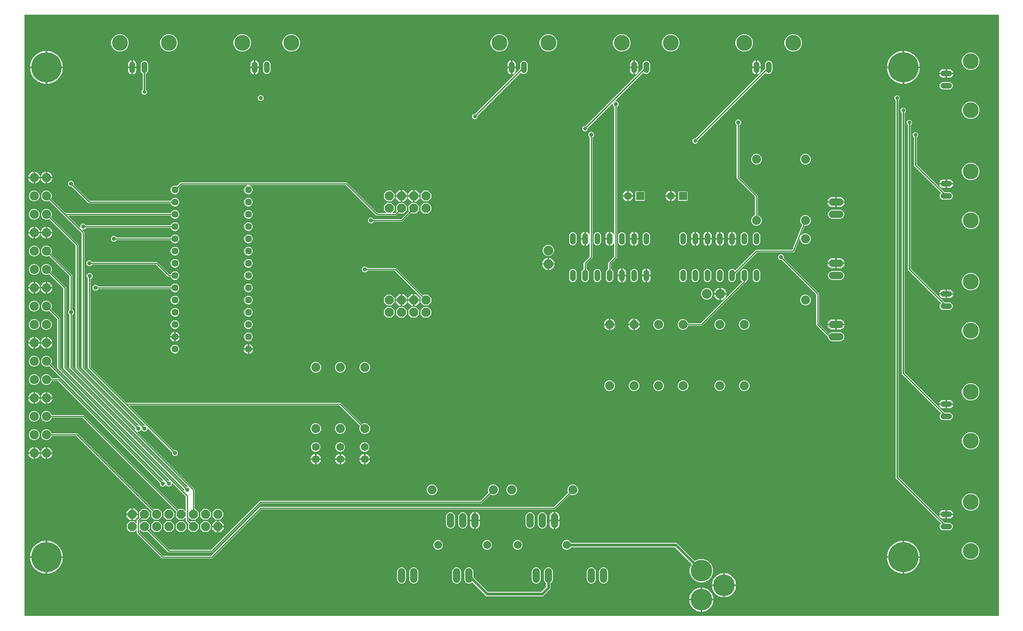
<source format=gbl>
G04 EAGLE Gerber X2 export*
%TF.Part,Single*%
%TF.FileFunction,Other,Bottom Copper*%
%TF.FilePolarity,Positive*%
%TF.GenerationSoftware,Autodesk,EAGLE,8.6.0*%
%TF.CreationDate,2018-02-09T22:15:05Z*%
G75*
%MOMM*%
%FSLAX34Y34*%
%LPD*%
%AMOC8*
5,1,8,0,0,1.08239X$1,22.5*%
G01*
%ADD10C,4.495800*%
%ADD11C,1.905000*%
%ADD12C,1.206400*%
%ADD13C,3.300000*%
%ADD14C,1.447800*%
%ADD15P,2.034460X8X22.500000*%
%ADD16C,1.524000*%
%ADD17C,1.676400*%
%ADD18C,1.879600*%
%ADD19R,1.651000X1.651000*%
%ADD20C,1.651000*%
%ADD21C,1.219200*%
%ADD22C,2.032000*%
%ADD23C,6.286500*%
%ADD24C,0.254000*%
%ADD25C,0.914400*%
%ADD26C,0.806400*%
%ADD27C,0.304800*%
%ADD28C,0.609600*%

G36*
X2026178Y5084D02*
X2026178Y5084D01*
X2026197Y5082D01*
X2026299Y5104D01*
X2026401Y5120D01*
X2026418Y5130D01*
X2026438Y5134D01*
X2026527Y5187D01*
X2026618Y5236D01*
X2026632Y5250D01*
X2026649Y5260D01*
X2026716Y5339D01*
X2026788Y5414D01*
X2026796Y5432D01*
X2026809Y5447D01*
X2026848Y5543D01*
X2026891Y5637D01*
X2026893Y5657D01*
X2026901Y5675D01*
X2026919Y5842D01*
X2026919Y1251458D01*
X2026916Y1251478D01*
X2026918Y1251497D01*
X2026896Y1251599D01*
X2026880Y1251701D01*
X2026870Y1251718D01*
X2026866Y1251738D01*
X2026813Y1251827D01*
X2026764Y1251918D01*
X2026750Y1251932D01*
X2026740Y1251949D01*
X2026661Y1252016D01*
X2026586Y1252088D01*
X2026568Y1252096D01*
X2026553Y1252109D01*
X2026457Y1252148D01*
X2026363Y1252191D01*
X2026343Y1252193D01*
X2026325Y1252201D01*
X2026158Y1252219D01*
X5842Y1252219D01*
X5822Y1252216D01*
X5803Y1252218D01*
X5701Y1252196D01*
X5599Y1252180D01*
X5582Y1252170D01*
X5562Y1252166D01*
X5473Y1252113D01*
X5382Y1252064D01*
X5368Y1252050D01*
X5351Y1252040D01*
X5284Y1251961D01*
X5212Y1251886D01*
X5204Y1251868D01*
X5191Y1251853D01*
X5152Y1251757D01*
X5109Y1251663D01*
X5107Y1251643D01*
X5099Y1251625D01*
X5081Y1251458D01*
X5081Y5842D01*
X5084Y5822D01*
X5082Y5803D01*
X5104Y5701D01*
X5120Y5599D01*
X5130Y5582D01*
X5134Y5562D01*
X5187Y5473D01*
X5236Y5382D01*
X5250Y5368D01*
X5260Y5351D01*
X5339Y5284D01*
X5414Y5212D01*
X5432Y5204D01*
X5447Y5191D01*
X5543Y5152D01*
X5637Y5109D01*
X5657Y5107D01*
X5675Y5099D01*
X5842Y5081D01*
X2026158Y5081D01*
X2026178Y5084D01*
G37*
%LPC*%
G36*
X351076Y179577D02*
X351076Y179577D01*
X344677Y185976D01*
X344677Y195024D01*
X345362Y195709D01*
X345374Y195725D01*
X345389Y195738D01*
X345445Y195825D01*
X345506Y195909D01*
X345511Y195928D01*
X345522Y195945D01*
X345547Y196045D01*
X345578Y196144D01*
X345577Y196164D01*
X345582Y196183D01*
X345574Y196286D01*
X345572Y196390D01*
X345565Y196409D01*
X345563Y196428D01*
X345523Y196523D01*
X345487Y196621D01*
X345475Y196636D01*
X345467Y196655D01*
X345362Y196786D01*
X340105Y202042D01*
X340105Y208520D01*
X340094Y208591D01*
X340092Y208663D01*
X340074Y208712D01*
X340066Y208763D01*
X340032Y208826D01*
X340007Y208894D01*
X339975Y208934D01*
X339950Y208981D01*
X339898Y209030D01*
X339854Y209086D01*
X339810Y209114D01*
X339772Y209150D01*
X339707Y209180D01*
X339647Y209219D01*
X339596Y209232D01*
X339549Y209254D01*
X339478Y209261D01*
X339408Y209279D01*
X339356Y209275D01*
X339305Y209281D01*
X339234Y209265D01*
X339163Y209260D01*
X339115Y209239D01*
X339064Y209228D01*
X339003Y209192D01*
X338937Y209163D01*
X338881Y209119D01*
X338853Y209102D01*
X338838Y209084D01*
X338806Y209059D01*
X334724Y204977D01*
X325676Y204977D01*
X319277Y211376D01*
X319277Y220424D01*
X319962Y221109D01*
X319974Y221125D01*
X319989Y221138D01*
X320045Y221225D01*
X320106Y221309D01*
X320111Y221328D01*
X320122Y221345D01*
X320147Y221445D01*
X320178Y221544D01*
X320177Y221564D01*
X320182Y221583D01*
X320174Y221686D01*
X320172Y221790D01*
X320165Y221809D01*
X320163Y221828D01*
X320123Y221923D01*
X320087Y222021D01*
X320075Y222036D01*
X320067Y222055D01*
X319962Y222186D01*
X126065Y416082D01*
X125991Y416135D01*
X125922Y416195D01*
X125892Y416207D01*
X125866Y416226D01*
X125779Y416253D01*
X125694Y416287D01*
X125653Y416291D01*
X125631Y416298D01*
X125598Y416297D01*
X125527Y416305D01*
X62111Y416305D01*
X61996Y416286D01*
X61880Y416269D01*
X61875Y416267D01*
X61868Y416266D01*
X61766Y416211D01*
X61661Y416158D01*
X61657Y416153D01*
X61651Y416150D01*
X61571Y416066D01*
X61489Y415982D01*
X61485Y415976D01*
X61482Y415972D01*
X61474Y415955D01*
X61408Y415835D01*
X60167Y412841D01*
X57059Y409733D01*
X52998Y408050D01*
X48602Y408050D01*
X44541Y409733D01*
X41433Y412841D01*
X39750Y416902D01*
X39750Y421298D01*
X41433Y425359D01*
X44541Y428467D01*
X48602Y430150D01*
X52998Y430150D01*
X57059Y428467D01*
X60167Y425359D01*
X61408Y422365D01*
X61470Y422264D01*
X61529Y422165D01*
X61534Y422161D01*
X61537Y422156D01*
X61627Y422081D01*
X61716Y422005D01*
X61722Y422003D01*
X61727Y421999D01*
X61835Y421957D01*
X61944Y421913D01*
X61952Y421912D01*
X61957Y421911D01*
X61975Y421910D01*
X62111Y421895D01*
X128158Y421895D01*
X323914Y226138D01*
X323931Y226126D01*
X323943Y226111D01*
X324030Y226055D01*
X324114Y225994D01*
X324133Y225989D01*
X324150Y225978D01*
X324250Y225953D01*
X324349Y225922D01*
X324369Y225923D01*
X324388Y225918D01*
X324491Y225926D01*
X324595Y225928D01*
X324614Y225935D01*
X324634Y225937D01*
X324728Y225977D01*
X324826Y226013D01*
X324842Y226025D01*
X324860Y226033D01*
X324991Y226138D01*
X325676Y226823D01*
X334724Y226823D01*
X338806Y222741D01*
X338864Y222699D01*
X338916Y222650D01*
X338963Y222628D01*
X339005Y222598D01*
X339074Y222577D01*
X339139Y222546D01*
X339191Y222541D01*
X339241Y222525D01*
X339312Y222527D01*
X339383Y222519D01*
X339434Y222530D01*
X339486Y222532D01*
X339554Y222556D01*
X339624Y222572D01*
X339669Y222598D01*
X339717Y222616D01*
X339773Y222661D01*
X339835Y222698D01*
X339869Y222737D01*
X339909Y222770D01*
X339948Y222830D01*
X339995Y222885D01*
X340014Y222933D01*
X340042Y222977D01*
X340060Y223046D01*
X340087Y223113D01*
X340095Y223184D01*
X340103Y223215D01*
X340101Y223239D01*
X340105Y223280D01*
X340105Y252527D01*
X340091Y252617D01*
X340083Y252708D01*
X340071Y252738D01*
X340066Y252770D01*
X340023Y252850D01*
X339987Y252934D01*
X339961Y252966D01*
X339950Y252987D01*
X339927Y253009D01*
X339882Y253065D01*
X312196Y280751D01*
X312138Y280793D01*
X312086Y280843D01*
X312039Y280865D01*
X311997Y280895D01*
X311928Y280916D01*
X311863Y280946D01*
X311811Y280952D01*
X311761Y280967D01*
X311690Y280965D01*
X311619Y280973D01*
X311568Y280962D01*
X311516Y280961D01*
X311448Y280936D01*
X311378Y280921D01*
X311333Y280894D01*
X311285Y280876D01*
X311229Y280832D01*
X311167Y280795D01*
X311133Y280755D01*
X311093Y280723D01*
X311054Y280662D01*
X311007Y280608D01*
X310988Y280560D01*
X310960Y280516D01*
X310942Y280446D01*
X310915Y280380D01*
X310907Y280308D01*
X310899Y280277D01*
X310901Y280254D01*
X310897Y280213D01*
X310897Y278187D01*
X309969Y275946D01*
X308254Y274231D01*
X306013Y273303D01*
X303587Y273303D01*
X301346Y274231D01*
X299631Y275946D01*
X299153Y277101D01*
X299116Y277162D01*
X299086Y277227D01*
X299051Y277266D01*
X299024Y277310D01*
X298969Y277356D01*
X298920Y277408D01*
X298874Y277434D01*
X298834Y277467D01*
X298767Y277492D01*
X298704Y277527D01*
X298653Y277536D01*
X298605Y277555D01*
X298533Y277558D01*
X298462Y277571D01*
X298411Y277563D01*
X298359Y277565D01*
X298290Y277545D01*
X298219Y277535D01*
X298173Y277511D01*
X298123Y277497D01*
X298064Y277456D01*
X298000Y277423D01*
X297963Y277386D01*
X297921Y277357D01*
X297878Y277299D01*
X297828Y277248D01*
X297793Y277185D01*
X297774Y277159D01*
X297767Y277137D01*
X297747Y277101D01*
X297269Y275946D01*
X295554Y274231D01*
X293313Y273303D01*
X290887Y273303D01*
X288646Y274231D01*
X286931Y275946D01*
X286003Y278187D01*
X286003Y280613D01*
X286081Y280802D01*
X286108Y280915D01*
X286137Y281029D01*
X286136Y281035D01*
X286138Y281041D01*
X286127Y281157D01*
X286118Y281274D01*
X286115Y281280D01*
X286115Y281286D01*
X286067Y281393D01*
X286021Y281500D01*
X286017Y281506D01*
X286015Y281511D01*
X286002Y281524D01*
X285916Y281631D01*
X75265Y492282D01*
X75191Y492335D01*
X75122Y492395D01*
X75092Y492407D01*
X75066Y492426D01*
X74979Y492453D01*
X74894Y492487D01*
X74853Y492491D01*
X74831Y492498D01*
X74798Y492497D01*
X74727Y492505D01*
X62111Y492505D01*
X61996Y492486D01*
X61880Y492469D01*
X61875Y492467D01*
X61868Y492466D01*
X61766Y492411D01*
X61661Y492358D01*
X61657Y492353D01*
X61651Y492350D01*
X61571Y492266D01*
X61489Y492182D01*
X61485Y492176D01*
X61482Y492172D01*
X61474Y492155D01*
X61408Y492035D01*
X60167Y489041D01*
X57059Y485933D01*
X52998Y484250D01*
X48602Y484250D01*
X44541Y485933D01*
X41433Y489041D01*
X39750Y493102D01*
X39750Y497498D01*
X41433Y501559D01*
X44541Y504667D01*
X48602Y506350D01*
X52998Y506350D01*
X57059Y504667D01*
X60167Y501559D01*
X61408Y498565D01*
X61469Y498465D01*
X61529Y498365D01*
X61534Y498361D01*
X61537Y498356D01*
X61627Y498281D01*
X61716Y498205D01*
X61722Y498203D01*
X61727Y498199D01*
X61835Y498157D01*
X61944Y498113D01*
X61952Y498112D01*
X61957Y498111D01*
X61975Y498110D01*
X62111Y498095D01*
X77358Y498095D01*
X289869Y285584D01*
X289963Y285516D01*
X290058Y285446D01*
X290064Y285444D01*
X290069Y285440D01*
X290180Y285406D01*
X290291Y285369D01*
X290298Y285369D01*
X290304Y285368D01*
X290420Y285371D01*
X290537Y285372D01*
X290545Y285374D01*
X290550Y285374D01*
X290567Y285380D01*
X290698Y285419D01*
X290887Y285497D01*
X292913Y285497D01*
X292984Y285508D01*
X293056Y285510D01*
X293105Y285528D01*
X293156Y285536D01*
X293219Y285570D01*
X293287Y285595D01*
X293327Y285627D01*
X293373Y285652D01*
X293423Y285703D01*
X293479Y285748D01*
X293507Y285792D01*
X293543Y285830D01*
X293573Y285895D01*
X293612Y285955D01*
X293624Y286006D01*
X293646Y286053D01*
X293654Y286124D01*
X293672Y286194D01*
X293668Y286246D01*
X293673Y286297D01*
X293658Y286368D01*
X293653Y286439D01*
X293632Y286487D01*
X293621Y286538D01*
X293584Y286599D01*
X293556Y286665D01*
X293511Y286721D01*
X293495Y286749D01*
X293477Y286764D01*
X293451Y286796D01*
X56822Y523426D01*
X56727Y523494D01*
X56633Y523564D01*
X56627Y523566D01*
X56622Y523569D01*
X56511Y523603D01*
X56399Y523640D01*
X56393Y523640D01*
X56387Y523642D01*
X56270Y523639D01*
X56154Y523637D01*
X56146Y523635D01*
X56141Y523635D01*
X56124Y523629D01*
X55992Y523591D01*
X52998Y522350D01*
X48602Y522350D01*
X44541Y524033D01*
X41433Y527141D01*
X39750Y531202D01*
X39750Y535598D01*
X41433Y539659D01*
X44541Y542767D01*
X48602Y544450D01*
X52998Y544450D01*
X57059Y542767D01*
X60167Y539659D01*
X61850Y535598D01*
X61850Y531202D01*
X60609Y528208D01*
X60583Y528094D01*
X60554Y527980D01*
X60555Y527974D01*
X60553Y527968D01*
X60564Y527852D01*
X60573Y527735D01*
X60576Y527730D01*
X60576Y527723D01*
X60624Y527616D01*
X60670Y527509D01*
X60674Y527503D01*
X60676Y527499D01*
X60689Y527485D01*
X60774Y527378D01*
X302569Y285584D01*
X302663Y285516D01*
X302758Y285446D01*
X302764Y285444D01*
X302769Y285440D01*
X302880Y285406D01*
X302991Y285369D01*
X302998Y285369D01*
X303004Y285368D01*
X303120Y285371D01*
X303237Y285372D01*
X303245Y285374D01*
X303250Y285374D01*
X303267Y285380D01*
X303398Y285419D01*
X303587Y285497D01*
X305613Y285497D01*
X305684Y285508D01*
X305756Y285510D01*
X305805Y285528D01*
X305856Y285536D01*
X305919Y285570D01*
X305987Y285595D01*
X306027Y285627D01*
X306073Y285652D01*
X306123Y285704D01*
X306179Y285748D01*
X306207Y285792D01*
X306243Y285830D01*
X306273Y285895D01*
X306312Y285955D01*
X306324Y286006D01*
X306346Y286053D01*
X306354Y286124D01*
X306372Y286194D01*
X306368Y286246D01*
X306373Y286297D01*
X306358Y286368D01*
X306353Y286439D01*
X306332Y286487D01*
X306321Y286538D01*
X306284Y286599D01*
X306256Y286665D01*
X306211Y286721D01*
X306195Y286749D01*
X306177Y286764D01*
X306151Y286796D01*
X75265Y517682D01*
X73405Y519542D01*
X73405Y620827D01*
X73391Y620917D01*
X73383Y621008D01*
X73371Y621038D01*
X73366Y621070D01*
X73323Y621150D01*
X73287Y621234D01*
X73261Y621266D01*
X73250Y621287D01*
X73227Y621309D01*
X73182Y621365D01*
X56822Y637726D01*
X56728Y637793D01*
X56633Y637864D01*
X56627Y637866D01*
X56622Y637869D01*
X56511Y637903D01*
X56399Y637940D01*
X56393Y637940D01*
X56387Y637942D01*
X56270Y637938D01*
X56154Y637937D01*
X56146Y637935D01*
X56141Y637935D01*
X56124Y637929D01*
X55992Y637891D01*
X52998Y636650D01*
X48602Y636650D01*
X44541Y638333D01*
X41433Y641441D01*
X39750Y645502D01*
X39750Y649898D01*
X41433Y653959D01*
X44541Y657067D01*
X48602Y658750D01*
X52998Y658750D01*
X57059Y657067D01*
X60167Y653959D01*
X61850Y649898D01*
X61850Y645502D01*
X60609Y642508D01*
X60600Y642470D01*
X60592Y642452D01*
X60589Y642419D01*
X60583Y642394D01*
X60554Y642280D01*
X60555Y642274D01*
X60553Y642268D01*
X60564Y642152D01*
X60573Y642035D01*
X60576Y642030D01*
X60576Y642023D01*
X60624Y641916D01*
X60670Y641809D01*
X60674Y641803D01*
X60676Y641799D01*
X60689Y641785D01*
X60774Y641678D01*
X78995Y623458D01*
X78995Y522173D01*
X79009Y522083D01*
X79017Y521992D01*
X79029Y521962D01*
X79034Y521930D01*
X79077Y521850D01*
X79113Y521766D01*
X79139Y521734D01*
X79150Y521713D01*
X79173Y521691D01*
X79218Y521635D01*
X335504Y265349D01*
X335562Y265307D01*
X335614Y265257D01*
X335661Y265235D01*
X335703Y265205D01*
X335772Y265184D01*
X335837Y265154D01*
X335889Y265148D01*
X335939Y265133D01*
X336010Y265135D01*
X336081Y265127D01*
X336132Y265138D01*
X336184Y265139D01*
X336252Y265164D01*
X336322Y265179D01*
X336366Y265206D01*
X336415Y265224D01*
X336471Y265268D01*
X336533Y265305D01*
X336567Y265345D01*
X336607Y265377D01*
X336646Y265438D01*
X336693Y265492D01*
X336712Y265540D01*
X336740Y265584D01*
X336758Y265654D01*
X336785Y265720D01*
X336793Y265792D01*
X336801Y265823D01*
X336799Y265846D01*
X336803Y265887D01*
X336803Y267913D01*
X336881Y268102D01*
X336908Y268215D01*
X336937Y268329D01*
X336936Y268335D01*
X336938Y268341D01*
X336927Y268457D01*
X336918Y268574D01*
X336915Y268580D01*
X336915Y268586D01*
X336867Y268693D01*
X336821Y268800D01*
X336817Y268806D01*
X336815Y268811D01*
X336802Y268824D01*
X336716Y268931D01*
X86105Y519542D01*
X86105Y684327D01*
X86091Y684417D01*
X86083Y684508D01*
X86071Y684538D01*
X86066Y684570D01*
X86023Y684650D01*
X85987Y684734D01*
X85961Y684766D01*
X85950Y684787D01*
X85927Y684809D01*
X85882Y684865D01*
X56822Y713926D01*
X56728Y713993D01*
X56633Y714064D01*
X56627Y714066D01*
X56622Y714069D01*
X56511Y714103D01*
X56399Y714140D01*
X56393Y714140D01*
X56387Y714142D01*
X56270Y714138D01*
X56154Y714137D01*
X56146Y714135D01*
X56141Y714135D01*
X56124Y714129D01*
X55992Y714091D01*
X52998Y712850D01*
X48602Y712850D01*
X44541Y714533D01*
X41433Y717641D01*
X39750Y721702D01*
X39750Y726098D01*
X41433Y730159D01*
X44541Y733267D01*
X48602Y734950D01*
X52998Y734950D01*
X57059Y733267D01*
X60167Y730159D01*
X61850Y726098D01*
X61850Y721702D01*
X60609Y718708D01*
X60583Y718594D01*
X60554Y718480D01*
X60555Y718474D01*
X60553Y718468D01*
X60564Y718352D01*
X60573Y718235D01*
X60576Y718230D01*
X60576Y718223D01*
X60624Y718116D01*
X60670Y718009D01*
X60674Y718003D01*
X60676Y717999D01*
X60689Y717985D01*
X60774Y717878D01*
X91695Y686958D01*
X91695Y522173D01*
X91709Y522083D01*
X91717Y521992D01*
X91729Y521962D01*
X91734Y521930D01*
X91777Y521850D01*
X91813Y521766D01*
X91839Y521734D01*
X91850Y521713D01*
X91873Y521691D01*
X91918Y521635D01*
X340669Y272884D01*
X340763Y272816D01*
X340858Y272746D01*
X340864Y272744D01*
X340869Y272740D01*
X340980Y272706D01*
X341091Y272669D01*
X341098Y272669D01*
X341104Y272668D01*
X341220Y272671D01*
X341337Y272672D01*
X341345Y272674D01*
X341350Y272674D01*
X341367Y272680D01*
X341498Y272719D01*
X341687Y272797D01*
X343713Y272797D01*
X343784Y272808D01*
X343856Y272810D01*
X343905Y272828D01*
X343956Y272836D01*
X344019Y272870D01*
X344087Y272895D01*
X344127Y272927D01*
X344173Y272952D01*
X344223Y273004D01*
X344279Y273048D01*
X344307Y273092D01*
X344343Y273130D01*
X344373Y273195D01*
X344412Y273255D01*
X344424Y273306D01*
X344446Y273353D01*
X344454Y273424D01*
X344472Y273494D01*
X344468Y273546D01*
X344473Y273597D01*
X344458Y273668D01*
X344453Y273739D01*
X344432Y273787D01*
X344421Y273838D01*
X344384Y273899D01*
X344356Y273965D01*
X344311Y274021D01*
X344295Y274049D01*
X344277Y274064D01*
X344251Y274096D01*
X98805Y519542D01*
X98805Y629050D01*
X98787Y629164D01*
X98769Y629281D01*
X98767Y629287D01*
X98766Y629293D01*
X98711Y629395D01*
X98658Y629500D01*
X98653Y629505D01*
X98650Y629510D01*
X98566Y629590D01*
X98482Y629672D01*
X98476Y629676D01*
X98472Y629679D01*
X98455Y629687D01*
X98335Y629753D01*
X98146Y629831D01*
X96431Y631546D01*
X95503Y633787D01*
X95503Y636213D01*
X96431Y638454D01*
X98146Y640169D01*
X98335Y640247D01*
X98434Y640308D01*
X98535Y640368D01*
X98539Y640373D01*
X98544Y640376D01*
X98618Y640466D01*
X98695Y640555D01*
X98697Y640561D01*
X98701Y640566D01*
X98743Y640674D01*
X98787Y640783D01*
X98788Y640791D01*
X98789Y640795D01*
X98790Y640814D01*
X98805Y640950D01*
X98805Y709727D01*
X98791Y709817D01*
X98783Y709908D01*
X98771Y709938D01*
X98766Y709970D01*
X98723Y710050D01*
X98687Y710134D01*
X98661Y710166D01*
X98650Y710187D01*
X98627Y710209D01*
X98582Y710265D01*
X56822Y752026D01*
X56728Y752093D01*
X56633Y752164D01*
X56627Y752166D01*
X56622Y752169D01*
X56511Y752203D01*
X56399Y752240D01*
X56393Y752240D01*
X56387Y752242D01*
X56270Y752238D01*
X56154Y752237D01*
X56146Y752235D01*
X56141Y752235D01*
X56124Y752229D01*
X55992Y752191D01*
X52998Y750950D01*
X48602Y750950D01*
X44541Y752633D01*
X41433Y755741D01*
X39750Y759802D01*
X39750Y764198D01*
X41433Y768259D01*
X44541Y771367D01*
X48602Y773050D01*
X52998Y773050D01*
X57059Y771367D01*
X60167Y768259D01*
X61850Y764198D01*
X61850Y759802D01*
X60609Y756808D01*
X60583Y756694D01*
X60554Y756580D01*
X60555Y756574D01*
X60553Y756568D01*
X60564Y756452D01*
X60573Y756335D01*
X60576Y756330D01*
X60576Y756323D01*
X60624Y756216D01*
X60670Y756109D01*
X60674Y756103D01*
X60676Y756099D01*
X60689Y756085D01*
X60774Y755978D01*
X104395Y712358D01*
X104395Y640950D01*
X104413Y640836D01*
X104431Y640719D01*
X104433Y640713D01*
X104434Y640707D01*
X104489Y640605D01*
X104542Y640500D01*
X104547Y640495D01*
X104550Y640490D01*
X104634Y640410D01*
X104718Y640328D01*
X104724Y640324D01*
X104728Y640321D01*
X104745Y640313D01*
X104865Y640247D01*
X105054Y640169D01*
X106769Y638454D01*
X107697Y636213D01*
X107697Y633787D01*
X106769Y631546D01*
X105054Y629831D01*
X104865Y629753D01*
X104766Y629692D01*
X104665Y629632D01*
X104661Y629627D01*
X104656Y629624D01*
X104582Y629534D01*
X104505Y629445D01*
X104503Y629439D01*
X104499Y629434D01*
X104457Y629326D01*
X104413Y629217D01*
X104412Y629209D01*
X104411Y629205D01*
X104410Y629186D01*
X104395Y629050D01*
X104395Y522173D01*
X104409Y522083D01*
X104417Y521992D01*
X104429Y521962D01*
X104434Y521930D01*
X104477Y521850D01*
X104513Y521766D01*
X104539Y521734D01*
X104550Y521713D01*
X104573Y521691D01*
X104618Y521635D01*
X233904Y392349D01*
X233962Y392307D01*
X234014Y392257D01*
X234061Y392235D01*
X234103Y392205D01*
X234172Y392184D01*
X234237Y392154D01*
X234289Y392148D01*
X234339Y392133D01*
X234410Y392135D01*
X234481Y392127D01*
X234532Y392138D01*
X234584Y392139D01*
X234652Y392164D01*
X234722Y392179D01*
X234766Y392206D01*
X234815Y392224D01*
X234871Y392268D01*
X234933Y392305D01*
X234967Y392345D01*
X235007Y392377D01*
X235046Y392438D01*
X235093Y392492D01*
X235112Y392540D01*
X235140Y392584D01*
X235158Y392654D01*
X235185Y392720D01*
X235193Y392792D01*
X235201Y392823D01*
X235199Y392846D01*
X235203Y392887D01*
X235203Y394913D01*
X235281Y395102D01*
X235308Y395215D01*
X235337Y395329D01*
X235336Y395335D01*
X235338Y395341D01*
X235327Y395457D01*
X235318Y395574D01*
X235315Y395580D01*
X235315Y395586D01*
X235267Y395693D01*
X235221Y395800D01*
X235217Y395806D01*
X235215Y395811D01*
X235202Y395824D01*
X235116Y395931D01*
X111505Y519542D01*
X111505Y773227D01*
X111491Y773317D01*
X111483Y773408D01*
X111471Y773438D01*
X111466Y773470D01*
X111423Y773550D01*
X111387Y773634D01*
X111361Y773666D01*
X111350Y773687D01*
X111327Y773709D01*
X111282Y773765D01*
X56822Y828226D01*
X56728Y828293D01*
X56633Y828364D01*
X56627Y828366D01*
X56622Y828369D01*
X56511Y828403D01*
X56399Y828440D01*
X56393Y828440D01*
X56387Y828442D01*
X56270Y828438D01*
X56154Y828437D01*
X56146Y828435D01*
X56141Y828435D01*
X56124Y828429D01*
X55992Y828391D01*
X52998Y827150D01*
X48602Y827150D01*
X44541Y828833D01*
X41433Y831941D01*
X39750Y836002D01*
X39750Y840398D01*
X41433Y844459D01*
X44541Y847567D01*
X48602Y849250D01*
X52998Y849250D01*
X57059Y847567D01*
X60167Y844459D01*
X61850Y840398D01*
X61850Y836002D01*
X60609Y833008D01*
X60583Y832894D01*
X60554Y832780D01*
X60555Y832774D01*
X60553Y832768D01*
X60564Y832652D01*
X60573Y832535D01*
X60576Y832530D01*
X60576Y832523D01*
X60624Y832416D01*
X60670Y832309D01*
X60674Y832303D01*
X60676Y832299D01*
X60689Y832285D01*
X60774Y832178D01*
X117095Y775858D01*
X117095Y522173D01*
X117109Y522083D01*
X117117Y521992D01*
X117129Y521962D01*
X117134Y521930D01*
X117177Y521850D01*
X117213Y521766D01*
X117239Y521734D01*
X117250Y521713D01*
X117273Y521691D01*
X117318Y521635D01*
X239069Y399884D01*
X239163Y399816D01*
X239258Y399746D01*
X239264Y399744D01*
X239269Y399740D01*
X239380Y399706D01*
X239491Y399669D01*
X239498Y399669D01*
X239504Y399668D01*
X239620Y399671D01*
X239737Y399672D01*
X239745Y399674D01*
X239750Y399674D01*
X239767Y399680D01*
X239898Y399719D01*
X240087Y399797D01*
X242113Y399797D01*
X242184Y399808D01*
X242256Y399810D01*
X242305Y399828D01*
X242356Y399836D01*
X242419Y399870D01*
X242487Y399895D01*
X242527Y399927D01*
X242573Y399952D01*
X242623Y400004D01*
X242679Y400048D01*
X242707Y400092D01*
X242743Y400130D01*
X242773Y400195D01*
X242812Y400255D01*
X242824Y400306D01*
X242846Y400353D01*
X242854Y400424D01*
X242872Y400494D01*
X242868Y400546D01*
X242873Y400597D01*
X242858Y400668D01*
X242853Y400739D01*
X242832Y400787D01*
X242821Y400838D01*
X242784Y400899D01*
X242756Y400965D01*
X242711Y401021D01*
X242695Y401049D01*
X242677Y401064D01*
X242651Y401096D01*
X126065Y517682D01*
X124205Y519542D01*
X124205Y798627D01*
X124191Y798717D01*
X124183Y798808D01*
X124171Y798838D01*
X124166Y798870D01*
X124123Y798950D01*
X124087Y799034D01*
X124061Y799066D01*
X124050Y799087D01*
X124027Y799109D01*
X123982Y799165D01*
X85882Y837265D01*
X56822Y866326D01*
X56727Y866394D01*
X56633Y866464D01*
X56627Y866466D01*
X56622Y866469D01*
X56511Y866503D01*
X56399Y866540D01*
X56393Y866540D01*
X56387Y866542D01*
X56270Y866539D01*
X56154Y866537D01*
X56146Y866535D01*
X56141Y866535D01*
X56124Y866529D01*
X55992Y866491D01*
X52998Y865250D01*
X48602Y865250D01*
X44541Y866933D01*
X41433Y870041D01*
X39750Y874102D01*
X39750Y878498D01*
X41433Y882559D01*
X44541Y885667D01*
X48602Y887350D01*
X52998Y887350D01*
X57059Y885667D01*
X60167Y882559D01*
X61850Y878498D01*
X61850Y874102D01*
X60609Y871108D01*
X60583Y870994D01*
X60554Y870880D01*
X60555Y870874D01*
X60553Y870868D01*
X60564Y870752D01*
X60573Y870635D01*
X60576Y870630D01*
X60576Y870623D01*
X60624Y870516D01*
X60670Y870409D01*
X60674Y870403D01*
X60676Y870399D01*
X60689Y870385D01*
X60774Y870278D01*
X89835Y841218D01*
X89909Y841165D01*
X89978Y841105D01*
X90008Y841093D01*
X90034Y841074D01*
X90121Y841047D01*
X90206Y841013D01*
X90247Y841009D01*
X90269Y841002D01*
X90302Y841003D01*
X90373Y840995D01*
X308663Y840995D01*
X308778Y841014D01*
X308894Y841031D01*
X308900Y841033D01*
X308906Y841034D01*
X309009Y841089D01*
X309113Y841142D01*
X309118Y841147D01*
X309123Y841150D01*
X309203Y841234D01*
X309286Y841318D01*
X309289Y841324D01*
X309293Y841328D01*
X309300Y841345D01*
X309366Y841465D01*
X310070Y843164D01*
X312536Y845630D01*
X315757Y846964D01*
X319243Y846964D01*
X322464Y845630D01*
X324930Y843164D01*
X326264Y839943D01*
X326264Y836457D01*
X324930Y833236D01*
X322464Y830770D01*
X319243Y829436D01*
X315757Y829436D01*
X312536Y830770D01*
X310070Y833236D01*
X309366Y834935D01*
X309305Y835035D01*
X309245Y835135D01*
X309240Y835139D01*
X309237Y835144D01*
X309147Y835219D01*
X309058Y835295D01*
X309052Y835297D01*
X309047Y835301D01*
X308939Y835343D01*
X308830Y835387D01*
X308822Y835388D01*
X308818Y835389D01*
X308799Y835390D01*
X308663Y835405D01*
X97485Y835405D01*
X97414Y835394D01*
X97342Y835392D01*
X97293Y835374D01*
X97242Y835366D01*
X97179Y835332D01*
X97111Y835307D01*
X97071Y835275D01*
X97025Y835250D01*
X96975Y835199D01*
X96919Y835154D01*
X96891Y835110D01*
X96855Y835072D01*
X96825Y835007D01*
X96786Y834947D01*
X96774Y834896D01*
X96752Y834849D01*
X96744Y834778D01*
X96726Y834708D01*
X96730Y834656D01*
X96725Y834605D01*
X96740Y834534D01*
X96745Y834463D01*
X96766Y834415D01*
X96777Y834364D01*
X96814Y834303D01*
X96842Y834237D01*
X96887Y834181D01*
X96903Y834153D01*
X96921Y834138D01*
X96947Y834106D01*
X119604Y811449D01*
X119662Y811407D01*
X119714Y811357D01*
X119761Y811335D01*
X119803Y811305D01*
X119872Y811284D01*
X119937Y811254D01*
X119989Y811248D01*
X120039Y811233D01*
X120110Y811235D01*
X120181Y811227D01*
X120232Y811238D01*
X120284Y811239D01*
X120352Y811264D01*
X120422Y811279D01*
X120466Y811306D01*
X120515Y811324D01*
X120571Y811368D01*
X120633Y811405D01*
X120667Y811445D01*
X120707Y811477D01*
X120746Y811538D01*
X120793Y811592D01*
X120812Y811640D01*
X120840Y811684D01*
X120858Y811754D01*
X120885Y811820D01*
X120893Y811892D01*
X120901Y811923D01*
X120899Y811946D01*
X120903Y811987D01*
X120903Y814013D01*
X121831Y816254D01*
X123546Y817969D01*
X125787Y818897D01*
X128213Y818897D01*
X130454Y817969D01*
X132169Y816254D01*
X132247Y816065D01*
X132308Y815966D01*
X132368Y815865D01*
X132373Y815861D01*
X132376Y815856D01*
X132466Y815782D01*
X132555Y815705D01*
X132561Y815703D01*
X132566Y815699D01*
X132674Y815657D01*
X132783Y815613D01*
X132791Y815612D01*
X132795Y815611D01*
X132814Y815610D01*
X132950Y815595D01*
X308663Y815595D01*
X308778Y815614D01*
X308894Y815631D01*
X308900Y815633D01*
X308906Y815634D01*
X309009Y815689D01*
X309113Y815742D01*
X309118Y815747D01*
X309123Y815750D01*
X309203Y815834D01*
X309286Y815918D01*
X309289Y815924D01*
X309293Y815928D01*
X309300Y815945D01*
X309366Y816065D01*
X310070Y817764D01*
X312536Y820230D01*
X315757Y821564D01*
X319243Y821564D01*
X322464Y820230D01*
X324930Y817764D01*
X326264Y814543D01*
X326264Y811057D01*
X324930Y807836D01*
X322464Y805370D01*
X319243Y804036D01*
X315757Y804036D01*
X312536Y805370D01*
X310070Y807836D01*
X309366Y809535D01*
X309305Y809635D01*
X309245Y809735D01*
X309240Y809739D01*
X309237Y809744D01*
X309147Y809819D01*
X309058Y809895D01*
X309052Y809897D01*
X309047Y809901D01*
X308939Y809943D01*
X308830Y809987D01*
X308822Y809988D01*
X308818Y809989D01*
X308799Y809990D01*
X308663Y810005D01*
X132950Y810005D01*
X132836Y809987D01*
X132719Y809969D01*
X132713Y809967D01*
X132707Y809966D01*
X132605Y809911D01*
X132500Y809858D01*
X132495Y809853D01*
X132490Y809850D01*
X132410Y809766D01*
X132328Y809682D01*
X132324Y809676D01*
X132321Y809672D01*
X132313Y809655D01*
X132247Y809535D01*
X132169Y809346D01*
X130454Y807631D01*
X128213Y806703D01*
X126187Y806703D01*
X126116Y806692D01*
X126044Y806690D01*
X125995Y806672D01*
X125944Y806664D01*
X125881Y806630D01*
X125813Y806605D01*
X125773Y806573D01*
X125727Y806548D01*
X125677Y806496D01*
X125621Y806452D01*
X125593Y806408D01*
X125557Y806370D01*
X125527Y806305D01*
X125488Y806245D01*
X125476Y806194D01*
X125454Y806147D01*
X125446Y806076D01*
X125428Y806006D01*
X125432Y805954D01*
X125427Y805903D01*
X125442Y805832D01*
X125447Y805761D01*
X125468Y805713D01*
X125479Y805662D01*
X125516Y805601D01*
X125544Y805535D01*
X125589Y805479D01*
X125605Y805451D01*
X125623Y805436D01*
X125630Y805426D01*
X125631Y805425D01*
X125632Y805424D01*
X125649Y805404D01*
X129795Y801258D01*
X129795Y522173D01*
X129809Y522083D01*
X129817Y521992D01*
X129829Y521962D01*
X129834Y521930D01*
X129877Y521850D01*
X129913Y521766D01*
X129939Y521734D01*
X129950Y521713D01*
X129973Y521691D01*
X130018Y521635D01*
X251769Y399884D01*
X251863Y399816D01*
X251958Y399746D01*
X251964Y399744D01*
X251969Y399740D01*
X252080Y399706D01*
X252191Y399669D01*
X252198Y399669D01*
X252204Y399668D01*
X252320Y399671D01*
X252437Y399672D01*
X252445Y399674D01*
X252450Y399674D01*
X252467Y399680D01*
X252598Y399719D01*
X252787Y399797D01*
X254813Y399797D01*
X254884Y399808D01*
X254956Y399810D01*
X255005Y399828D01*
X255056Y399836D01*
X255119Y399870D01*
X255187Y399895D01*
X255227Y399927D01*
X255273Y399952D01*
X255323Y400004D01*
X255379Y400048D01*
X255407Y400092D01*
X255443Y400130D01*
X255473Y400195D01*
X255512Y400255D01*
X255524Y400306D01*
X255546Y400353D01*
X255554Y400424D01*
X255572Y400494D01*
X255568Y400546D01*
X255573Y400597D01*
X255558Y400668D01*
X255553Y400739D01*
X255532Y400787D01*
X255521Y400838D01*
X255484Y400899D01*
X255456Y400965D01*
X255411Y401021D01*
X255395Y401049D01*
X255377Y401064D01*
X255351Y401096D01*
X214965Y441482D01*
X136905Y519542D01*
X136905Y705145D01*
X136891Y705235D01*
X136883Y705326D01*
X136871Y705356D01*
X136866Y705388D01*
X136823Y705468D01*
X136787Y705552D01*
X136761Y705584D01*
X136750Y705605D01*
X136727Y705627D01*
X136682Y705683D01*
X135320Y707046D01*
X134392Y709287D01*
X134392Y711712D01*
X135320Y713953D01*
X137035Y715668D01*
X139276Y716596D01*
X141701Y716596D01*
X143942Y715668D01*
X145657Y713953D01*
X146585Y711712D01*
X146585Y709287D01*
X145657Y707046D01*
X143942Y705331D01*
X142965Y704926D01*
X142865Y704864D01*
X142765Y704804D01*
X142761Y704800D01*
X142756Y704796D01*
X142681Y704707D01*
X142605Y704618D01*
X142603Y704612D01*
X142599Y704607D01*
X142557Y704499D01*
X142513Y704389D01*
X142512Y704382D01*
X142511Y704377D01*
X142510Y704359D01*
X142495Y704223D01*
X142495Y522173D01*
X142509Y522083D01*
X142517Y521992D01*
X142529Y521962D01*
X142534Y521930D01*
X142577Y521850D01*
X142613Y521766D01*
X142639Y521734D01*
X142650Y521713D01*
X142673Y521691D01*
X142718Y521635D01*
X216835Y447518D01*
X216909Y447465D01*
X216978Y447405D01*
X217008Y447393D01*
X217034Y447374D01*
X217121Y447347D01*
X217206Y447313D01*
X217247Y447309D01*
X217269Y447302D01*
X217302Y447303D01*
X217373Y447295D01*
X661558Y447295D01*
X663418Y445435D01*
X705275Y403577D01*
X705370Y403509D01*
X705464Y403439D01*
X705470Y403437D01*
X705475Y403434D01*
X705586Y403400D01*
X705698Y403363D01*
X705704Y403363D01*
X705710Y403361D01*
X705827Y403364D01*
X705944Y403365D01*
X705951Y403368D01*
X705956Y403368D01*
X705973Y403374D01*
X706105Y403412D01*
X709027Y404623D01*
X713373Y404623D01*
X717387Y402960D01*
X720460Y399887D01*
X722123Y395873D01*
X722123Y391527D01*
X720460Y387513D01*
X717387Y384440D01*
X713373Y382777D01*
X709027Y382777D01*
X705013Y384440D01*
X701940Y387513D01*
X700277Y391527D01*
X700277Y395873D01*
X701488Y398795D01*
X701514Y398909D01*
X701543Y399022D01*
X701543Y399029D01*
X701544Y399035D01*
X701533Y399151D01*
X701524Y399268D01*
X701522Y399273D01*
X701521Y399280D01*
X701473Y399387D01*
X701428Y399494D01*
X701423Y399500D01*
X701421Y399504D01*
X701408Y399518D01*
X701323Y399625D01*
X659465Y441482D01*
X659391Y441535D01*
X659322Y441595D01*
X659292Y441607D01*
X659266Y441626D01*
X659179Y441653D01*
X659094Y441687D01*
X659053Y441691D01*
X659031Y441698D01*
X658998Y441697D01*
X658927Y441705D01*
X224485Y441705D01*
X224414Y441694D01*
X224342Y441692D01*
X224293Y441674D01*
X224242Y441666D01*
X224179Y441632D01*
X224111Y441607D01*
X224071Y441575D01*
X224025Y441550D01*
X223975Y441499D01*
X223919Y441454D01*
X223891Y441410D01*
X223855Y441372D01*
X223825Y441307D01*
X223786Y441247D01*
X223774Y441196D01*
X223752Y441149D01*
X223744Y441078D01*
X223726Y441008D01*
X223730Y440956D01*
X223725Y440905D01*
X223740Y440834D01*
X223745Y440763D01*
X223766Y440715D01*
X223777Y440664D01*
X223814Y440603D01*
X223842Y440537D01*
X223887Y440481D01*
X223903Y440453D01*
X223921Y440438D01*
X223947Y440406D01*
X315269Y349084D01*
X315363Y349016D01*
X315458Y348946D01*
X315464Y348944D01*
X315469Y348940D01*
X315580Y348906D01*
X315691Y348869D01*
X315698Y348869D01*
X315704Y348868D01*
X315820Y348871D01*
X315937Y348872D01*
X315945Y348874D01*
X315950Y348874D01*
X315967Y348880D01*
X316098Y348919D01*
X316287Y348997D01*
X318713Y348997D01*
X320954Y348069D01*
X322669Y346354D01*
X323597Y344113D01*
X323597Y341687D01*
X322669Y339446D01*
X320954Y337731D01*
X318713Y336803D01*
X316287Y336803D01*
X314046Y337731D01*
X312331Y339446D01*
X311403Y341687D01*
X311403Y344113D01*
X311481Y344302D01*
X311500Y344380D01*
X311506Y344393D01*
X311509Y344417D01*
X311537Y344529D01*
X311536Y344535D01*
X311538Y344541D01*
X311531Y344616D01*
X311533Y344638D01*
X311526Y344672D01*
X311518Y344774D01*
X311515Y344780D01*
X311515Y344786D01*
X311488Y344846D01*
X311481Y344878D01*
X311455Y344922D01*
X311421Y345000D01*
X311417Y345006D01*
X311415Y345011D01*
X311402Y345024D01*
X311368Y345067D01*
X311355Y345089D01*
X311340Y345102D01*
X311316Y345131D01*
X261396Y395051D01*
X261338Y395093D01*
X261286Y395143D01*
X261239Y395165D01*
X261197Y395195D01*
X261128Y395216D01*
X261063Y395246D01*
X261011Y395252D01*
X260961Y395267D01*
X260890Y395265D01*
X260819Y395273D01*
X260768Y395262D01*
X260716Y395261D01*
X260648Y395236D01*
X260578Y395221D01*
X260534Y395194D01*
X260485Y395176D01*
X260429Y395132D01*
X260367Y395095D01*
X260333Y395055D01*
X260293Y395023D01*
X260254Y394962D01*
X260207Y394908D01*
X260188Y394860D01*
X260160Y394816D01*
X260142Y394746D01*
X260115Y394680D01*
X260107Y394608D01*
X260099Y394577D01*
X260101Y394554D01*
X260097Y394513D01*
X260097Y392487D01*
X259169Y390246D01*
X257454Y388531D01*
X255213Y387603D01*
X252787Y387603D01*
X250546Y388531D01*
X248831Y390246D01*
X248353Y391401D01*
X248316Y391462D01*
X248286Y391527D01*
X248251Y391566D01*
X248224Y391610D01*
X248168Y391656D01*
X248120Y391708D01*
X248074Y391733D01*
X248034Y391767D01*
X247967Y391792D01*
X247904Y391827D01*
X247853Y391836D01*
X247805Y391855D01*
X247733Y391858D01*
X247662Y391871D01*
X247611Y391863D01*
X247559Y391865D01*
X247490Y391845D01*
X247419Y391835D01*
X247373Y391811D01*
X247323Y391797D01*
X247264Y391756D01*
X247200Y391723D01*
X247163Y391686D01*
X247121Y391657D01*
X247078Y391599D01*
X247028Y391548D01*
X246993Y391485D01*
X246974Y391459D01*
X246967Y391437D01*
X246947Y391401D01*
X246469Y390246D01*
X244754Y388531D01*
X242513Y387603D01*
X240487Y387603D01*
X240416Y387592D01*
X240344Y387590D01*
X240295Y387572D01*
X240244Y387564D01*
X240181Y387530D01*
X240113Y387505D01*
X240073Y387473D01*
X240027Y387448D01*
X239977Y387396D01*
X239921Y387352D01*
X239893Y387308D01*
X239857Y387270D01*
X239827Y387205D01*
X239788Y387145D01*
X239776Y387094D01*
X239754Y387047D01*
X239746Y386976D01*
X239728Y386906D01*
X239732Y386854D01*
X239727Y386803D01*
X239742Y386732D01*
X239747Y386661D01*
X239768Y386613D01*
X239779Y386562D01*
X239816Y386501D01*
X239844Y386435D01*
X239889Y386379D01*
X239905Y386351D01*
X239923Y386336D01*
X239949Y386304D01*
X356535Y269718D01*
X358395Y267858D01*
X358395Y227584D01*
X358398Y227564D01*
X358396Y227545D01*
X358418Y227443D01*
X358434Y227341D01*
X358444Y227324D01*
X358448Y227304D01*
X358501Y227215D01*
X358550Y227124D01*
X358564Y227110D01*
X358574Y227093D01*
X358653Y227026D01*
X358728Y226954D01*
X358746Y226946D01*
X358761Y226933D01*
X358857Y226894D01*
X358951Y226851D01*
X358971Y226849D01*
X358989Y226841D01*
X359156Y226823D01*
X360124Y226823D01*
X366523Y220424D01*
X366523Y211376D01*
X360124Y204977D01*
X351076Y204977D01*
X346994Y209059D01*
X346936Y209101D01*
X346884Y209150D01*
X346837Y209172D01*
X346795Y209202D01*
X346726Y209223D01*
X346661Y209254D01*
X346609Y209259D01*
X346559Y209275D01*
X346488Y209273D01*
X346417Y209281D01*
X346366Y209270D01*
X346314Y209268D01*
X346246Y209244D01*
X346176Y209228D01*
X346131Y209202D01*
X346083Y209184D01*
X346027Y209139D01*
X345965Y209102D01*
X345931Y209063D01*
X345891Y209030D01*
X345852Y208970D01*
X345805Y208915D01*
X345786Y208867D01*
X345758Y208823D01*
X345740Y208754D01*
X345713Y208687D01*
X345705Y208616D01*
X345697Y208585D01*
X345699Y208561D01*
X345695Y208520D01*
X345695Y204673D01*
X345709Y204583D01*
X345717Y204492D01*
X345729Y204462D01*
X345734Y204430D01*
X345777Y204350D01*
X345813Y204266D01*
X345839Y204233D01*
X345850Y204213D01*
X345873Y204191D01*
X345918Y204135D01*
X349314Y200738D01*
X349331Y200726D01*
X349343Y200711D01*
X349430Y200655D01*
X349514Y200594D01*
X349533Y200589D01*
X349550Y200578D01*
X349650Y200553D01*
X349749Y200522D01*
X349769Y200523D01*
X349788Y200518D01*
X349891Y200526D01*
X349995Y200528D01*
X350014Y200535D01*
X350034Y200537D01*
X350129Y200577D01*
X350226Y200613D01*
X350242Y200625D01*
X350260Y200633D01*
X350391Y200738D01*
X351076Y201423D01*
X360124Y201423D01*
X366523Y195024D01*
X366523Y185976D01*
X360124Y179577D01*
X351076Y179577D01*
G37*
%LPD*%
%LPC*%
G36*
X290942Y124205D02*
X290942Y124205D01*
X238505Y176642D01*
X238505Y183120D01*
X238494Y183191D01*
X238492Y183263D01*
X238474Y183312D01*
X238466Y183363D01*
X238432Y183426D01*
X238407Y183494D01*
X238375Y183534D01*
X238350Y183581D01*
X238298Y183630D01*
X238254Y183686D01*
X238210Y183714D01*
X238172Y183750D01*
X238107Y183780D01*
X238047Y183819D01*
X237996Y183832D01*
X237949Y183854D01*
X237878Y183861D01*
X237808Y183879D01*
X237756Y183875D01*
X237705Y183881D01*
X237634Y183865D01*
X237563Y183860D01*
X237515Y183839D01*
X237464Y183828D01*
X237403Y183792D01*
X237337Y183763D01*
X237281Y183719D01*
X237253Y183702D01*
X237238Y183684D01*
X237206Y183659D01*
X233124Y179577D01*
X224076Y179577D01*
X217677Y185976D01*
X217677Y195024D01*
X224076Y201423D01*
X233124Y201423D01*
X237206Y197341D01*
X237264Y197299D01*
X237316Y197250D01*
X237363Y197228D01*
X237405Y197198D01*
X237474Y197177D01*
X237539Y197146D01*
X237591Y197141D01*
X237641Y197125D01*
X237712Y197127D01*
X237783Y197119D01*
X237834Y197130D01*
X237886Y197132D01*
X237954Y197156D01*
X238024Y197172D01*
X238069Y197198D01*
X238117Y197216D01*
X238173Y197261D01*
X238235Y197298D01*
X238269Y197337D01*
X238309Y197370D01*
X238348Y197430D01*
X238395Y197485D01*
X238414Y197533D01*
X238442Y197577D01*
X238460Y197646D01*
X238487Y197713D01*
X238495Y197784D01*
X238503Y197815D01*
X238501Y197839D01*
X238505Y197880D01*
X238505Y204358D01*
X240365Y206218D01*
X243762Y209614D01*
X243774Y209631D01*
X243789Y209643D01*
X243845Y209730D01*
X243906Y209814D01*
X243911Y209833D01*
X243922Y209850D01*
X243947Y209950D01*
X243978Y210049D01*
X243977Y210069D01*
X243982Y210088D01*
X243974Y210191D01*
X243972Y210295D01*
X243965Y210314D01*
X243963Y210334D01*
X243923Y210429D01*
X243887Y210526D01*
X243875Y210542D01*
X243867Y210560D01*
X243762Y210691D01*
X243077Y211376D01*
X243077Y220424D01*
X249476Y226823D01*
X258524Y226823D01*
X264923Y220424D01*
X264923Y211376D01*
X258524Y204977D01*
X249476Y204977D01*
X248791Y205662D01*
X248775Y205674D01*
X248762Y205689D01*
X248675Y205745D01*
X248591Y205806D01*
X248572Y205811D01*
X248555Y205822D01*
X248455Y205847D01*
X248356Y205878D01*
X248336Y205877D01*
X248317Y205882D01*
X248214Y205874D01*
X248110Y205872D01*
X248091Y205865D01*
X248072Y205863D01*
X247977Y205823D01*
X247879Y205787D01*
X247864Y205775D01*
X247845Y205767D01*
X247714Y205662D01*
X244318Y202265D01*
X244265Y202191D01*
X244205Y202122D01*
X244193Y202092D01*
X244174Y202066D01*
X244147Y201978D01*
X244113Y201894D01*
X244109Y201853D01*
X244102Y201831D01*
X244103Y201798D01*
X244095Y201727D01*
X244095Y197880D01*
X244106Y197809D01*
X244108Y197737D01*
X244126Y197688D01*
X244134Y197637D01*
X244168Y197574D01*
X244193Y197506D01*
X244225Y197466D01*
X244250Y197419D01*
X244302Y197370D01*
X244346Y197314D01*
X244390Y197286D01*
X244428Y197250D01*
X244493Y197220D01*
X244553Y197181D01*
X244604Y197168D01*
X244651Y197146D01*
X244722Y197139D01*
X244792Y197121D01*
X244844Y197125D01*
X244895Y197119D01*
X244966Y197135D01*
X245037Y197140D01*
X245085Y197161D01*
X245136Y197172D01*
X245197Y197208D01*
X245263Y197237D01*
X245319Y197281D01*
X245347Y197298D01*
X245362Y197316D01*
X245394Y197341D01*
X249476Y201423D01*
X258524Y201423D01*
X264923Y195024D01*
X264923Y185976D01*
X264238Y185291D01*
X264226Y185275D01*
X264211Y185262D01*
X264155Y185175D01*
X264094Y185091D01*
X264089Y185072D01*
X264078Y185055D01*
X264053Y184955D01*
X264022Y184856D01*
X264023Y184836D01*
X264018Y184817D01*
X264026Y184714D01*
X264028Y184610D01*
X264035Y184591D01*
X264037Y184572D01*
X264077Y184477D01*
X264113Y184379D01*
X264125Y184364D01*
X264133Y184345D01*
X264205Y184256D01*
X264211Y184245D01*
X264218Y184239D01*
X264238Y184214D01*
X305735Y142718D01*
X305809Y142665D01*
X305878Y142605D01*
X305908Y142593D01*
X305934Y142574D01*
X306021Y142547D01*
X306106Y142513D01*
X306147Y142509D01*
X306169Y142502D01*
X306202Y142503D01*
X306273Y142495D01*
X392227Y142495D01*
X392317Y142509D01*
X392408Y142517D01*
X392438Y142529D01*
X392470Y142534D01*
X392550Y142577D01*
X392634Y142613D01*
X392666Y142639D01*
X392687Y142650D01*
X392709Y142673D01*
X392765Y142718D01*
X494142Y244095D01*
X951027Y244095D01*
X951117Y244109D01*
X951208Y244117D01*
X951238Y244129D01*
X951270Y244134D01*
X951350Y244177D01*
X951434Y244213D01*
X951466Y244239D01*
X951487Y244250D01*
X951504Y244267D01*
X951506Y244268D01*
X951513Y244276D01*
X951565Y244318D01*
X968023Y260775D01*
X968091Y260870D01*
X968161Y260964D01*
X968163Y260970D01*
X968166Y260975D01*
X968200Y261086D01*
X968237Y261198D01*
X968237Y261204D01*
X968239Y261210D01*
X968236Y261327D01*
X968235Y261444D01*
X968232Y261451D01*
X968232Y261456D01*
X968226Y261473D01*
X968188Y261605D01*
X966977Y264527D01*
X966977Y268873D01*
X968640Y272887D01*
X971713Y275960D01*
X975727Y277623D01*
X980073Y277623D01*
X984087Y275960D01*
X987160Y272887D01*
X988823Y268873D01*
X988823Y264527D01*
X987160Y260513D01*
X984087Y257440D01*
X980073Y255777D01*
X975727Y255777D01*
X972805Y256988D01*
X972691Y257014D01*
X972578Y257043D01*
X972571Y257043D01*
X972565Y257044D01*
X972449Y257033D01*
X972332Y257024D01*
X972327Y257022D01*
X972320Y257021D01*
X972213Y256973D01*
X972106Y256928D01*
X972100Y256923D01*
X972096Y256921D01*
X972082Y256908D01*
X971975Y256823D01*
X955518Y240365D01*
X953658Y238505D01*
X496773Y238505D01*
X496683Y238491D01*
X496592Y238483D01*
X496562Y238471D01*
X496530Y238466D01*
X496450Y238423D01*
X496366Y238387D01*
X496334Y238361D01*
X496313Y238350D01*
X496291Y238327D01*
X496235Y238282D01*
X394858Y136905D01*
X303642Y136905D01*
X260286Y180262D01*
X260269Y180274D01*
X260257Y180289D01*
X260170Y180345D01*
X260086Y180406D01*
X260067Y180411D01*
X260050Y180422D01*
X259950Y180447D01*
X259851Y180478D01*
X259831Y180477D01*
X259812Y180482D01*
X259709Y180474D01*
X259605Y180472D01*
X259586Y180465D01*
X259566Y180463D01*
X259471Y180423D01*
X259374Y180387D01*
X259358Y180375D01*
X259340Y180367D01*
X259209Y180262D01*
X258524Y179577D01*
X249476Y179577D01*
X245394Y183659D01*
X245336Y183701D01*
X245284Y183750D01*
X245237Y183772D01*
X245195Y183802D01*
X245126Y183823D01*
X245061Y183854D01*
X245009Y183859D01*
X244959Y183875D01*
X244888Y183873D01*
X244817Y183881D01*
X244766Y183870D01*
X244714Y183868D01*
X244646Y183844D01*
X244576Y183828D01*
X244531Y183802D01*
X244483Y183784D01*
X244427Y183739D01*
X244365Y183702D01*
X244331Y183663D01*
X244291Y183630D01*
X244252Y183570D01*
X244205Y183515D01*
X244186Y183467D01*
X244158Y183423D01*
X244140Y183354D01*
X244113Y183287D01*
X244105Y183216D01*
X244097Y183185D01*
X244099Y183161D01*
X244095Y183120D01*
X244095Y179273D01*
X244109Y179183D01*
X244117Y179092D01*
X244129Y179062D01*
X244134Y179030D01*
X244177Y178950D01*
X244213Y178866D01*
X244239Y178834D01*
X244250Y178813D01*
X244273Y178791D01*
X244318Y178735D01*
X293035Y130018D01*
X293109Y129965D01*
X293178Y129905D01*
X293208Y129893D01*
X293234Y129874D01*
X293321Y129847D01*
X293406Y129813D01*
X293447Y129809D01*
X293469Y129802D01*
X293502Y129803D01*
X293573Y129795D01*
X392227Y129795D01*
X392317Y129809D01*
X392408Y129817D01*
X392438Y129829D01*
X392470Y129834D01*
X392550Y129877D01*
X392634Y129913D01*
X392666Y129939D01*
X392687Y129950D01*
X392709Y129973D01*
X392765Y130018D01*
X494142Y231395D01*
X1103427Y231395D01*
X1103517Y231409D01*
X1103608Y231417D01*
X1103638Y231429D01*
X1103670Y231434D01*
X1103750Y231477D01*
X1103834Y231513D01*
X1103866Y231539D01*
X1103887Y231550D01*
X1103909Y231573D01*
X1103965Y231618D01*
X1133123Y260775D01*
X1133191Y260870D01*
X1133261Y260964D01*
X1133263Y260970D01*
X1133266Y260975D01*
X1133300Y261086D01*
X1133337Y261198D01*
X1133337Y261204D01*
X1133339Y261210D01*
X1133336Y261327D01*
X1133335Y261444D01*
X1133332Y261451D01*
X1133332Y261456D01*
X1133326Y261473D01*
X1133288Y261605D01*
X1132077Y264527D01*
X1132077Y268873D01*
X1133740Y272887D01*
X1136813Y275960D01*
X1140827Y277623D01*
X1145173Y277623D01*
X1149187Y275960D01*
X1152260Y272887D01*
X1153923Y268873D01*
X1153923Y264527D01*
X1152260Y260513D01*
X1149187Y257440D01*
X1145173Y255777D01*
X1140827Y255777D01*
X1137905Y256988D01*
X1137791Y257014D01*
X1137678Y257043D01*
X1137671Y257043D01*
X1137665Y257044D01*
X1137549Y257033D01*
X1137432Y257024D01*
X1137427Y257022D01*
X1137420Y257021D01*
X1137313Y256973D01*
X1137206Y256928D01*
X1137200Y256923D01*
X1137196Y256921D01*
X1137182Y256908D01*
X1137075Y256823D01*
X1107918Y227665D01*
X1106058Y225805D01*
X496773Y225805D01*
X496683Y225791D01*
X496592Y225783D01*
X496562Y225771D01*
X496530Y225766D01*
X496450Y225723D01*
X496366Y225687D01*
X496334Y225661D01*
X496313Y225650D01*
X496291Y225627D01*
X496235Y225582D01*
X394858Y124205D01*
X290942Y124205D01*
G37*
%LPD*%
%LPC*%
G36*
X1910165Y182943D02*
X1910165Y182943D01*
X1907387Y184094D01*
X1905262Y186219D01*
X1904111Y188997D01*
X1904111Y192003D01*
X1905262Y194781D01*
X1906647Y196165D01*
X1906658Y196182D01*
X1906674Y196194D01*
X1906730Y196281D01*
X1906790Y196365D01*
X1906796Y196384D01*
X1906807Y196401D01*
X1906832Y196501D01*
X1906862Y196600D01*
X1906862Y196620D01*
X1906867Y196639D01*
X1906859Y196742D01*
X1906856Y196846D01*
X1906849Y196865D01*
X1906848Y196885D01*
X1906807Y196979D01*
X1906772Y197077D01*
X1906759Y197093D01*
X1906751Y197111D01*
X1906647Y197242D01*
X1815060Y288828D01*
X1813051Y290837D01*
X1813051Y1074375D01*
X1813037Y1074465D01*
X1813029Y1074556D01*
X1813017Y1074586D01*
X1813012Y1074618D01*
X1812969Y1074698D01*
X1812933Y1074782D01*
X1812907Y1074814D01*
X1812896Y1074835D01*
X1812873Y1074857D01*
X1812828Y1074913D01*
X1811389Y1076352D01*
X1810543Y1078395D01*
X1810543Y1080605D01*
X1811389Y1082648D01*
X1812952Y1084211D01*
X1814995Y1085057D01*
X1817205Y1085057D01*
X1819248Y1084211D01*
X1820811Y1082648D01*
X1821657Y1080605D01*
X1821657Y1078395D01*
X1820811Y1076352D01*
X1819372Y1074913D01*
X1819319Y1074839D01*
X1819259Y1074770D01*
X1819247Y1074740D01*
X1819228Y1074714D01*
X1819201Y1074627D01*
X1819167Y1074542D01*
X1819163Y1074501D01*
X1819156Y1074478D01*
X1819157Y1074446D01*
X1819149Y1074375D01*
X1819149Y293678D01*
X1819163Y293588D01*
X1819171Y293497D01*
X1819183Y293467D01*
X1819188Y293435D01*
X1819231Y293355D01*
X1819267Y293271D01*
X1819293Y293239D01*
X1819304Y293218D01*
X1819327Y293196D01*
X1819372Y293140D01*
X1914232Y198280D01*
X1914306Y198227D01*
X1914375Y198167D01*
X1914405Y198155D01*
X1914432Y198136D01*
X1914519Y198109D01*
X1914603Y198075D01*
X1914644Y198071D01*
X1914667Y198064D01*
X1914699Y198065D01*
X1914770Y198057D01*
X1925235Y198057D01*
X1928013Y196906D01*
X1930138Y194781D01*
X1931289Y192003D01*
X1931289Y188997D01*
X1930138Y186219D01*
X1928013Y184094D01*
X1925235Y182943D01*
X1910165Y182943D01*
G37*
%LPD*%
%LPC*%
G36*
X1404925Y74896D02*
X1404925Y74896D01*
X1396103Y78551D01*
X1389351Y85303D01*
X1385696Y94125D01*
X1385696Y103675D01*
X1389240Y112229D01*
X1389266Y112343D01*
X1389295Y112456D01*
X1389294Y112462D01*
X1389296Y112468D01*
X1389285Y112585D01*
X1389276Y112701D01*
X1389273Y112707D01*
X1389273Y112713D01*
X1389225Y112821D01*
X1389179Y112928D01*
X1389175Y112933D01*
X1389173Y112938D01*
X1389160Y112952D01*
X1389075Y113059D01*
X1354529Y147604D01*
X1354455Y147657D01*
X1354385Y147717D01*
X1354355Y147729D01*
X1354329Y147748D01*
X1354242Y147775D01*
X1354157Y147809D01*
X1354116Y147813D01*
X1354094Y147820D01*
X1354062Y147819D01*
X1353991Y147827D01*
X1139638Y147827D01*
X1139523Y147808D01*
X1139407Y147791D01*
X1139401Y147789D01*
X1139395Y147788D01*
X1139292Y147733D01*
X1139187Y147680D01*
X1139183Y147675D01*
X1139177Y147672D01*
X1139098Y147588D01*
X1139015Y147504D01*
X1139011Y147498D01*
X1139008Y147494D01*
X1139000Y147477D01*
X1138934Y147357D01*
X1138699Y146788D01*
X1135912Y144001D01*
X1132271Y142493D01*
X1128329Y142493D01*
X1124688Y144001D01*
X1121901Y146788D01*
X1120393Y150429D01*
X1120393Y154371D01*
X1121901Y158012D01*
X1124688Y160799D01*
X1128329Y162307D01*
X1132271Y162307D01*
X1135912Y160799D01*
X1138699Y158012D01*
X1138934Y157443D01*
X1138996Y157343D01*
X1139056Y157243D01*
X1139061Y157239D01*
X1139064Y157234D01*
X1139153Y157159D01*
X1139243Y157083D01*
X1139249Y157081D01*
X1139253Y157077D01*
X1139361Y157035D01*
X1139471Y156991D01*
X1139478Y156990D01*
X1139483Y156989D01*
X1139501Y156988D01*
X1139638Y156973D01*
X1358094Y156973D01*
X1360996Y154071D01*
X1395541Y119525D01*
X1395635Y119458D01*
X1395730Y119387D01*
X1395736Y119385D01*
X1395741Y119382D01*
X1395852Y119348D01*
X1395964Y119311D01*
X1395970Y119311D01*
X1395976Y119309D01*
X1396093Y119313D01*
X1396210Y119314D01*
X1396217Y119316D01*
X1396222Y119316D01*
X1396240Y119322D01*
X1396371Y119360D01*
X1404925Y122904D01*
X1414475Y122904D01*
X1423297Y119249D01*
X1430049Y112497D01*
X1433704Y103675D01*
X1433704Y94125D01*
X1430049Y85303D01*
X1423297Y78551D01*
X1414475Y74896D01*
X1404925Y74896D01*
G37*
%LPD*%
%LPC*%
G36*
X1910165Y411543D02*
X1910165Y411543D01*
X1907387Y412694D01*
X1905262Y414819D01*
X1904111Y417597D01*
X1904111Y420603D01*
X1905262Y423381D01*
X1906647Y424765D01*
X1906658Y424782D01*
X1906674Y424794D01*
X1906703Y424840D01*
X1906725Y424863D01*
X1906740Y424896D01*
X1906790Y424965D01*
X1906796Y424984D01*
X1906807Y425001D01*
X1906828Y425084D01*
X1906828Y425086D01*
X1906829Y425088D01*
X1906832Y425101D01*
X1906862Y425200D01*
X1906862Y425220D01*
X1906867Y425239D01*
X1906859Y425342D01*
X1906856Y425446D01*
X1906849Y425465D01*
X1906848Y425485D01*
X1906807Y425579D01*
X1906772Y425677D01*
X1906759Y425693D01*
X1906751Y425711D01*
X1906647Y425842D01*
X1825751Y506737D01*
X1825751Y1048975D01*
X1825737Y1049065D01*
X1825729Y1049156D01*
X1825717Y1049186D01*
X1825712Y1049218D01*
X1825669Y1049298D01*
X1825633Y1049382D01*
X1825607Y1049414D01*
X1825596Y1049435D01*
X1825573Y1049457D01*
X1825528Y1049513D01*
X1824089Y1050952D01*
X1823243Y1052995D01*
X1823243Y1055205D01*
X1824089Y1057248D01*
X1825652Y1058811D01*
X1827695Y1059657D01*
X1829905Y1059657D01*
X1831948Y1058811D01*
X1833511Y1057248D01*
X1834357Y1055205D01*
X1834357Y1052995D01*
X1833511Y1050952D01*
X1832072Y1049513D01*
X1832019Y1049439D01*
X1831959Y1049370D01*
X1831947Y1049340D01*
X1831928Y1049314D01*
X1831901Y1049227D01*
X1831867Y1049142D01*
X1831863Y1049101D01*
X1831856Y1049078D01*
X1831857Y1049046D01*
X1831849Y1048975D01*
X1831849Y509578D01*
X1831863Y509488D01*
X1831871Y509397D01*
X1831883Y509367D01*
X1831888Y509335D01*
X1831931Y509255D01*
X1831967Y509171D01*
X1831993Y509139D01*
X1832004Y509118D01*
X1832027Y509096D01*
X1832072Y509040D01*
X1914232Y426880D01*
X1914306Y426827D01*
X1914375Y426767D01*
X1914405Y426755D01*
X1914432Y426736D01*
X1914519Y426709D01*
X1914603Y426675D01*
X1914644Y426671D01*
X1914667Y426664D01*
X1914699Y426665D01*
X1914770Y426657D01*
X1925235Y426657D01*
X1928013Y425506D01*
X1930138Y423381D01*
X1931289Y420603D01*
X1931289Y417597D01*
X1930138Y414819D01*
X1928013Y412694D01*
X1925235Y411543D01*
X1910165Y411543D01*
G37*
%LPD*%
%LPC*%
G36*
X1217684Y697483D02*
X1217684Y697483D01*
X1214883Y698643D01*
X1212739Y700787D01*
X1211579Y703588D01*
X1211579Y718812D01*
X1212739Y721613D01*
X1214883Y723757D01*
X1215935Y724192D01*
X1216035Y724254D01*
X1216135Y724314D01*
X1216139Y724319D01*
X1216144Y724322D01*
X1216219Y724412D01*
X1216295Y724501D01*
X1216297Y724507D01*
X1216301Y724511D01*
X1216343Y724620D01*
X1216387Y724729D01*
X1216388Y724736D01*
X1216389Y724741D01*
X1216390Y724759D01*
X1216405Y724896D01*
X1216405Y737758D01*
X1228882Y750235D01*
X1228935Y750309D01*
X1228995Y750378D01*
X1229007Y750408D01*
X1229026Y750434D01*
X1229053Y750521D01*
X1229087Y750606D01*
X1229091Y750647D01*
X1229098Y750669D01*
X1229097Y750702D01*
X1229105Y750773D01*
X1229105Y779102D01*
X1229097Y779150D01*
X1229099Y779199D01*
X1229078Y779271D01*
X1229066Y779344D01*
X1229043Y779388D01*
X1229029Y779435D01*
X1228985Y779496D01*
X1228950Y779562D01*
X1228915Y779596D01*
X1228887Y779636D01*
X1228826Y779680D01*
X1228772Y779731D01*
X1228728Y779752D01*
X1228688Y779781D01*
X1228617Y779803D01*
X1228549Y779835D01*
X1228500Y779840D01*
X1228454Y779855D01*
X1228379Y779854D01*
X1228305Y779862D01*
X1228257Y779851D01*
X1228208Y779851D01*
X1228137Y779826D01*
X1228064Y779810D01*
X1228022Y779784D01*
X1227976Y779768D01*
X1227917Y779722D01*
X1227853Y779683D01*
X1227821Y779646D01*
X1227783Y779616D01*
X1227742Y779553D01*
X1227693Y779497D01*
X1227675Y779451D01*
X1227648Y779410D01*
X1227610Y779291D01*
X1227601Y779268D01*
X1227600Y779259D01*
X1227597Y779250D01*
X1227505Y778785D01*
X1226854Y777213D01*
X1225909Y775798D01*
X1224706Y774595D01*
X1223291Y773650D01*
X1221719Y772999D01*
X1220723Y772801D01*
X1220723Y786638D01*
X1220720Y786658D01*
X1220722Y786677D01*
X1220700Y786779D01*
X1220683Y786881D01*
X1220674Y786898D01*
X1220670Y786918D01*
X1220617Y787007D01*
X1220568Y787098D01*
X1220554Y787112D01*
X1220544Y787129D01*
X1220465Y787196D01*
X1220390Y787267D01*
X1220372Y787276D01*
X1220357Y787289D01*
X1220261Y787327D01*
X1220167Y787371D01*
X1220147Y787373D01*
X1220129Y787381D01*
X1219962Y787399D01*
X1219199Y787399D01*
X1219199Y787401D01*
X1219962Y787401D01*
X1219982Y787404D01*
X1220001Y787402D01*
X1220103Y787424D01*
X1220205Y787441D01*
X1220222Y787450D01*
X1220242Y787454D01*
X1220331Y787507D01*
X1220422Y787556D01*
X1220436Y787570D01*
X1220453Y787580D01*
X1220520Y787659D01*
X1220591Y787734D01*
X1220600Y787752D01*
X1220613Y787767D01*
X1220652Y787863D01*
X1220695Y787957D01*
X1220697Y787977D01*
X1220705Y787995D01*
X1220723Y788162D01*
X1220723Y801999D01*
X1221719Y801801D01*
X1223291Y801150D01*
X1224706Y800205D01*
X1225909Y799002D01*
X1226854Y797587D01*
X1227505Y796015D01*
X1227597Y795550D01*
X1227615Y795504D01*
X1227623Y795456D01*
X1227657Y795390D01*
X1227684Y795320D01*
X1227715Y795281D01*
X1227738Y795238D01*
X1227792Y795187D01*
X1227839Y795129D01*
X1227880Y795103D01*
X1227916Y795069D01*
X1227984Y795037D01*
X1228047Y794997D01*
X1228095Y794986D01*
X1228139Y794965D01*
X1228213Y794957D01*
X1228286Y794939D01*
X1228335Y794944D01*
X1228383Y794938D01*
X1228456Y794954D01*
X1228531Y794960D01*
X1228576Y794980D01*
X1228624Y794990D01*
X1228688Y795029D01*
X1228757Y795059D01*
X1228793Y795091D01*
X1228835Y795117D01*
X1228884Y795173D01*
X1228939Y795223D01*
X1228963Y795266D01*
X1228995Y795303D01*
X1229023Y795373D01*
X1229059Y795438D01*
X1229068Y795486D01*
X1229087Y795532D01*
X1229101Y795656D01*
X1229105Y795680D01*
X1229104Y795689D01*
X1229105Y795698D01*
X1229105Y1060850D01*
X1229087Y1060964D01*
X1229069Y1061081D01*
X1229067Y1061087D01*
X1229066Y1061093D01*
X1229011Y1061195D01*
X1228958Y1061300D01*
X1228953Y1061305D01*
X1228950Y1061310D01*
X1228866Y1061390D01*
X1228782Y1061472D01*
X1228776Y1061476D01*
X1228772Y1061479D01*
X1228755Y1061487D01*
X1228635Y1061553D01*
X1228446Y1061631D01*
X1226731Y1063346D01*
X1225803Y1065587D01*
X1225803Y1067254D01*
X1225792Y1067325D01*
X1225790Y1067396D01*
X1225772Y1067445D01*
X1225764Y1067497D01*
X1225730Y1067560D01*
X1225705Y1067627D01*
X1225673Y1067668D01*
X1225648Y1067714D01*
X1225596Y1067763D01*
X1225552Y1067819D01*
X1225508Y1067848D01*
X1225470Y1067883D01*
X1225405Y1067914D01*
X1225345Y1067952D01*
X1225294Y1067965D01*
X1225247Y1067987D01*
X1225176Y1067995D01*
X1225106Y1068012D01*
X1225054Y1068008D01*
X1225003Y1068014D01*
X1224932Y1067999D01*
X1224861Y1067993D01*
X1224813Y1067973D01*
X1224762Y1067962D01*
X1224701Y1067925D01*
X1224635Y1067897D01*
X1224579Y1067852D01*
X1224551Y1067836D01*
X1224536Y1067818D01*
X1224504Y1067792D01*
X1174180Y1017468D01*
X1174127Y1017394D01*
X1174067Y1017325D01*
X1174055Y1017295D01*
X1174036Y1017268D01*
X1174009Y1017181D01*
X1173975Y1017097D01*
X1173971Y1017056D01*
X1173964Y1017033D01*
X1173965Y1017001D01*
X1173957Y1016930D01*
X1173957Y1014895D01*
X1173111Y1012852D01*
X1171548Y1011289D01*
X1169505Y1010443D01*
X1167295Y1010443D01*
X1165252Y1011289D01*
X1163689Y1012852D01*
X1162843Y1014895D01*
X1162843Y1017105D01*
X1163689Y1019148D01*
X1165252Y1020711D01*
X1167295Y1021557D01*
X1169330Y1021557D01*
X1169420Y1021571D01*
X1169511Y1021579D01*
X1169541Y1021591D01*
X1169573Y1021596D01*
X1169653Y1021639D01*
X1169737Y1021675D01*
X1169769Y1021701D01*
X1169790Y1021712D01*
X1169812Y1021735D01*
X1169868Y1021780D01*
X1287620Y1139532D01*
X1287673Y1139606D01*
X1287733Y1139675D01*
X1287745Y1139705D01*
X1287764Y1139732D01*
X1287791Y1139819D01*
X1287825Y1139903D01*
X1287829Y1139944D01*
X1287836Y1139967D01*
X1287835Y1139999D01*
X1287843Y1140070D01*
X1287843Y1150535D01*
X1288994Y1153313D01*
X1291119Y1155438D01*
X1293897Y1156589D01*
X1296903Y1156589D01*
X1299681Y1155438D01*
X1301806Y1153313D01*
X1302957Y1150535D01*
X1302957Y1135465D01*
X1301806Y1132687D01*
X1299681Y1130562D01*
X1296903Y1129411D01*
X1293897Y1129411D01*
X1291119Y1130562D01*
X1289735Y1131947D01*
X1289718Y1131958D01*
X1289706Y1131974D01*
X1289619Y1132030D01*
X1289535Y1132090D01*
X1289516Y1132096D01*
X1289499Y1132107D01*
X1289399Y1132132D01*
X1289300Y1132162D01*
X1289280Y1132162D01*
X1289261Y1132167D01*
X1289158Y1132159D01*
X1289054Y1132156D01*
X1289035Y1132149D01*
X1289015Y1132148D01*
X1288921Y1132107D01*
X1288823Y1132072D01*
X1288807Y1132059D01*
X1288789Y1132051D01*
X1288658Y1131947D01*
X1230908Y1074196D01*
X1230866Y1074138D01*
X1230817Y1074086D01*
X1230795Y1074039D01*
X1230764Y1073997D01*
X1230743Y1073928D01*
X1230713Y1073863D01*
X1230707Y1073811D01*
X1230692Y1073761D01*
X1230694Y1073690D01*
X1230686Y1073619D01*
X1230697Y1073568D01*
X1230698Y1073516D01*
X1230723Y1073448D01*
X1230738Y1073378D01*
X1230765Y1073334D01*
X1230783Y1073285D01*
X1230828Y1073229D01*
X1230864Y1073167D01*
X1230904Y1073133D01*
X1230936Y1073093D01*
X1230997Y1073054D01*
X1231051Y1073007D01*
X1231100Y1072988D01*
X1231143Y1072960D01*
X1231213Y1072942D01*
X1231279Y1072915D01*
X1231351Y1072907D01*
X1231382Y1072899D01*
X1231405Y1072901D01*
X1231446Y1072897D01*
X1233113Y1072897D01*
X1235354Y1071969D01*
X1237069Y1070254D01*
X1237997Y1068013D01*
X1237997Y1065587D01*
X1237069Y1063346D01*
X1235354Y1061631D01*
X1235165Y1061553D01*
X1235066Y1061492D01*
X1234965Y1061432D01*
X1234961Y1061427D01*
X1234956Y1061424D01*
X1234882Y1061334D01*
X1234805Y1061245D01*
X1234803Y1061239D01*
X1234799Y1061234D01*
X1234757Y1061126D01*
X1234713Y1061017D01*
X1234712Y1061009D01*
X1234711Y1061005D01*
X1234710Y1060986D01*
X1234695Y1060850D01*
X1234695Y748142D01*
X1222218Y735665D01*
X1222165Y735591D01*
X1222132Y735554D01*
X1222126Y735548D01*
X1222126Y735546D01*
X1222105Y735522D01*
X1222093Y735492D01*
X1222074Y735466D01*
X1222047Y735379D01*
X1222043Y735369D01*
X1222023Y735324D01*
X1222022Y735315D01*
X1222013Y735294D01*
X1222009Y735253D01*
X1222002Y735231D01*
X1222003Y735198D01*
X1221995Y735127D01*
X1221995Y724896D01*
X1222014Y724781D01*
X1222031Y724665D01*
X1222033Y724659D01*
X1222034Y724653D01*
X1222089Y724550D01*
X1222142Y724445D01*
X1222147Y724441D01*
X1222150Y724436D01*
X1222234Y724356D01*
X1222318Y724273D01*
X1222324Y724270D01*
X1222328Y724266D01*
X1222345Y724258D01*
X1222465Y724192D01*
X1223517Y723757D01*
X1225661Y721613D01*
X1226821Y718812D01*
X1226821Y703588D01*
X1225661Y700787D01*
X1223517Y698643D01*
X1220716Y697483D01*
X1217684Y697483D01*
G37*
%LPD*%
%LPC*%
G36*
X735442Y835405D02*
X735442Y835405D01*
X672165Y898682D01*
X672091Y898735D01*
X672022Y898795D01*
X671992Y898807D01*
X671966Y898826D01*
X671879Y898853D01*
X671794Y898887D01*
X671753Y898891D01*
X671731Y898898D01*
X671698Y898897D01*
X671627Y898905D01*
X472714Y898905D01*
X472618Y898890D01*
X472521Y898880D01*
X472497Y898870D01*
X472472Y898866D01*
X472386Y898820D01*
X472297Y898780D01*
X472277Y898763D01*
X472254Y898750D01*
X472187Y898680D01*
X472115Y898614D01*
X472103Y898591D01*
X472085Y898572D01*
X472044Y898484D01*
X471997Y898398D01*
X471992Y898373D01*
X471981Y898349D01*
X471970Y898252D01*
X471953Y898156D01*
X471957Y898130D01*
X471954Y898105D01*
X471975Y898009D01*
X471989Y897913D01*
X472001Y897890D01*
X472006Y897864D01*
X472056Y897781D01*
X472100Y897694D01*
X472119Y897675D01*
X472133Y897653D01*
X472206Y897590D01*
X472276Y897522D01*
X472305Y897506D01*
X472319Y897493D01*
X472350Y897481D01*
X472423Y897441D01*
X474864Y896430D01*
X477330Y893964D01*
X478664Y890743D01*
X478664Y887257D01*
X477330Y884036D01*
X474864Y881570D01*
X471643Y880236D01*
X468157Y880236D01*
X464936Y881570D01*
X462470Y884036D01*
X461136Y887257D01*
X461136Y890743D01*
X462470Y893964D01*
X464936Y896430D01*
X467377Y897441D01*
X467460Y897492D01*
X467546Y897538D01*
X467564Y897556D01*
X467586Y897570D01*
X467648Y897646D01*
X467715Y897716D01*
X467726Y897740D01*
X467743Y897760D01*
X467778Y897851D01*
X467819Y897939D01*
X467822Y897965D01*
X467831Y897989D01*
X467835Y898087D01*
X467846Y898183D01*
X467840Y898209D01*
X467841Y898235D01*
X467814Y898329D01*
X467794Y898424D01*
X467780Y898446D01*
X467773Y898471D01*
X467717Y898551D01*
X467667Y898635D01*
X467648Y898652D01*
X467633Y898673D01*
X467555Y898732D01*
X467481Y898795D01*
X467456Y898805D01*
X467435Y898820D01*
X467343Y898850D01*
X467252Y898887D01*
X467220Y898890D01*
X467201Y898896D01*
X467168Y898896D01*
X467086Y898905D01*
X331673Y898905D01*
X331583Y898891D01*
X331492Y898883D01*
X331462Y898871D01*
X331430Y898866D01*
X331350Y898823D01*
X331266Y898787D01*
X331234Y898761D01*
X331213Y898750D01*
X331191Y898727D01*
X331135Y898682D01*
X325725Y893272D01*
X325657Y893178D01*
X325587Y893084D01*
X325585Y893078D01*
X325581Y893073D01*
X325547Y892962D01*
X325511Y892850D01*
X325511Y892844D01*
X325509Y892838D01*
X325512Y892721D01*
X325513Y892604D01*
X325515Y892597D01*
X325515Y892592D01*
X325522Y892574D01*
X325560Y892443D01*
X326264Y890743D01*
X326264Y887257D01*
X324930Y884036D01*
X322464Y881570D01*
X319243Y880236D01*
X315757Y880236D01*
X312536Y881570D01*
X310070Y884036D01*
X308736Y887257D01*
X308736Y890743D01*
X310070Y893964D01*
X312536Y896430D01*
X315757Y897764D01*
X319243Y897764D01*
X320943Y897060D01*
X321056Y897033D01*
X321170Y897005D01*
X321176Y897005D01*
X321182Y897004D01*
X321299Y897015D01*
X321415Y897024D01*
X321421Y897026D01*
X321427Y897027D01*
X321535Y897075D01*
X321641Y897120D01*
X321647Y897125D01*
X321652Y897127D01*
X321666Y897139D01*
X321772Y897225D01*
X329042Y904495D01*
X674258Y904495D01*
X737535Y841218D01*
X737609Y841165D01*
X737678Y841105D01*
X737708Y841093D01*
X737734Y841074D01*
X737821Y841047D01*
X737906Y841013D01*
X737947Y841009D01*
X737969Y841002D01*
X738002Y841003D01*
X738073Y840995D01*
X754620Y840995D01*
X754691Y841006D01*
X754763Y841008D01*
X754812Y841026D01*
X754863Y841034D01*
X754926Y841068D01*
X754994Y841093D01*
X755034Y841125D01*
X755081Y841150D01*
X755130Y841202D01*
X755186Y841246D01*
X755214Y841290D01*
X755250Y841328D01*
X755280Y841393D01*
X755319Y841453D01*
X755332Y841504D01*
X755354Y841551D01*
X755361Y841622D01*
X755379Y841692D01*
X755375Y841744D01*
X755381Y841795D01*
X755365Y841866D01*
X755360Y841937D01*
X755339Y841985D01*
X755328Y842036D01*
X755292Y842097D01*
X755263Y842163D01*
X755219Y842219D01*
X755202Y842247D01*
X755184Y842262D01*
X755159Y842294D01*
X751077Y846376D01*
X751077Y855424D01*
X757476Y861823D01*
X766524Y861823D01*
X772923Y855424D01*
X772923Y846376D01*
X768841Y842294D01*
X768799Y842236D01*
X768750Y842184D01*
X768728Y842137D01*
X768698Y842095D01*
X768677Y842026D01*
X768646Y841961D01*
X768641Y841909D01*
X768625Y841859D01*
X768627Y841788D01*
X768619Y841717D01*
X768630Y841666D01*
X768632Y841614D01*
X768656Y841546D01*
X768672Y841476D01*
X768698Y841431D01*
X768716Y841383D01*
X768761Y841327D01*
X768798Y841265D01*
X768837Y841231D01*
X768870Y841191D01*
X768930Y841152D01*
X768985Y841105D01*
X769033Y841086D01*
X769077Y841058D01*
X769146Y841040D01*
X769213Y841013D01*
X769284Y841005D01*
X769315Y840997D01*
X769339Y840999D01*
X769380Y840995D01*
X773227Y840995D01*
X773317Y841009D01*
X773408Y841017D01*
X773438Y841029D01*
X773470Y841034D01*
X773550Y841077D01*
X773634Y841113D01*
X773667Y841139D01*
X773687Y841150D01*
X773709Y841173D01*
X773765Y841218D01*
X777162Y844614D01*
X777174Y844631D01*
X777189Y844643D01*
X777245Y844730D01*
X777306Y844814D01*
X777311Y844833D01*
X777322Y844850D01*
X777347Y844950D01*
X777378Y845049D01*
X777377Y845069D01*
X777382Y845088D01*
X777374Y845191D01*
X777372Y845295D01*
X777365Y845314D01*
X777363Y845334D01*
X777323Y845429D01*
X777287Y845526D01*
X777275Y845542D01*
X777267Y845560D01*
X777162Y845691D01*
X776477Y846376D01*
X776477Y855424D01*
X782876Y861823D01*
X791924Y861823D01*
X798323Y855424D01*
X798323Y846376D01*
X791924Y839977D01*
X782876Y839977D01*
X782191Y840662D01*
X782175Y840674D01*
X782162Y840689D01*
X782075Y840745D01*
X781991Y840806D01*
X781972Y840811D01*
X781955Y840822D01*
X781855Y840847D01*
X781756Y840878D01*
X781736Y840877D01*
X781717Y840882D01*
X781614Y840874D01*
X781510Y840872D01*
X781491Y840865D01*
X781472Y840863D01*
X781377Y840823D01*
X781279Y840787D01*
X781264Y840775D01*
X781245Y840767D01*
X781114Y840662D01*
X775858Y835405D01*
X735442Y835405D01*
G37*
%LPD*%
%LPC*%
G36*
X1910165Y640143D02*
X1910165Y640143D01*
X1907387Y641294D01*
X1905262Y643419D01*
X1904111Y646197D01*
X1904111Y649203D01*
X1905262Y651981D01*
X1906647Y653365D01*
X1906658Y653382D01*
X1906674Y653394D01*
X1906730Y653481D01*
X1906790Y653565D01*
X1906796Y653584D01*
X1906807Y653601D01*
X1906832Y653701D01*
X1906862Y653800D01*
X1906862Y653820D01*
X1906867Y653839D01*
X1906859Y653942D01*
X1906856Y654046D01*
X1906849Y654065D01*
X1906848Y654085D01*
X1906807Y654179D01*
X1906772Y654277D01*
X1906759Y654293D01*
X1906751Y654311D01*
X1906647Y654442D01*
X1838451Y722637D01*
X1838451Y1023575D01*
X1838437Y1023665D01*
X1838429Y1023756D01*
X1838417Y1023786D01*
X1838412Y1023818D01*
X1838369Y1023898D01*
X1838333Y1023982D01*
X1838307Y1024014D01*
X1838296Y1024035D01*
X1838273Y1024057D01*
X1838228Y1024113D01*
X1836789Y1025552D01*
X1835943Y1027595D01*
X1835943Y1029805D01*
X1836789Y1031848D01*
X1838352Y1033411D01*
X1840395Y1034257D01*
X1842605Y1034257D01*
X1844648Y1033411D01*
X1846211Y1031848D01*
X1847057Y1029805D01*
X1847057Y1027595D01*
X1846211Y1025552D01*
X1844772Y1024113D01*
X1844719Y1024039D01*
X1844659Y1023970D01*
X1844647Y1023940D01*
X1844628Y1023914D01*
X1844601Y1023827D01*
X1844567Y1023742D01*
X1844563Y1023701D01*
X1844556Y1023678D01*
X1844557Y1023646D01*
X1844549Y1023575D01*
X1844549Y725478D01*
X1844563Y725388D01*
X1844571Y725297D01*
X1844583Y725267D01*
X1844588Y725235D01*
X1844631Y725155D01*
X1844667Y725071D01*
X1844693Y725039D01*
X1844704Y725018D01*
X1844727Y724996D01*
X1844772Y724940D01*
X1914232Y655480D01*
X1914306Y655427D01*
X1914375Y655367D01*
X1914405Y655355D01*
X1914432Y655336D01*
X1914519Y655309D01*
X1914603Y655275D01*
X1914644Y655271D01*
X1914667Y655264D01*
X1914699Y655265D01*
X1914770Y655257D01*
X1925235Y655257D01*
X1928013Y654106D01*
X1930138Y651981D01*
X1931289Y649203D01*
X1931289Y646197D01*
X1930138Y643419D01*
X1928013Y641294D01*
X1925235Y640143D01*
X1910165Y640143D01*
G37*
%LPD*%
%LPC*%
G36*
X963306Y46227D02*
X963306Y46227D01*
X960404Y49129D01*
X934681Y74852D01*
X934665Y74864D01*
X934653Y74879D01*
X934565Y74935D01*
X934481Y74996D01*
X934462Y75001D01*
X934446Y75012D01*
X934345Y75038D01*
X934246Y75068D01*
X934226Y75067D01*
X934207Y75072D01*
X934104Y75064D01*
X934000Y75062D01*
X933982Y75055D01*
X933962Y75053D01*
X933867Y75013D01*
X933769Y74977D01*
X933754Y74965D01*
X933736Y74957D01*
X933605Y74852D01*
X932280Y73527D01*
X928919Y72135D01*
X925281Y72135D01*
X921920Y73527D01*
X919347Y76100D01*
X917955Y79461D01*
X917955Y98339D01*
X919347Y101700D01*
X921920Y104273D01*
X925281Y105665D01*
X928919Y105665D01*
X932280Y104273D01*
X934853Y101700D01*
X936245Y98339D01*
X936245Y86537D01*
X936250Y86506D01*
X936249Y86495D01*
X936260Y86444D01*
X936267Y86356D01*
X936279Y86327D01*
X936284Y86295D01*
X936298Y86270D01*
X936301Y86255D01*
X936332Y86203D01*
X936363Y86130D01*
X936389Y86098D01*
X936400Y86077D01*
X936417Y86061D01*
X936427Y86044D01*
X936443Y86030D01*
X936468Y85999D01*
X966871Y55596D01*
X966945Y55543D01*
X967015Y55483D01*
X967045Y55471D01*
X967071Y55452D01*
X967158Y55425D01*
X967243Y55391D01*
X967284Y55387D01*
X967306Y55380D01*
X967338Y55381D01*
X967409Y55373D01*
X1077291Y55373D01*
X1077381Y55387D01*
X1077472Y55395D01*
X1077501Y55407D01*
X1077533Y55412D01*
X1077614Y55455D01*
X1077698Y55491D01*
X1077730Y55517D01*
X1077751Y55528D01*
X1077773Y55551D01*
X1077829Y55596D01*
X1087404Y65171D01*
X1087457Y65245D01*
X1087517Y65315D01*
X1087529Y65345D01*
X1087548Y65371D01*
X1087575Y65458D01*
X1087609Y65543D01*
X1087613Y65584D01*
X1087620Y65606D01*
X1087619Y65638D01*
X1087627Y65709D01*
X1087627Y72767D01*
X1087608Y72882D01*
X1087591Y72998D01*
X1087589Y73004D01*
X1087588Y73010D01*
X1087533Y73113D01*
X1087480Y73217D01*
X1087475Y73222D01*
X1087472Y73227D01*
X1087388Y73308D01*
X1087304Y73390D01*
X1087298Y73393D01*
X1087294Y73397D01*
X1087277Y73405D01*
X1087157Y73471D01*
X1087020Y73527D01*
X1084447Y76100D01*
X1083055Y79461D01*
X1083055Y98339D01*
X1084447Y101700D01*
X1087020Y104273D01*
X1090381Y105665D01*
X1094019Y105665D01*
X1097380Y104273D01*
X1099953Y101700D01*
X1101345Y98339D01*
X1101345Y79461D01*
X1099953Y76100D01*
X1097380Y73527D01*
X1097243Y73471D01*
X1097143Y73409D01*
X1097043Y73349D01*
X1097039Y73344D01*
X1097034Y73341D01*
X1096959Y73251D01*
X1096883Y73162D01*
X1096881Y73156D01*
X1096877Y73152D01*
X1096835Y73043D01*
X1096791Y72934D01*
X1096790Y72927D01*
X1096789Y72922D01*
X1096788Y72904D01*
X1096773Y72767D01*
X1096773Y61606D01*
X1081394Y46227D01*
X963306Y46227D01*
G37*
%LPD*%
%LPC*%
G36*
X274876Y204977D02*
X274876Y204977D01*
X268477Y211376D01*
X268477Y220424D01*
X269162Y221109D01*
X269174Y221125D01*
X269189Y221138D01*
X269245Y221225D01*
X269306Y221309D01*
X269311Y221328D01*
X269322Y221345D01*
X269347Y221445D01*
X269378Y221544D01*
X269377Y221564D01*
X269382Y221583D01*
X269374Y221686D01*
X269372Y221790D01*
X269365Y221809D01*
X269363Y221828D01*
X269323Y221923D01*
X269287Y222021D01*
X269275Y222036D01*
X269267Y222055D01*
X269162Y222186D01*
X113365Y377982D01*
X113291Y378035D01*
X113222Y378095D01*
X113192Y378107D01*
X113166Y378126D01*
X113079Y378153D01*
X112994Y378187D01*
X112953Y378191D01*
X112931Y378198D01*
X112898Y378197D01*
X112827Y378205D01*
X62111Y378205D01*
X61996Y378186D01*
X61880Y378169D01*
X61875Y378167D01*
X61868Y378166D01*
X61766Y378111D01*
X61661Y378058D01*
X61657Y378053D01*
X61651Y378050D01*
X61571Y377966D01*
X61489Y377882D01*
X61485Y377876D01*
X61482Y377872D01*
X61474Y377855D01*
X61408Y377735D01*
X60167Y374741D01*
X57059Y371633D01*
X52998Y369950D01*
X48602Y369950D01*
X44541Y371633D01*
X41433Y374741D01*
X39750Y378802D01*
X39750Y383198D01*
X41433Y387259D01*
X44541Y390367D01*
X48602Y392050D01*
X52998Y392050D01*
X57059Y390367D01*
X60167Y387259D01*
X61408Y384265D01*
X61470Y384165D01*
X61529Y384065D01*
X61534Y384061D01*
X61537Y384056D01*
X61627Y383981D01*
X61716Y383905D01*
X61722Y383903D01*
X61727Y383899D01*
X61835Y383857D01*
X61944Y383813D01*
X61952Y383812D01*
X61957Y383811D01*
X61975Y383810D01*
X62111Y383795D01*
X115458Y383795D01*
X273114Y226138D01*
X273131Y226126D01*
X273143Y226111D01*
X273230Y226055D01*
X273314Y225994D01*
X273333Y225989D01*
X273350Y225978D01*
X273450Y225953D01*
X273549Y225922D01*
X273569Y225923D01*
X273588Y225918D01*
X273691Y225926D01*
X273795Y225928D01*
X273814Y225935D01*
X273834Y225937D01*
X273928Y225977D01*
X274026Y226013D01*
X274042Y226025D01*
X274060Y226033D01*
X274191Y226138D01*
X274876Y226823D01*
X283924Y226823D01*
X290323Y220424D01*
X290323Y211376D01*
X283924Y204977D01*
X274876Y204977D01*
G37*
%LPD*%
%LPC*%
G36*
X1166884Y697483D02*
X1166884Y697483D01*
X1164083Y698643D01*
X1161939Y700787D01*
X1160779Y703588D01*
X1160779Y718812D01*
X1161939Y721613D01*
X1164083Y723757D01*
X1165135Y724192D01*
X1165235Y724254D01*
X1165335Y724314D01*
X1165339Y724319D01*
X1165344Y724322D01*
X1165419Y724412D01*
X1165495Y724501D01*
X1165497Y724507D01*
X1165501Y724511D01*
X1165543Y724620D01*
X1165587Y724729D01*
X1165588Y724736D01*
X1165589Y724741D01*
X1165590Y724759D01*
X1165605Y724896D01*
X1165605Y737758D01*
X1178082Y750235D01*
X1178135Y750309D01*
X1178195Y750378D01*
X1178207Y750408D01*
X1178226Y750434D01*
X1178253Y750521D01*
X1178287Y750606D01*
X1178291Y750647D01*
X1178298Y750669D01*
X1178297Y750702D01*
X1178305Y750773D01*
X1178305Y779102D01*
X1178297Y779150D01*
X1178299Y779199D01*
X1178278Y779271D01*
X1178266Y779344D01*
X1178243Y779388D01*
X1178229Y779435D01*
X1178185Y779496D01*
X1178150Y779562D01*
X1178115Y779596D01*
X1178087Y779636D01*
X1178026Y779680D01*
X1177972Y779731D01*
X1177928Y779752D01*
X1177888Y779781D01*
X1177817Y779803D01*
X1177749Y779835D01*
X1177700Y779840D01*
X1177654Y779855D01*
X1177579Y779854D01*
X1177505Y779862D01*
X1177457Y779852D01*
X1177408Y779851D01*
X1177337Y779826D01*
X1177264Y779810D01*
X1177222Y779785D01*
X1177176Y779768D01*
X1177117Y779722D01*
X1177053Y779683D01*
X1177021Y779646D01*
X1176983Y779616D01*
X1176942Y779553D01*
X1176893Y779497D01*
X1176875Y779451D01*
X1176848Y779410D01*
X1176810Y779291D01*
X1176801Y779268D01*
X1176800Y779259D01*
X1176797Y779250D01*
X1176705Y778785D01*
X1176054Y777213D01*
X1175109Y775798D01*
X1173906Y774595D01*
X1172491Y773650D01*
X1170919Y772999D01*
X1169923Y772801D01*
X1169923Y786638D01*
X1169920Y786658D01*
X1169922Y786677D01*
X1169900Y786779D01*
X1169883Y786881D01*
X1169874Y786898D01*
X1169870Y786918D01*
X1169817Y787007D01*
X1169768Y787098D01*
X1169754Y787112D01*
X1169744Y787129D01*
X1169665Y787196D01*
X1169590Y787267D01*
X1169572Y787276D01*
X1169557Y787289D01*
X1169461Y787327D01*
X1169367Y787371D01*
X1169347Y787373D01*
X1169329Y787381D01*
X1169162Y787399D01*
X1168399Y787399D01*
X1168399Y787401D01*
X1169162Y787401D01*
X1169182Y787404D01*
X1169201Y787402D01*
X1169303Y787424D01*
X1169405Y787441D01*
X1169422Y787450D01*
X1169442Y787454D01*
X1169531Y787507D01*
X1169622Y787556D01*
X1169636Y787570D01*
X1169653Y787580D01*
X1169720Y787659D01*
X1169791Y787734D01*
X1169800Y787752D01*
X1169813Y787767D01*
X1169852Y787863D01*
X1169895Y787957D01*
X1169897Y787977D01*
X1169905Y787995D01*
X1169923Y788162D01*
X1169923Y801999D01*
X1170919Y801801D01*
X1172491Y801150D01*
X1173906Y800205D01*
X1175109Y799002D01*
X1176054Y797587D01*
X1176705Y796015D01*
X1176797Y795550D01*
X1176815Y795504D01*
X1176823Y795456D01*
X1176857Y795390D01*
X1176884Y795319D01*
X1176915Y795281D01*
X1176938Y795238D01*
X1176992Y795187D01*
X1177039Y795129D01*
X1177080Y795102D01*
X1177116Y795069D01*
X1177184Y795037D01*
X1177247Y794997D01*
X1177295Y794986D01*
X1177339Y794965D01*
X1177413Y794957D01*
X1177486Y794939D01*
X1177535Y794943D01*
X1177583Y794938D01*
X1177656Y794954D01*
X1177731Y794960D01*
X1177776Y794980D01*
X1177824Y794990D01*
X1177888Y795029D01*
X1177957Y795059D01*
X1177993Y795091D01*
X1178035Y795117D01*
X1178084Y795173D01*
X1178139Y795223D01*
X1178163Y795266D01*
X1178195Y795303D01*
X1178223Y795373D01*
X1178259Y795438D01*
X1178268Y795486D01*
X1178287Y795532D01*
X1178301Y795656D01*
X1178305Y795680D01*
X1178304Y795689D01*
X1178305Y795698D01*
X1178305Y997350D01*
X1178287Y997464D01*
X1178269Y997581D01*
X1178267Y997587D01*
X1178266Y997593D01*
X1178211Y997695D01*
X1178158Y997800D01*
X1178153Y997805D01*
X1178150Y997810D01*
X1178066Y997890D01*
X1177982Y997972D01*
X1177976Y997976D01*
X1177972Y997979D01*
X1177955Y997987D01*
X1177835Y998053D01*
X1177646Y998131D01*
X1175931Y999846D01*
X1175003Y1002087D01*
X1175003Y1004513D01*
X1175931Y1006754D01*
X1177646Y1008469D01*
X1179887Y1009397D01*
X1182313Y1009397D01*
X1184554Y1008469D01*
X1186269Y1006754D01*
X1187197Y1004513D01*
X1187197Y1002087D01*
X1186269Y999846D01*
X1184554Y998131D01*
X1184365Y998053D01*
X1184266Y997992D01*
X1184165Y997932D01*
X1184161Y997927D01*
X1184156Y997924D01*
X1184082Y997834D01*
X1184005Y997745D01*
X1184003Y997739D01*
X1183999Y997734D01*
X1183957Y997626D01*
X1183913Y997517D01*
X1183912Y997509D01*
X1183911Y997505D01*
X1183910Y997486D01*
X1183895Y997350D01*
X1183895Y748142D01*
X1171418Y735665D01*
X1171365Y735591D01*
X1171332Y735554D01*
X1171326Y735548D01*
X1171326Y735546D01*
X1171305Y735522D01*
X1171293Y735492D01*
X1171274Y735466D01*
X1171247Y735379D01*
X1171243Y735369D01*
X1171223Y735324D01*
X1171222Y735315D01*
X1171213Y735294D01*
X1171209Y735253D01*
X1171202Y735231D01*
X1171203Y735198D01*
X1171195Y735127D01*
X1171195Y724896D01*
X1171214Y724781D01*
X1171231Y724665D01*
X1171233Y724659D01*
X1171234Y724653D01*
X1171289Y724550D01*
X1171342Y724445D01*
X1171347Y724441D01*
X1171350Y724436D01*
X1171434Y724356D01*
X1171518Y724273D01*
X1171524Y724270D01*
X1171528Y724266D01*
X1171545Y724258D01*
X1171665Y724192D01*
X1172717Y723757D01*
X1174861Y721613D01*
X1176021Y718812D01*
X1176021Y703588D01*
X1174861Y700787D01*
X1172717Y698643D01*
X1169916Y697483D01*
X1166884Y697483D01*
G37*
%LPD*%
%LPC*%
G36*
X1471684Y697483D02*
X1471684Y697483D01*
X1468883Y698643D01*
X1466739Y700787D01*
X1465579Y703588D01*
X1465579Y718812D01*
X1466739Y721613D01*
X1468883Y723757D01*
X1471684Y724917D01*
X1474716Y724917D01*
X1477517Y723757D01*
X1479122Y722151D01*
X1479138Y722139D01*
X1479151Y722124D01*
X1479238Y722068D01*
X1479322Y722008D01*
X1479341Y722002D01*
X1479358Y721991D01*
X1479458Y721966D01*
X1479557Y721935D01*
X1479577Y721936D01*
X1479596Y721931D01*
X1479699Y721939D01*
X1479803Y721942D01*
X1479822Y721948D01*
X1479841Y721950D01*
X1479936Y721990D01*
X1480034Y722026D01*
X1480050Y722039D01*
X1480068Y722046D01*
X1480199Y722151D01*
X1520982Y762935D01*
X1522842Y764795D01*
X1597793Y764795D01*
X1597911Y764814D01*
X1598032Y764833D01*
X1598034Y764834D01*
X1598035Y764834D01*
X1598140Y764890D01*
X1598250Y764948D01*
X1598251Y764949D01*
X1598253Y764950D01*
X1598336Y765037D01*
X1598420Y765125D01*
X1598421Y765127D01*
X1598422Y765128D01*
X1598425Y765134D01*
X1598499Y765273D01*
X1618850Y816150D01*
X1618874Y816260D01*
X1618902Y816369D01*
X1618901Y816380D01*
X1618903Y816390D01*
X1618891Y816503D01*
X1618883Y816614D01*
X1618878Y816624D01*
X1618877Y816635D01*
X1618830Y816738D01*
X1618786Y816840D01*
X1618778Y816851D01*
X1618775Y816859D01*
X1618757Y816877D01*
X1618682Y816971D01*
X1616340Y819313D01*
X1614677Y823327D01*
X1614677Y827673D01*
X1616340Y831687D01*
X1619413Y834760D01*
X1623427Y836423D01*
X1627773Y836423D01*
X1631787Y834760D01*
X1634860Y831687D01*
X1636523Y827673D01*
X1636523Y823327D01*
X1634860Y819313D01*
X1631787Y816240D01*
X1627773Y814577D01*
X1624756Y814577D01*
X1624638Y814558D01*
X1624517Y814539D01*
X1624515Y814538D01*
X1624514Y814538D01*
X1624409Y814482D01*
X1624299Y814424D01*
X1624298Y814423D01*
X1624296Y814422D01*
X1624213Y814335D01*
X1624129Y814247D01*
X1624128Y814245D01*
X1624127Y814244D01*
X1624124Y814238D01*
X1624049Y814099D01*
X1616892Y796205D01*
X1616872Y796115D01*
X1616845Y796026D01*
X1616846Y795995D01*
X1616839Y795965D01*
X1616849Y795873D01*
X1616851Y795780D01*
X1616862Y795751D01*
X1616865Y795721D01*
X1616904Y795636D01*
X1616936Y795549D01*
X1616955Y795525D01*
X1616968Y795497D01*
X1617031Y795430D01*
X1617089Y795357D01*
X1617115Y795340D01*
X1617136Y795318D01*
X1617218Y795274D01*
X1617296Y795224D01*
X1617326Y795217D01*
X1617353Y795202D01*
X1617445Y795187D01*
X1617535Y795164D01*
X1617565Y795166D01*
X1617596Y795161D01*
X1617688Y795176D01*
X1617780Y795183D01*
X1617808Y795195D01*
X1617839Y795200D01*
X1617921Y795243D01*
X1618006Y795279D01*
X1618037Y795304D01*
X1618057Y795314D01*
X1618079Y795338D01*
X1618137Y795384D01*
X1619413Y796660D01*
X1623427Y798323D01*
X1627773Y798323D01*
X1631787Y796660D01*
X1634860Y793587D01*
X1636523Y789573D01*
X1636523Y785227D01*
X1634860Y781213D01*
X1631787Y778140D01*
X1627773Y776477D01*
X1623427Y776477D01*
X1619413Y778140D01*
X1616340Y781213D01*
X1614677Y785227D01*
X1614677Y786715D01*
X1614661Y786816D01*
X1614650Y786917D01*
X1614641Y786937D01*
X1614638Y786958D01*
X1614590Y787048D01*
X1614547Y787141D01*
X1614532Y787156D01*
X1614522Y787175D01*
X1614449Y787246D01*
X1614379Y787320D01*
X1614360Y787330D01*
X1614344Y787345D01*
X1614252Y787388D01*
X1614162Y787436D01*
X1614141Y787439D01*
X1614121Y787448D01*
X1614020Y787460D01*
X1613919Y787477D01*
X1613898Y787473D01*
X1613877Y787476D01*
X1613777Y787454D01*
X1613676Y787438D01*
X1613657Y787428D01*
X1613636Y787423D01*
X1613549Y787371D01*
X1613458Y787324D01*
X1613444Y787308D01*
X1613425Y787297D01*
X1613359Y787220D01*
X1613288Y787146D01*
X1613276Y787123D01*
X1613265Y787110D01*
X1613253Y787080D01*
X1613209Y786998D01*
X1603049Y761598D01*
X1603036Y761538D01*
X1603013Y761482D01*
X1603003Y761390D01*
X1602996Y761358D01*
X1602998Y761342D01*
X1602995Y761315D01*
X1602995Y760842D01*
X1602692Y760540D01*
X1602651Y760483D01*
X1602603Y760432D01*
X1602568Y760367D01*
X1602549Y760340D01*
X1602542Y760319D01*
X1602524Y760284D01*
X1602365Y759887D01*
X1601930Y759701D01*
X1601879Y759668D01*
X1601823Y759644D01*
X1601750Y759586D01*
X1601723Y759569D01*
X1601713Y759556D01*
X1601692Y759540D01*
X1601358Y759205D01*
X1600930Y759205D01*
X1600861Y759194D01*
X1600791Y759192D01*
X1600719Y759171D01*
X1600687Y759166D01*
X1600667Y759155D01*
X1600630Y759144D01*
X1600237Y758975D01*
X1599798Y759151D01*
X1599738Y759164D01*
X1599682Y759187D01*
X1599590Y759197D01*
X1599558Y759204D01*
X1599542Y759202D01*
X1599515Y759205D01*
X1525473Y759205D01*
X1525383Y759191D01*
X1525292Y759183D01*
X1525262Y759171D01*
X1525230Y759166D01*
X1525149Y759123D01*
X1525066Y759087D01*
X1525033Y759061D01*
X1525013Y759050D01*
X1524991Y759027D01*
X1524935Y758982D01*
X1481044Y715091D01*
X1481000Y715030D01*
X1480965Y714994D01*
X1480959Y714980D01*
X1480931Y714948D01*
X1480919Y714918D01*
X1480900Y714892D01*
X1480873Y714805D01*
X1480839Y714720D01*
X1480835Y714679D01*
X1480828Y714657D01*
X1480829Y714624D01*
X1480821Y714553D01*
X1480821Y703588D01*
X1479661Y700787D01*
X1477517Y698643D01*
X1474716Y697483D01*
X1471684Y697483D01*
G37*
%LPD*%
%LPC*%
G36*
X1679661Y575055D02*
X1679661Y575055D01*
X1676300Y576447D01*
X1673727Y579020D01*
X1672335Y582381D01*
X1672335Y583997D01*
X1672321Y584087D01*
X1672313Y584178D01*
X1672301Y584208D01*
X1672296Y584240D01*
X1672253Y584320D01*
X1672217Y584404D01*
X1672191Y584436D01*
X1672180Y584457D01*
X1672157Y584479D01*
X1672112Y584535D01*
X1648205Y608442D01*
X1648205Y671627D01*
X1648191Y671717D01*
X1648183Y671808D01*
X1648171Y671838D01*
X1648166Y671870D01*
X1648123Y671950D01*
X1648087Y672034D01*
X1648061Y672066D01*
X1648050Y672087D01*
X1648027Y672109D01*
X1647982Y672165D01*
X1577031Y743116D01*
X1576937Y743184D01*
X1576842Y743254D01*
X1576836Y743256D01*
X1576831Y743260D01*
X1576720Y743294D01*
X1576609Y743331D01*
X1576602Y743331D01*
X1576596Y743332D01*
X1576480Y743329D01*
X1576363Y743328D01*
X1576355Y743326D01*
X1576350Y743326D01*
X1576333Y743320D01*
X1576202Y743281D01*
X1576013Y743203D01*
X1573587Y743203D01*
X1571346Y744131D01*
X1569631Y745846D01*
X1568703Y748087D01*
X1568703Y750513D01*
X1569631Y752754D01*
X1571346Y754469D01*
X1573587Y755397D01*
X1576013Y755397D01*
X1578254Y754469D01*
X1579969Y752754D01*
X1580897Y750513D01*
X1580897Y748087D01*
X1580819Y747898D01*
X1580792Y747785D01*
X1580763Y747671D01*
X1580764Y747665D01*
X1580762Y747659D01*
X1580773Y747543D01*
X1580782Y747426D01*
X1580785Y747420D01*
X1580785Y747414D01*
X1580833Y747306D01*
X1580879Y747200D01*
X1580883Y747194D01*
X1580885Y747189D01*
X1580898Y747176D01*
X1580984Y747069D01*
X1651935Y676118D01*
X1653795Y674258D01*
X1653795Y611073D01*
X1653809Y610983D01*
X1653817Y610892D01*
X1653829Y610862D01*
X1653834Y610830D01*
X1653877Y610750D01*
X1653913Y610666D01*
X1653939Y610634D01*
X1653950Y610613D01*
X1653973Y610591D01*
X1654018Y610535D01*
X1673912Y590641D01*
X1673928Y590629D01*
X1673940Y590614D01*
X1674028Y590557D01*
X1674111Y590497D01*
X1674130Y590491D01*
X1674147Y590481D01*
X1674248Y590455D01*
X1674346Y590425D01*
X1674366Y590425D01*
X1674386Y590421D01*
X1674489Y590429D01*
X1674592Y590431D01*
X1674611Y590438D01*
X1674631Y590440D01*
X1674726Y590480D01*
X1674823Y590516D01*
X1674839Y590528D01*
X1674857Y590536D01*
X1674988Y590641D01*
X1676300Y591953D01*
X1679661Y593345D01*
X1698539Y593345D01*
X1701900Y591953D01*
X1704473Y589380D01*
X1705865Y586019D01*
X1705865Y582381D01*
X1704473Y579020D01*
X1701900Y576447D01*
X1698539Y575055D01*
X1679661Y575055D01*
G37*
%LPD*%
%LPC*%
G36*
X1395895Y985043D02*
X1395895Y985043D01*
X1393852Y985889D01*
X1392289Y987452D01*
X1391443Y989495D01*
X1391443Y991705D01*
X1392289Y993748D01*
X1393852Y995311D01*
X1395895Y996157D01*
X1397930Y996157D01*
X1398020Y996171D01*
X1398111Y996179D01*
X1398141Y996191D01*
X1398173Y996196D01*
X1398253Y996239D01*
X1398337Y996275D01*
X1398369Y996301D01*
X1398390Y996312D01*
X1398412Y996335D01*
X1398468Y996380D01*
X1541620Y1139532D01*
X1541673Y1139606D01*
X1541733Y1139675D01*
X1541745Y1139705D01*
X1541764Y1139732D01*
X1541791Y1139819D01*
X1541825Y1139903D01*
X1541829Y1139944D01*
X1541836Y1139967D01*
X1541835Y1139999D01*
X1541843Y1140070D01*
X1541843Y1150535D01*
X1542994Y1153313D01*
X1545119Y1155438D01*
X1547897Y1156589D01*
X1550903Y1156589D01*
X1553681Y1155438D01*
X1555806Y1153313D01*
X1556957Y1150535D01*
X1556957Y1135465D01*
X1555806Y1132687D01*
X1553681Y1130562D01*
X1550903Y1129411D01*
X1547897Y1129411D01*
X1545119Y1130562D01*
X1543735Y1131947D01*
X1543719Y1131958D01*
X1543706Y1131974D01*
X1543619Y1132030D01*
X1543535Y1132090D01*
X1543516Y1132096D01*
X1543499Y1132107D01*
X1543399Y1132132D01*
X1543300Y1132162D01*
X1543280Y1132162D01*
X1543261Y1132167D01*
X1543158Y1132159D01*
X1543054Y1132156D01*
X1543035Y1132149D01*
X1543015Y1132148D01*
X1542921Y1132107D01*
X1542823Y1132072D01*
X1542807Y1132059D01*
X1542789Y1132051D01*
X1542658Y1131947D01*
X1402780Y992068D01*
X1402727Y991994D01*
X1402667Y991925D01*
X1402655Y991895D01*
X1402636Y991868D01*
X1402609Y991781D01*
X1402575Y991697D01*
X1402571Y991656D01*
X1402564Y991633D01*
X1402565Y991601D01*
X1402557Y991530D01*
X1402557Y989495D01*
X1401711Y987452D01*
X1400148Y985889D01*
X1398105Y985043D01*
X1395895Y985043D01*
G37*
%LPD*%
%LPC*%
G36*
X1521827Y814577D02*
X1521827Y814577D01*
X1517813Y816240D01*
X1514740Y819313D01*
X1513077Y823327D01*
X1513077Y827673D01*
X1514740Y831687D01*
X1517813Y834760D01*
X1520735Y835970D01*
X1520835Y836032D01*
X1520935Y836092D01*
X1520939Y836097D01*
X1520944Y836100D01*
X1521019Y836190D01*
X1521095Y836279D01*
X1521097Y836285D01*
X1521101Y836289D01*
X1521143Y836398D01*
X1521187Y836507D01*
X1521188Y836515D01*
X1521189Y836519D01*
X1521190Y836537D01*
X1521205Y836674D01*
X1521205Y874827D01*
X1521191Y874917D01*
X1521183Y875008D01*
X1521171Y875038D01*
X1521166Y875070D01*
X1521123Y875150D01*
X1521087Y875234D01*
X1521061Y875266D01*
X1521050Y875287D01*
X1521027Y875309D01*
X1520982Y875365D01*
X1483105Y913242D01*
X1483105Y1022750D01*
X1483087Y1022864D01*
X1483069Y1022981D01*
X1483067Y1022987D01*
X1483066Y1022993D01*
X1483011Y1023095D01*
X1482958Y1023200D01*
X1482953Y1023205D01*
X1482950Y1023210D01*
X1482866Y1023290D01*
X1482782Y1023372D01*
X1482776Y1023376D01*
X1482772Y1023379D01*
X1482755Y1023387D01*
X1482635Y1023453D01*
X1482446Y1023531D01*
X1480731Y1025246D01*
X1479803Y1027487D01*
X1479803Y1029913D01*
X1480731Y1032154D01*
X1482446Y1033869D01*
X1484687Y1034797D01*
X1487113Y1034797D01*
X1489354Y1033869D01*
X1491069Y1032154D01*
X1491997Y1029913D01*
X1491997Y1027487D01*
X1491069Y1025246D01*
X1489354Y1023531D01*
X1489165Y1023453D01*
X1489066Y1023392D01*
X1488965Y1023332D01*
X1488961Y1023327D01*
X1488956Y1023324D01*
X1488882Y1023234D01*
X1488805Y1023145D01*
X1488803Y1023139D01*
X1488799Y1023134D01*
X1488757Y1023026D01*
X1488713Y1022917D01*
X1488712Y1022909D01*
X1488711Y1022905D01*
X1488710Y1022886D01*
X1488695Y1022750D01*
X1488695Y915873D01*
X1488709Y915783D01*
X1488717Y915692D01*
X1488729Y915662D01*
X1488734Y915630D01*
X1488777Y915550D01*
X1488813Y915466D01*
X1488839Y915434D01*
X1488850Y915413D01*
X1488873Y915391D01*
X1488918Y915335D01*
X1526795Y877458D01*
X1526795Y836674D01*
X1526814Y836559D01*
X1526831Y836443D01*
X1526833Y836437D01*
X1526834Y836431D01*
X1526889Y836328D01*
X1526942Y836224D01*
X1526947Y836219D01*
X1526950Y836214D01*
X1527034Y836134D01*
X1527118Y836051D01*
X1527124Y836048D01*
X1527128Y836044D01*
X1527145Y836036D01*
X1527265Y835970D01*
X1530187Y834760D01*
X1533260Y831687D01*
X1534923Y827673D01*
X1534923Y823327D01*
X1533260Y819313D01*
X1530187Y816240D01*
X1526173Y814577D01*
X1521827Y814577D01*
G37*
%LPD*%
%LPC*%
G36*
X1369427Y598677D02*
X1369427Y598677D01*
X1365413Y600340D01*
X1362340Y603413D01*
X1360677Y607427D01*
X1360677Y611773D01*
X1362340Y615787D01*
X1365413Y618860D01*
X1369427Y620523D01*
X1373773Y620523D01*
X1377787Y618860D01*
X1380860Y615787D01*
X1382070Y612865D01*
X1382132Y612765D01*
X1382192Y612665D01*
X1382197Y612661D01*
X1382200Y612656D01*
X1382290Y612581D01*
X1382379Y612505D01*
X1382385Y612503D01*
X1382389Y612499D01*
X1382498Y612457D01*
X1382607Y612413D01*
X1382615Y612412D01*
X1382619Y612411D01*
X1382637Y612410D01*
X1382774Y612395D01*
X1408227Y612395D01*
X1408317Y612409D01*
X1408408Y612417D01*
X1408438Y612429D01*
X1408470Y612434D01*
X1408550Y612477D01*
X1408634Y612513D01*
X1408666Y612539D01*
X1408687Y612550D01*
X1408709Y612573D01*
X1408765Y612618D01*
X1493999Y697851D01*
X1494011Y697867D01*
X1494026Y697880D01*
X1494082Y697967D01*
X1494142Y698051D01*
X1494148Y698070D01*
X1494159Y698087D01*
X1494184Y698187D01*
X1494215Y698286D01*
X1494214Y698306D01*
X1494219Y698325D01*
X1494211Y698428D01*
X1494208Y698532D01*
X1494202Y698551D01*
X1494200Y698571D01*
X1494160Y698665D01*
X1494124Y698763D01*
X1494111Y698779D01*
X1494104Y698797D01*
X1493999Y698928D01*
X1492139Y700787D01*
X1490979Y703588D01*
X1490979Y718812D01*
X1492139Y721613D01*
X1494283Y723757D01*
X1497084Y724917D01*
X1500116Y724917D01*
X1502917Y723757D01*
X1505061Y721613D01*
X1506221Y718812D01*
X1506221Y703588D01*
X1505061Y700787D01*
X1502917Y698643D01*
X1501865Y698208D01*
X1501765Y698146D01*
X1501665Y698086D01*
X1501661Y698081D01*
X1501656Y698078D01*
X1501581Y697988D01*
X1501505Y697899D01*
X1501503Y697893D01*
X1501499Y697889D01*
X1501457Y697779D01*
X1501413Y697671D01*
X1501412Y697664D01*
X1501411Y697659D01*
X1501410Y697641D01*
X1501395Y697504D01*
X1501395Y697342D01*
X1410858Y606805D01*
X1382774Y606805D01*
X1382659Y606786D01*
X1382543Y606769D01*
X1382537Y606767D01*
X1382531Y606766D01*
X1382428Y606711D01*
X1382324Y606658D01*
X1382319Y606653D01*
X1382314Y606650D01*
X1382234Y606566D01*
X1382151Y606482D01*
X1382148Y606476D01*
X1382144Y606472D01*
X1382136Y606455D01*
X1382070Y606335D01*
X1380860Y603413D01*
X1377787Y600340D01*
X1373773Y598677D01*
X1369427Y598677D01*
G37*
%LPD*%
%LPC*%
G36*
X315757Y854836D02*
X315757Y854836D01*
X312536Y856170D01*
X310070Y858636D01*
X309366Y860335D01*
X309305Y860435D01*
X309245Y860535D01*
X309240Y860539D01*
X309237Y860544D01*
X309147Y860619D01*
X309058Y860695D01*
X309052Y860697D01*
X309047Y860701D01*
X308939Y860743D01*
X308830Y860787D01*
X308822Y860788D01*
X308818Y860789D01*
X308799Y860790D01*
X308663Y860805D01*
X138542Y860805D01*
X103831Y895516D01*
X103737Y895584D01*
X103642Y895654D01*
X103636Y895656D01*
X103631Y895660D01*
X103520Y895694D01*
X103409Y895731D01*
X103402Y895731D01*
X103396Y895732D01*
X103280Y895729D01*
X103163Y895728D01*
X103155Y895726D01*
X103150Y895726D01*
X103133Y895720D01*
X103002Y895681D01*
X102813Y895603D01*
X100387Y895603D01*
X98146Y896531D01*
X96431Y898246D01*
X95503Y900487D01*
X95503Y902913D01*
X96431Y905154D01*
X98146Y906869D01*
X100387Y907797D01*
X102813Y907797D01*
X105054Y906869D01*
X106769Y905154D01*
X107697Y902913D01*
X107697Y900487D01*
X107619Y900298D01*
X107592Y900185D01*
X107563Y900071D01*
X107564Y900065D01*
X107562Y900059D01*
X107573Y899943D01*
X107582Y899826D01*
X107585Y899820D01*
X107585Y899814D01*
X107633Y899706D01*
X107679Y899600D01*
X107683Y899594D01*
X107685Y899589D01*
X107698Y899576D01*
X107784Y899469D01*
X140635Y866618D01*
X140709Y866565D01*
X140778Y866505D01*
X140808Y866493D01*
X140834Y866474D01*
X140921Y866447D01*
X141006Y866413D01*
X141047Y866409D01*
X141069Y866402D01*
X141102Y866403D01*
X141173Y866395D01*
X308663Y866395D01*
X308778Y866414D01*
X308894Y866431D01*
X308900Y866433D01*
X308906Y866434D01*
X309009Y866489D01*
X309113Y866542D01*
X309118Y866547D01*
X309123Y866550D01*
X309203Y866634D01*
X309286Y866718D01*
X309289Y866724D01*
X309293Y866728D01*
X309300Y866745D01*
X309366Y866865D01*
X310070Y868564D01*
X312536Y871030D01*
X315757Y872364D01*
X319243Y872364D01*
X322464Y871030D01*
X324930Y868564D01*
X326264Y865343D01*
X326264Y861857D01*
X324930Y858636D01*
X322464Y856170D01*
X319243Y854836D01*
X315757Y854836D01*
G37*
%LPD*%
%LPC*%
G36*
X315757Y702436D02*
X315757Y702436D01*
X312536Y703770D01*
X310070Y706236D01*
X309366Y707935D01*
X309305Y708035D01*
X309245Y708135D01*
X309240Y708139D01*
X309237Y708144D01*
X309147Y708219D01*
X309058Y708295D01*
X309052Y708297D01*
X309047Y708301D01*
X308939Y708343D01*
X308830Y708387D01*
X308822Y708388D01*
X308818Y708389D01*
X308799Y708390D01*
X308663Y708405D01*
X303642Y708405D01*
X278465Y733582D01*
X278391Y733635D01*
X278322Y733695D01*
X278292Y733707D01*
X278266Y733726D01*
X278179Y733753D01*
X278094Y733787D01*
X278053Y733791D01*
X278031Y733798D01*
X277998Y733797D01*
X277927Y733805D01*
X145650Y733805D01*
X145536Y733787D01*
X145419Y733769D01*
X145413Y733767D01*
X145407Y733766D01*
X145305Y733711D01*
X145200Y733658D01*
X145195Y733653D01*
X145190Y733650D01*
X145110Y733566D01*
X145028Y733482D01*
X145024Y733476D01*
X145021Y733472D01*
X145013Y733455D01*
X144947Y733335D01*
X144869Y733146D01*
X143154Y731431D01*
X140913Y730503D01*
X138487Y730503D01*
X136246Y731431D01*
X134531Y733146D01*
X133603Y735387D01*
X133603Y737813D01*
X134531Y740054D01*
X136246Y741769D01*
X138487Y742697D01*
X140913Y742697D01*
X143154Y741769D01*
X144869Y740054D01*
X144947Y739865D01*
X145008Y739766D01*
X145068Y739665D01*
X145073Y739661D01*
X145076Y739656D01*
X145166Y739582D01*
X145255Y739505D01*
X145261Y739503D01*
X145266Y739499D01*
X145374Y739457D01*
X145483Y739413D01*
X145491Y739412D01*
X145495Y739411D01*
X145514Y739410D01*
X145650Y739395D01*
X280558Y739395D01*
X305735Y714218D01*
X305809Y714165D01*
X305878Y714105D01*
X305908Y714093D01*
X305934Y714074D01*
X306021Y714047D01*
X306106Y714013D01*
X306147Y714009D01*
X306169Y714002D01*
X306202Y714003D01*
X306273Y713995D01*
X308663Y713995D01*
X308778Y714014D01*
X308894Y714031D01*
X308900Y714033D01*
X308906Y714034D01*
X309009Y714089D01*
X309113Y714142D01*
X309118Y714147D01*
X309123Y714150D01*
X309203Y714234D01*
X309286Y714318D01*
X309289Y714324D01*
X309293Y714328D01*
X309300Y714345D01*
X309366Y714465D01*
X310070Y716164D01*
X312536Y718630D01*
X315757Y719964D01*
X319243Y719964D01*
X322464Y718630D01*
X324930Y716164D01*
X326264Y712943D01*
X326264Y709457D01*
X324930Y706236D01*
X322464Y703770D01*
X319243Y702436D01*
X315757Y702436D01*
G37*
%LPD*%
%LPC*%
G36*
X1910165Y868743D02*
X1910165Y868743D01*
X1907387Y869894D01*
X1905262Y872019D01*
X1904111Y874797D01*
X1904111Y877803D01*
X1905262Y880581D01*
X1906647Y881965D01*
X1906658Y881981D01*
X1906674Y881994D01*
X1906730Y882081D01*
X1906790Y882165D01*
X1906796Y882184D01*
X1906807Y882201D01*
X1906832Y882301D01*
X1906862Y882400D01*
X1906862Y882420D01*
X1906867Y882439D01*
X1906859Y882542D01*
X1906856Y882646D01*
X1906849Y882665D01*
X1906848Y882685D01*
X1906807Y882779D01*
X1906772Y882877D01*
X1906759Y882893D01*
X1906751Y882911D01*
X1906647Y883042D01*
X1851151Y938537D01*
X1851151Y998175D01*
X1851137Y998265D01*
X1851129Y998356D01*
X1851117Y998386D01*
X1851112Y998418D01*
X1851069Y998498D01*
X1851033Y998582D01*
X1851007Y998614D01*
X1850996Y998635D01*
X1850973Y998657D01*
X1850928Y998713D01*
X1849489Y1000152D01*
X1848643Y1002195D01*
X1848643Y1004405D01*
X1849489Y1006448D01*
X1851052Y1008011D01*
X1853095Y1008857D01*
X1855305Y1008857D01*
X1857348Y1008011D01*
X1858911Y1006448D01*
X1859757Y1004405D01*
X1859757Y1002195D01*
X1858911Y1000152D01*
X1857472Y998713D01*
X1857419Y998639D01*
X1857359Y998570D01*
X1857347Y998540D01*
X1857328Y998514D01*
X1857301Y998427D01*
X1857267Y998342D01*
X1857263Y998301D01*
X1857256Y998278D01*
X1857257Y998246D01*
X1857249Y998175D01*
X1857249Y941378D01*
X1857263Y941288D01*
X1857271Y941197D01*
X1857283Y941167D01*
X1857288Y941135D01*
X1857331Y941055D01*
X1857367Y940971D01*
X1857393Y940939D01*
X1857404Y940918D01*
X1857427Y940896D01*
X1857472Y940840D01*
X1914232Y884080D01*
X1914306Y884027D01*
X1914375Y883967D01*
X1914405Y883955D01*
X1914432Y883936D01*
X1914519Y883909D01*
X1914603Y883875D01*
X1914644Y883871D01*
X1914667Y883864D01*
X1914699Y883865D01*
X1914770Y883857D01*
X1925235Y883857D01*
X1928013Y882706D01*
X1930138Y880581D01*
X1931289Y877803D01*
X1931289Y874797D01*
X1930138Y872019D01*
X1928013Y869894D01*
X1925235Y868743D01*
X1910165Y868743D01*
G37*
%LPD*%
%LPC*%
G36*
X833676Y649477D02*
X833676Y649477D01*
X827277Y655876D01*
X827277Y664924D01*
X827962Y665609D01*
X827974Y665625D01*
X827989Y665638D01*
X828045Y665725D01*
X828106Y665809D01*
X828111Y665828D01*
X828122Y665845D01*
X828147Y665945D01*
X828178Y666044D01*
X828177Y666064D01*
X828182Y666083D01*
X828174Y666186D01*
X828172Y666290D01*
X828165Y666309D01*
X828163Y666328D01*
X828123Y666423D01*
X828087Y666521D01*
X828075Y666536D01*
X828067Y666555D01*
X827962Y666686D01*
X773765Y720882D01*
X773691Y720935D01*
X773622Y720995D01*
X773592Y721007D01*
X773566Y721026D01*
X773479Y721053D01*
X773394Y721087D01*
X773353Y721091D01*
X773331Y721098D01*
X773298Y721097D01*
X773227Y721105D01*
X717150Y721105D01*
X717036Y721087D01*
X716919Y721069D01*
X716913Y721067D01*
X716907Y721066D01*
X716805Y721011D01*
X716700Y720958D01*
X716695Y720953D01*
X716690Y720950D01*
X716610Y720866D01*
X716528Y720782D01*
X716524Y720776D01*
X716521Y720772D01*
X716513Y720755D01*
X716447Y720635D01*
X716369Y720446D01*
X714654Y718731D01*
X712413Y717803D01*
X709987Y717803D01*
X707746Y718731D01*
X706031Y720446D01*
X705103Y722687D01*
X705103Y725113D01*
X706031Y727354D01*
X707746Y729069D01*
X709987Y729997D01*
X712413Y729997D01*
X714654Y729069D01*
X716369Y727354D01*
X716447Y727165D01*
X716508Y727066D01*
X716568Y726965D01*
X716573Y726961D01*
X716576Y726956D01*
X716666Y726882D01*
X716755Y726805D01*
X716761Y726803D01*
X716766Y726799D01*
X716874Y726757D01*
X716983Y726713D01*
X716991Y726712D01*
X716995Y726711D01*
X717014Y726710D01*
X717150Y726695D01*
X775858Y726695D01*
X831914Y670638D01*
X831931Y670626D01*
X831943Y670611D01*
X832030Y670555D01*
X832114Y670494D01*
X832133Y670489D01*
X832150Y670478D01*
X832250Y670453D01*
X832349Y670422D01*
X832369Y670423D01*
X832388Y670418D01*
X832491Y670426D01*
X832595Y670428D01*
X832614Y670435D01*
X832634Y670437D01*
X832729Y670477D01*
X832826Y670513D01*
X832842Y670525D01*
X832860Y670533D01*
X832991Y670638D01*
X833676Y671323D01*
X842724Y671323D01*
X849123Y664924D01*
X849123Y655876D01*
X842724Y649477D01*
X833676Y649477D01*
G37*
%LPD*%
%LPC*%
G36*
X938695Y1035843D02*
X938695Y1035843D01*
X936652Y1036689D01*
X935089Y1038252D01*
X934243Y1040295D01*
X934243Y1042505D01*
X935089Y1044548D01*
X936652Y1046111D01*
X938695Y1046957D01*
X940730Y1046957D01*
X940820Y1046971D01*
X940911Y1046979D01*
X940941Y1046991D01*
X940973Y1046996D01*
X941053Y1047039D01*
X941137Y1047075D01*
X941169Y1047101D01*
X941190Y1047112D01*
X941212Y1047135D01*
X941268Y1047180D01*
X1033620Y1139532D01*
X1033673Y1139606D01*
X1033733Y1139675D01*
X1033745Y1139705D01*
X1033764Y1139732D01*
X1033791Y1139819D01*
X1033825Y1139903D01*
X1033829Y1139944D01*
X1033836Y1139967D01*
X1033835Y1139999D01*
X1033843Y1140070D01*
X1033843Y1150535D01*
X1034994Y1153313D01*
X1037119Y1155438D01*
X1039897Y1156589D01*
X1042903Y1156589D01*
X1045681Y1155438D01*
X1047806Y1153313D01*
X1048957Y1150535D01*
X1048957Y1135465D01*
X1047806Y1132687D01*
X1045681Y1130562D01*
X1042903Y1129411D01*
X1039897Y1129411D01*
X1037119Y1130562D01*
X1035735Y1131947D01*
X1035718Y1131958D01*
X1035706Y1131974D01*
X1035619Y1132030D01*
X1035535Y1132090D01*
X1035516Y1132096D01*
X1035499Y1132107D01*
X1035399Y1132132D01*
X1035300Y1132162D01*
X1035280Y1132162D01*
X1035261Y1132167D01*
X1035158Y1132159D01*
X1035054Y1132156D01*
X1035035Y1132149D01*
X1035015Y1132148D01*
X1034921Y1132107D01*
X1034823Y1132072D01*
X1034807Y1132059D01*
X1034789Y1132051D01*
X1034658Y1131947D01*
X945580Y1042868D01*
X945527Y1042794D01*
X945467Y1042725D01*
X945455Y1042695D01*
X945436Y1042668D01*
X945409Y1042581D01*
X945375Y1042497D01*
X945371Y1042456D01*
X945364Y1042433D01*
X945365Y1042401D01*
X945357Y1042330D01*
X945357Y1040295D01*
X944511Y1038252D01*
X942948Y1036689D01*
X940905Y1035843D01*
X938695Y1035843D01*
G37*
%LPD*%
%LPC*%
G36*
X315757Y677036D02*
X315757Y677036D01*
X312536Y678370D01*
X310070Y680836D01*
X309366Y682535D01*
X309305Y682635D01*
X309245Y682735D01*
X309240Y682739D01*
X309237Y682744D01*
X309147Y682819D01*
X309058Y682895D01*
X309052Y682897D01*
X309047Y682901D01*
X308939Y682943D01*
X308830Y682987D01*
X308822Y682988D01*
X308818Y682989D01*
X308799Y682990D01*
X308663Y683005D01*
X158350Y683005D01*
X158236Y682987D01*
X158119Y682969D01*
X158113Y682967D01*
X158107Y682966D01*
X158005Y682911D01*
X157900Y682858D01*
X157895Y682853D01*
X157890Y682850D01*
X157810Y682766D01*
X157728Y682682D01*
X157724Y682676D01*
X157721Y682672D01*
X157713Y682655D01*
X157647Y682535D01*
X157569Y682346D01*
X155854Y680631D01*
X153613Y679703D01*
X151187Y679703D01*
X148946Y680631D01*
X147231Y682346D01*
X146303Y684587D01*
X146303Y687013D01*
X147231Y689254D01*
X148946Y690969D01*
X151187Y691897D01*
X153613Y691897D01*
X155854Y690969D01*
X157569Y689254D01*
X157647Y689065D01*
X157708Y688966D01*
X157768Y688865D01*
X157773Y688861D01*
X157776Y688856D01*
X157866Y688782D01*
X157955Y688705D01*
X157961Y688703D01*
X157966Y688699D01*
X158074Y688657D01*
X158183Y688613D01*
X158191Y688612D01*
X158195Y688611D01*
X158214Y688610D01*
X158350Y688595D01*
X308663Y688595D01*
X308778Y688614D01*
X308894Y688631D01*
X308900Y688633D01*
X308906Y688634D01*
X309009Y688689D01*
X309113Y688742D01*
X309118Y688747D01*
X309123Y688750D01*
X309203Y688834D01*
X309286Y688918D01*
X309289Y688924D01*
X309293Y688928D01*
X309300Y688945D01*
X309366Y689065D01*
X310070Y690764D01*
X312536Y693230D01*
X315757Y694564D01*
X319243Y694564D01*
X322464Y693230D01*
X324930Y690764D01*
X326264Y687543D01*
X326264Y684057D01*
X324930Y680836D01*
X322464Y678370D01*
X319243Y677036D01*
X315757Y677036D01*
G37*
%LPD*%
%LPC*%
G36*
X1088615Y1175775D02*
X1088615Y1175775D01*
X1081990Y1178519D01*
X1076919Y1183590D01*
X1074175Y1190215D01*
X1074175Y1197385D01*
X1076919Y1204010D01*
X1081990Y1209081D01*
X1088615Y1211825D01*
X1095785Y1211825D01*
X1102410Y1209081D01*
X1107481Y1204010D01*
X1110225Y1197385D01*
X1110225Y1190215D01*
X1107481Y1183590D01*
X1102410Y1178519D01*
X1095785Y1175775D01*
X1088615Y1175775D01*
G37*
%LPD*%
%LPC*%
G36*
X1241015Y1175775D02*
X1241015Y1175775D01*
X1234390Y1178519D01*
X1229319Y1183590D01*
X1226575Y1190215D01*
X1226575Y1197385D01*
X1229319Y1204010D01*
X1234390Y1209081D01*
X1241015Y1211825D01*
X1248185Y1211825D01*
X1254810Y1209081D01*
X1259881Y1204010D01*
X1262625Y1197385D01*
X1262625Y1190215D01*
X1259881Y1183590D01*
X1254810Y1178519D01*
X1248185Y1175775D01*
X1241015Y1175775D01*
G37*
%LPD*%
%LPC*%
G36*
X453615Y1175775D02*
X453615Y1175775D01*
X446990Y1178519D01*
X441919Y1183590D01*
X439175Y1190215D01*
X439175Y1197385D01*
X441919Y1204010D01*
X446990Y1209081D01*
X453615Y1211825D01*
X460785Y1211825D01*
X467410Y1209081D01*
X472481Y1204010D01*
X475225Y1197385D01*
X475225Y1190215D01*
X472481Y1183590D01*
X467410Y1178519D01*
X460785Y1175775D01*
X453615Y1175775D01*
G37*
%LPD*%
%LPC*%
G36*
X1596615Y1175775D02*
X1596615Y1175775D01*
X1589990Y1178519D01*
X1584919Y1183590D01*
X1582175Y1190215D01*
X1582175Y1197385D01*
X1584919Y1204010D01*
X1589990Y1209081D01*
X1596615Y1211825D01*
X1603785Y1211825D01*
X1610410Y1209081D01*
X1615481Y1204010D01*
X1618225Y1197385D01*
X1618225Y1190215D01*
X1615481Y1183590D01*
X1610410Y1178519D01*
X1603785Y1175775D01*
X1596615Y1175775D01*
G37*
%LPD*%
%LPC*%
G36*
X1964915Y223275D02*
X1964915Y223275D01*
X1958290Y226019D01*
X1953219Y231090D01*
X1950475Y237715D01*
X1950475Y244885D01*
X1953219Y251510D01*
X1958290Y256581D01*
X1964915Y259325D01*
X1972085Y259325D01*
X1978710Y256581D01*
X1983781Y251510D01*
X1986525Y244885D01*
X1986525Y237715D01*
X1983781Y231090D01*
X1978710Y226019D01*
X1972085Y223275D01*
X1964915Y223275D01*
G37*
%LPD*%
%LPC*%
G36*
X987015Y1175775D02*
X987015Y1175775D01*
X980390Y1178519D01*
X975319Y1183590D01*
X972575Y1190215D01*
X972575Y1197385D01*
X975319Y1204010D01*
X980390Y1209081D01*
X987015Y1211825D01*
X994185Y1211825D01*
X1000810Y1209081D01*
X1005881Y1204010D01*
X1008625Y1197385D01*
X1008625Y1190215D01*
X1005881Y1183590D01*
X1000810Y1178519D01*
X994185Y1175775D01*
X987015Y1175775D01*
G37*
%LPD*%
%LPC*%
G36*
X1964915Y807475D02*
X1964915Y807475D01*
X1958290Y810219D01*
X1953219Y815290D01*
X1950475Y821915D01*
X1950475Y829085D01*
X1953219Y835710D01*
X1958290Y840781D01*
X1964915Y843525D01*
X1972085Y843525D01*
X1978710Y840781D01*
X1983781Y835710D01*
X1986525Y829085D01*
X1986525Y821915D01*
X1983781Y815290D01*
X1978710Y810219D01*
X1972085Y807475D01*
X1964915Y807475D01*
G37*
%LPD*%
%LPC*%
G36*
X301215Y1175775D02*
X301215Y1175775D01*
X294590Y1178519D01*
X289519Y1183590D01*
X286775Y1190215D01*
X286775Y1197385D01*
X289519Y1204010D01*
X294590Y1209081D01*
X301215Y1211825D01*
X308385Y1211825D01*
X315010Y1209081D01*
X320081Y1204010D01*
X322825Y1197385D01*
X322825Y1190215D01*
X320081Y1183590D01*
X315010Y1178519D01*
X308385Y1175775D01*
X301215Y1175775D01*
G37*
%LPD*%
%LPC*%
G36*
X1964915Y350275D02*
X1964915Y350275D01*
X1958290Y353019D01*
X1953219Y358090D01*
X1950475Y364715D01*
X1950475Y371885D01*
X1953219Y378510D01*
X1958290Y383581D01*
X1964915Y386325D01*
X1972085Y386325D01*
X1978710Y383581D01*
X1983781Y378510D01*
X1986525Y371885D01*
X1986525Y364715D01*
X1983781Y358090D01*
X1978710Y353019D01*
X1972085Y350275D01*
X1964915Y350275D01*
G37*
%LPD*%
%LPC*%
G36*
X199615Y1175775D02*
X199615Y1175775D01*
X192990Y1178519D01*
X187919Y1183590D01*
X185175Y1190215D01*
X185175Y1197385D01*
X187919Y1204010D01*
X192990Y1209081D01*
X199615Y1211825D01*
X206785Y1211825D01*
X213410Y1209081D01*
X218481Y1204010D01*
X221225Y1197385D01*
X221225Y1190215D01*
X218481Y1183590D01*
X213410Y1178519D01*
X206785Y1175775D01*
X199615Y1175775D01*
G37*
%LPD*%
%LPC*%
G36*
X1964915Y909075D02*
X1964915Y909075D01*
X1958290Y911819D01*
X1953219Y916890D01*
X1950475Y923515D01*
X1950475Y930685D01*
X1953219Y937310D01*
X1958290Y942381D01*
X1964915Y945125D01*
X1972085Y945125D01*
X1978710Y942381D01*
X1983781Y937310D01*
X1986525Y930685D01*
X1986525Y923515D01*
X1983781Y916890D01*
X1978710Y911819D01*
X1972085Y909075D01*
X1964915Y909075D01*
G37*
%LPD*%
%LPC*%
G36*
X1964915Y680475D02*
X1964915Y680475D01*
X1958290Y683219D01*
X1953219Y688290D01*
X1950475Y694915D01*
X1950475Y702085D01*
X1953219Y708710D01*
X1958290Y713781D01*
X1964915Y716525D01*
X1972085Y716525D01*
X1978710Y713781D01*
X1983781Y708710D01*
X1986525Y702085D01*
X1986525Y694915D01*
X1983781Y688290D01*
X1978710Y683219D01*
X1972085Y680475D01*
X1964915Y680475D01*
G37*
%LPD*%
%LPC*%
G36*
X1964915Y1137675D02*
X1964915Y1137675D01*
X1958290Y1140419D01*
X1953219Y1145490D01*
X1950475Y1152115D01*
X1950475Y1159285D01*
X1953219Y1165910D01*
X1958290Y1170981D01*
X1964915Y1173725D01*
X1972085Y1173725D01*
X1978710Y1170981D01*
X1983781Y1165910D01*
X1986525Y1159285D01*
X1986525Y1152115D01*
X1983781Y1145490D01*
X1978710Y1140419D01*
X1972085Y1137675D01*
X1964915Y1137675D01*
G37*
%LPD*%
%LPC*%
G36*
X1495015Y1175775D02*
X1495015Y1175775D01*
X1488390Y1178519D01*
X1483319Y1183590D01*
X1480575Y1190215D01*
X1480575Y1197385D01*
X1483319Y1204010D01*
X1488390Y1209081D01*
X1495015Y1211825D01*
X1502185Y1211825D01*
X1508810Y1209081D01*
X1513881Y1204010D01*
X1516625Y1197385D01*
X1516625Y1190215D01*
X1513881Y1183590D01*
X1508810Y1178519D01*
X1502185Y1175775D01*
X1495015Y1175775D01*
G37*
%LPD*%
%LPC*%
G36*
X1964915Y1036075D02*
X1964915Y1036075D01*
X1958290Y1038819D01*
X1953219Y1043890D01*
X1950475Y1050515D01*
X1950475Y1057685D01*
X1953219Y1064310D01*
X1958290Y1069381D01*
X1964915Y1072125D01*
X1972085Y1072125D01*
X1978710Y1069381D01*
X1983781Y1064310D01*
X1986525Y1057685D01*
X1986525Y1050515D01*
X1983781Y1043890D01*
X1978710Y1038819D01*
X1972085Y1036075D01*
X1964915Y1036075D01*
G37*
%LPD*%
%LPC*%
G36*
X1964915Y121675D02*
X1964915Y121675D01*
X1958290Y124419D01*
X1953219Y129490D01*
X1950475Y136115D01*
X1950475Y143285D01*
X1953219Y149910D01*
X1958290Y154981D01*
X1964915Y157725D01*
X1972085Y157725D01*
X1978710Y154981D01*
X1983781Y149910D01*
X1986525Y143285D01*
X1986525Y136115D01*
X1983781Y129490D01*
X1978710Y124419D01*
X1972085Y121675D01*
X1964915Y121675D01*
G37*
%LPD*%
%LPC*%
G36*
X1342615Y1175775D02*
X1342615Y1175775D01*
X1335990Y1178519D01*
X1330919Y1183590D01*
X1328175Y1190215D01*
X1328175Y1197385D01*
X1330919Y1204010D01*
X1335990Y1209081D01*
X1342615Y1211825D01*
X1349785Y1211825D01*
X1356410Y1209081D01*
X1361481Y1204010D01*
X1364225Y1197385D01*
X1364225Y1190215D01*
X1361481Y1183590D01*
X1356410Y1178519D01*
X1349785Y1175775D01*
X1342615Y1175775D01*
G37*
%LPD*%
%LPC*%
G36*
X1964915Y578875D02*
X1964915Y578875D01*
X1958290Y581619D01*
X1953219Y586690D01*
X1950475Y593315D01*
X1950475Y600485D01*
X1953219Y607110D01*
X1958290Y612181D01*
X1964915Y614925D01*
X1972085Y614925D01*
X1978710Y612181D01*
X1983781Y607110D01*
X1986525Y600485D01*
X1986525Y593315D01*
X1983781Y586690D01*
X1978710Y581619D01*
X1972085Y578875D01*
X1964915Y578875D01*
G37*
%LPD*%
%LPC*%
G36*
X555215Y1175775D02*
X555215Y1175775D01*
X548590Y1178519D01*
X543519Y1183590D01*
X540775Y1190215D01*
X540775Y1197385D01*
X543519Y1204010D01*
X548590Y1209081D01*
X555215Y1211825D01*
X562385Y1211825D01*
X569010Y1209081D01*
X574081Y1204010D01*
X576825Y1197385D01*
X576825Y1190215D01*
X574081Y1183590D01*
X569010Y1178519D01*
X562385Y1175775D01*
X555215Y1175775D01*
G37*
%LPD*%
%LPC*%
G36*
X1964915Y451875D02*
X1964915Y451875D01*
X1958290Y454619D01*
X1953219Y459690D01*
X1950475Y466315D01*
X1950475Y473485D01*
X1953219Y480110D01*
X1958290Y485181D01*
X1964915Y487925D01*
X1972085Y487925D01*
X1978710Y485181D01*
X1983781Y480110D01*
X1986525Y473485D01*
X1986525Y466315D01*
X1983781Y459690D01*
X1978710Y454619D01*
X1972085Y451875D01*
X1964915Y451875D01*
G37*
%LPD*%
%LPC*%
G36*
X315757Y778636D02*
X315757Y778636D01*
X312536Y779970D01*
X310070Y782436D01*
X309366Y784135D01*
X309305Y784235D01*
X309245Y784335D01*
X309240Y784339D01*
X309237Y784344D01*
X309147Y784419D01*
X309058Y784495D01*
X309052Y784497D01*
X309047Y784501D01*
X308939Y784543D01*
X308830Y784587D01*
X308822Y784588D01*
X308818Y784589D01*
X308799Y784590D01*
X308663Y784605D01*
X196450Y784605D01*
X196336Y784587D01*
X196219Y784569D01*
X196213Y784567D01*
X196207Y784566D01*
X196105Y784511D01*
X196000Y784458D01*
X195995Y784453D01*
X195990Y784450D01*
X195910Y784366D01*
X195828Y784282D01*
X195824Y784276D01*
X195821Y784272D01*
X195813Y784255D01*
X195747Y784135D01*
X195669Y783946D01*
X193954Y782231D01*
X191713Y781303D01*
X189287Y781303D01*
X187046Y782231D01*
X185331Y783946D01*
X184403Y786187D01*
X184403Y788613D01*
X185331Y790854D01*
X187046Y792569D01*
X189287Y793497D01*
X191713Y793497D01*
X193954Y792569D01*
X195669Y790854D01*
X195747Y790665D01*
X195808Y790566D01*
X195868Y790465D01*
X195873Y790461D01*
X195876Y790456D01*
X195966Y790382D01*
X196055Y790305D01*
X196061Y790303D01*
X196066Y790299D01*
X196174Y790257D01*
X196283Y790213D01*
X196291Y790212D01*
X196295Y790211D01*
X196314Y790210D01*
X196450Y790195D01*
X308663Y790195D01*
X308778Y790214D01*
X308894Y790231D01*
X308900Y790233D01*
X308906Y790234D01*
X309009Y790289D01*
X309113Y790342D01*
X309118Y790347D01*
X309123Y790350D01*
X309203Y790434D01*
X309286Y790518D01*
X309289Y790524D01*
X309293Y790528D01*
X309300Y790545D01*
X309366Y790665D01*
X310070Y792364D01*
X312536Y794830D01*
X315757Y796164D01*
X319243Y796164D01*
X322464Y794830D01*
X324930Y792364D01*
X326264Y789143D01*
X326264Y785657D01*
X324930Y782436D01*
X322464Y779970D01*
X319243Y778636D01*
X315757Y778636D01*
G37*
%LPD*%
%LPC*%
G36*
X722687Y819403D02*
X722687Y819403D01*
X720446Y820331D01*
X718731Y822046D01*
X717803Y824287D01*
X717803Y826713D01*
X718731Y828954D01*
X720446Y830669D01*
X722687Y831597D01*
X725113Y831597D01*
X727354Y830669D01*
X729069Y828954D01*
X729147Y828765D01*
X729208Y828666D01*
X729268Y828565D01*
X729273Y828561D01*
X729276Y828556D01*
X729366Y828482D01*
X729455Y828405D01*
X729461Y828403D01*
X729466Y828399D01*
X729574Y828357D01*
X729683Y828313D01*
X729691Y828312D01*
X729695Y828311D01*
X729714Y828310D01*
X729850Y828295D01*
X785927Y828295D01*
X786017Y828309D01*
X786108Y828317D01*
X786138Y828329D01*
X786170Y828334D01*
X786250Y828377D01*
X786334Y828413D01*
X786366Y828439D01*
X786387Y828450D01*
X786409Y828473D01*
X786465Y828518D01*
X802562Y844614D01*
X802574Y844631D01*
X802589Y844643D01*
X802645Y844730D01*
X802706Y844814D01*
X802711Y844833D01*
X802722Y844850D01*
X802747Y844950D01*
X802778Y845049D01*
X802777Y845069D01*
X802782Y845088D01*
X802774Y845191D01*
X802772Y845295D01*
X802765Y845314D01*
X802763Y845334D01*
X802723Y845429D01*
X802687Y845526D01*
X802675Y845542D01*
X802667Y845560D01*
X802562Y845691D01*
X801877Y846376D01*
X801877Y855424D01*
X808276Y861823D01*
X817324Y861823D01*
X823723Y855424D01*
X823723Y846376D01*
X817324Y839977D01*
X808276Y839977D01*
X807591Y840662D01*
X807575Y840674D01*
X807562Y840689D01*
X807475Y840745D01*
X807391Y840806D01*
X807372Y840811D01*
X807355Y840822D01*
X807255Y840847D01*
X807156Y840878D01*
X807136Y840877D01*
X807117Y840882D01*
X807014Y840874D01*
X806910Y840872D01*
X806891Y840865D01*
X806872Y840863D01*
X806777Y840823D01*
X806679Y840787D01*
X806664Y840775D01*
X806645Y840767D01*
X806514Y840662D01*
X788558Y822705D01*
X729850Y822705D01*
X729736Y822687D01*
X729619Y822669D01*
X729613Y822667D01*
X729607Y822666D01*
X729505Y822611D01*
X729400Y822558D01*
X729395Y822553D01*
X729390Y822550D01*
X729310Y822466D01*
X729228Y822382D01*
X729224Y822376D01*
X729221Y822372D01*
X729213Y822355D01*
X729147Y822235D01*
X729069Y822046D01*
X727354Y820331D01*
X725113Y819403D01*
X722687Y819403D01*
G37*
%LPD*%
%LPC*%
G36*
X1830323Y128523D02*
X1830323Y128523D01*
X1830323Y160973D01*
X1830469Y160973D01*
X1833791Y160646D01*
X1837065Y159995D01*
X1840259Y159026D01*
X1843343Y157748D01*
X1846287Y156175D01*
X1849062Y154320D01*
X1851643Y152203D01*
X1854003Y149843D01*
X1856120Y147262D01*
X1857975Y144487D01*
X1859548Y141543D01*
X1860826Y138459D01*
X1861795Y135265D01*
X1862446Y131991D01*
X1862773Y128669D01*
X1862773Y128523D01*
X1830323Y128523D01*
G37*
%LPD*%
%LPC*%
G36*
X52323Y128523D02*
X52323Y128523D01*
X52323Y160973D01*
X52469Y160973D01*
X55791Y160646D01*
X59065Y159995D01*
X62259Y159026D01*
X65343Y157748D01*
X68287Y156175D01*
X71062Y154320D01*
X73643Y152203D01*
X76003Y149843D01*
X78120Y147262D01*
X79975Y144487D01*
X81548Y141543D01*
X82826Y138459D01*
X83795Y135265D01*
X84446Y131991D01*
X84773Y128669D01*
X84773Y128523D01*
X52323Y128523D01*
G37*
%LPD*%
%LPC*%
G36*
X1830323Y1144523D02*
X1830323Y1144523D01*
X1830323Y1176973D01*
X1830469Y1176973D01*
X1833791Y1176646D01*
X1837065Y1175995D01*
X1840259Y1175026D01*
X1843343Y1173748D01*
X1846287Y1172175D01*
X1849062Y1170320D01*
X1851643Y1168203D01*
X1854003Y1165843D01*
X1856120Y1163262D01*
X1857975Y1160487D01*
X1859548Y1157543D01*
X1860826Y1154459D01*
X1861795Y1151265D01*
X1862446Y1147991D01*
X1862773Y1144669D01*
X1862773Y1144523D01*
X1830323Y1144523D01*
G37*
%LPD*%
%LPC*%
G36*
X52323Y1144523D02*
X52323Y1144523D01*
X52323Y1176973D01*
X52469Y1176973D01*
X55791Y1176646D01*
X59065Y1175995D01*
X62259Y1175026D01*
X65343Y1173748D01*
X68287Y1172175D01*
X71062Y1170320D01*
X73643Y1168203D01*
X76003Y1165843D01*
X78120Y1163262D01*
X79975Y1160487D01*
X81548Y1157543D01*
X82826Y1154459D01*
X83795Y1151265D01*
X84446Y1147991D01*
X84773Y1144669D01*
X84773Y1144523D01*
X52323Y1144523D01*
G37*
%LPD*%
%LPC*%
G36*
X1794827Y1144523D02*
X1794827Y1144523D01*
X1794827Y1144669D01*
X1795154Y1147991D01*
X1795805Y1151265D01*
X1796774Y1154459D01*
X1798052Y1157543D01*
X1799625Y1160487D01*
X1801480Y1163262D01*
X1803597Y1165843D01*
X1805957Y1168203D01*
X1808538Y1170320D01*
X1811313Y1172175D01*
X1814257Y1173748D01*
X1817341Y1175026D01*
X1820535Y1175995D01*
X1823809Y1176646D01*
X1827131Y1176973D01*
X1827277Y1176973D01*
X1827277Y1144523D01*
X1794827Y1144523D01*
G37*
%LPD*%
%LPC*%
G36*
X52323Y1109027D02*
X52323Y1109027D01*
X52323Y1141477D01*
X84773Y1141477D01*
X84773Y1141331D01*
X84446Y1138009D01*
X83795Y1134735D01*
X82826Y1131541D01*
X81548Y1128457D01*
X79975Y1125513D01*
X78120Y1122738D01*
X76003Y1120157D01*
X73643Y1117797D01*
X71062Y1115680D01*
X68287Y1113825D01*
X65343Y1112252D01*
X62259Y1110974D01*
X59065Y1110005D01*
X55791Y1109354D01*
X52469Y1109027D01*
X52323Y1109027D01*
G37*
%LPD*%
%LPC*%
G36*
X52323Y93027D02*
X52323Y93027D01*
X52323Y125477D01*
X84773Y125477D01*
X84773Y125331D01*
X84446Y122009D01*
X83795Y118735D01*
X82826Y115541D01*
X81548Y112457D01*
X79975Y109513D01*
X78120Y106738D01*
X76003Y104157D01*
X73643Y101797D01*
X71062Y99680D01*
X68287Y97825D01*
X65343Y96252D01*
X62259Y94974D01*
X59065Y94005D01*
X55791Y93354D01*
X52469Y93027D01*
X52323Y93027D01*
G37*
%LPD*%
%LPC*%
G36*
X1830323Y1109027D02*
X1830323Y1109027D01*
X1830323Y1141477D01*
X1862773Y1141477D01*
X1862773Y1141331D01*
X1862446Y1138009D01*
X1861795Y1134735D01*
X1860826Y1131541D01*
X1859548Y1128457D01*
X1857975Y1125513D01*
X1856120Y1122738D01*
X1854003Y1120157D01*
X1851643Y1117797D01*
X1849062Y1115680D01*
X1846287Y1113825D01*
X1843343Y1112252D01*
X1840259Y1110974D01*
X1837065Y1110005D01*
X1833791Y1109354D01*
X1830469Y1109027D01*
X1830323Y1109027D01*
G37*
%LPD*%
%LPC*%
G36*
X1830323Y93027D02*
X1830323Y93027D01*
X1830323Y125477D01*
X1862773Y125477D01*
X1862773Y125331D01*
X1862446Y122009D01*
X1861795Y118735D01*
X1860826Y115541D01*
X1859548Y112457D01*
X1857975Y109513D01*
X1856120Y106738D01*
X1854003Y104157D01*
X1851643Y101797D01*
X1849062Y99680D01*
X1846287Y97825D01*
X1843343Y96252D01*
X1840259Y94974D01*
X1837065Y94005D01*
X1833791Y93354D01*
X1830469Y93027D01*
X1830323Y93027D01*
G37*
%LPD*%
%LPC*%
G36*
X1794827Y128523D02*
X1794827Y128523D01*
X1794827Y128669D01*
X1795154Y131991D01*
X1795805Y135265D01*
X1796774Y138459D01*
X1798052Y141543D01*
X1799625Y144487D01*
X1801480Y147262D01*
X1803597Y149843D01*
X1805957Y152203D01*
X1808538Y154320D01*
X1811313Y156175D01*
X1814257Y157748D01*
X1817341Y159026D01*
X1820535Y159995D01*
X1823809Y160646D01*
X1827131Y160973D01*
X1827277Y160973D01*
X1827277Y128523D01*
X1794827Y128523D01*
G37*
%LPD*%
%LPC*%
G36*
X16827Y1144523D02*
X16827Y1144523D01*
X16827Y1144669D01*
X17154Y1147991D01*
X17805Y1151265D01*
X18774Y1154459D01*
X20052Y1157543D01*
X21625Y1160487D01*
X23480Y1163262D01*
X25597Y1165843D01*
X27957Y1168203D01*
X30538Y1170320D01*
X33313Y1172175D01*
X36257Y1173748D01*
X39341Y1175026D01*
X42535Y1175995D01*
X45809Y1176646D01*
X49131Y1176973D01*
X49277Y1176973D01*
X49277Y1144523D01*
X16827Y1144523D01*
G37*
%LPD*%
%LPC*%
G36*
X16827Y128523D02*
X16827Y128523D01*
X16827Y128669D01*
X17154Y131991D01*
X17805Y135265D01*
X18774Y138459D01*
X20052Y141543D01*
X21625Y144487D01*
X23480Y147262D01*
X25597Y149843D01*
X27957Y152203D01*
X30538Y154320D01*
X33313Y156175D01*
X36257Y157748D01*
X39341Y159026D01*
X42535Y159995D01*
X45809Y160646D01*
X49131Y160973D01*
X49277Y160973D01*
X49277Y128523D01*
X16827Y128523D01*
G37*
%LPD*%
%LPC*%
G36*
X49131Y93027D02*
X49131Y93027D01*
X45809Y93354D01*
X42535Y94005D01*
X39341Y94974D01*
X36257Y96252D01*
X33313Y97825D01*
X30538Y99680D01*
X27957Y101797D01*
X25597Y104157D01*
X23480Y106738D01*
X21625Y109513D01*
X20052Y112457D01*
X18774Y115541D01*
X17805Y118735D01*
X17154Y122009D01*
X16827Y125331D01*
X16827Y125477D01*
X49277Y125477D01*
X49277Y93027D01*
X49131Y93027D01*
G37*
%LPD*%
%LPC*%
G36*
X1827131Y93027D02*
X1827131Y93027D01*
X1823809Y93354D01*
X1820535Y94005D01*
X1817341Y94974D01*
X1814257Y96252D01*
X1811313Y97825D01*
X1808538Y99680D01*
X1805957Y101797D01*
X1803597Y104157D01*
X1801480Y106738D01*
X1799625Y109513D01*
X1798052Y112457D01*
X1796774Y115541D01*
X1795805Y118735D01*
X1795154Y122009D01*
X1794827Y125331D01*
X1794827Y125477D01*
X1827277Y125477D01*
X1827277Y93027D01*
X1827131Y93027D01*
G37*
%LPD*%
%LPC*%
G36*
X1827131Y1109027D02*
X1827131Y1109027D01*
X1823809Y1109354D01*
X1820535Y1110005D01*
X1817341Y1110974D01*
X1814257Y1112252D01*
X1811313Y1113825D01*
X1808538Y1115680D01*
X1805957Y1117797D01*
X1803597Y1120157D01*
X1801480Y1122738D01*
X1799625Y1125513D01*
X1798052Y1128457D01*
X1796774Y1131541D01*
X1795805Y1134735D01*
X1795154Y1138009D01*
X1794827Y1141331D01*
X1794827Y1141477D01*
X1827277Y1141477D01*
X1827277Y1109027D01*
X1827131Y1109027D01*
G37*
%LPD*%
%LPC*%
G36*
X49131Y1109027D02*
X49131Y1109027D01*
X45809Y1109354D01*
X42535Y1110005D01*
X39341Y1110974D01*
X36257Y1112252D01*
X33313Y1113825D01*
X30538Y1115680D01*
X27957Y1117797D01*
X25597Y1120157D01*
X23480Y1122738D01*
X21625Y1125513D01*
X20052Y1128457D01*
X18774Y1131541D01*
X17805Y1134735D01*
X17154Y1138009D01*
X16827Y1141331D01*
X16827Y1141477D01*
X49277Y1141477D01*
X49277Y1109027D01*
X49131Y1109027D01*
G37*
%LPD*%
%LPC*%
G36*
X252895Y1086643D02*
X252895Y1086643D01*
X250852Y1087489D01*
X249289Y1089052D01*
X248443Y1091095D01*
X248443Y1093305D01*
X249289Y1095348D01*
X250728Y1096787D01*
X250781Y1096861D01*
X250841Y1096930D01*
X250853Y1096960D01*
X250872Y1096986D01*
X250899Y1097073D01*
X250933Y1097158D01*
X250937Y1097199D01*
X250944Y1097222D01*
X250943Y1097254D01*
X250951Y1097325D01*
X250951Y1129543D01*
X250932Y1129658D01*
X250915Y1129774D01*
X250913Y1129779D01*
X250912Y1129786D01*
X250857Y1129888D01*
X250804Y1129993D01*
X250799Y1129997D01*
X250796Y1130003D01*
X250712Y1130083D01*
X250628Y1130165D01*
X250622Y1130169D01*
X250618Y1130172D01*
X250601Y1130180D01*
X250481Y1130246D01*
X249719Y1130562D01*
X247594Y1132687D01*
X246443Y1135465D01*
X246443Y1150535D01*
X247594Y1153313D01*
X249719Y1155438D01*
X252497Y1156589D01*
X255503Y1156589D01*
X258281Y1155438D01*
X260406Y1153313D01*
X261557Y1150535D01*
X261557Y1135465D01*
X260406Y1132687D01*
X258281Y1130562D01*
X257519Y1130246D01*
X257419Y1130185D01*
X257319Y1130125D01*
X257315Y1130120D01*
X257310Y1130117D01*
X257235Y1130027D01*
X257159Y1129938D01*
X257157Y1129932D01*
X257153Y1129927D01*
X257111Y1129819D01*
X257067Y1129710D01*
X257066Y1129702D01*
X257065Y1129697D01*
X257064Y1129679D01*
X257049Y1129543D01*
X257049Y1097325D01*
X257063Y1097235D01*
X257071Y1097144D01*
X257083Y1097114D01*
X257088Y1097082D01*
X257131Y1097002D01*
X257167Y1096918D01*
X257193Y1096886D01*
X257204Y1096865D01*
X257227Y1096843D01*
X257272Y1096787D01*
X258711Y1095348D01*
X259557Y1093305D01*
X259557Y1091095D01*
X258711Y1089052D01*
X257148Y1087489D01*
X255105Y1086643D01*
X252895Y1086643D01*
G37*
%LPD*%
%LPC*%
G36*
X810981Y72135D02*
X810981Y72135D01*
X807620Y73527D01*
X805047Y76100D01*
X803655Y79461D01*
X803655Y98339D01*
X805047Y101700D01*
X807620Y104273D01*
X810981Y105665D01*
X814619Y105665D01*
X817980Y104273D01*
X820553Y101700D01*
X821945Y98339D01*
X821945Y79461D01*
X820553Y76100D01*
X817980Y73527D01*
X814619Y72135D01*
X810981Y72135D01*
G37*
%LPD*%
%LPC*%
G36*
X1179281Y72135D02*
X1179281Y72135D01*
X1175920Y73527D01*
X1173347Y76100D01*
X1171955Y79461D01*
X1171955Y98339D01*
X1173347Y101700D01*
X1175920Y104273D01*
X1179281Y105665D01*
X1182919Y105665D01*
X1186280Y104273D01*
X1188853Y101700D01*
X1190245Y98339D01*
X1190245Y79461D01*
X1188853Y76100D01*
X1186280Y73527D01*
X1182919Y72135D01*
X1179281Y72135D01*
G37*
%LPD*%
%LPC*%
G36*
X1064981Y72135D02*
X1064981Y72135D01*
X1061620Y73527D01*
X1059047Y76100D01*
X1057655Y79461D01*
X1057655Y98339D01*
X1059047Y101700D01*
X1061620Y104273D01*
X1064981Y105665D01*
X1068619Y105665D01*
X1071980Y104273D01*
X1074553Y101700D01*
X1075945Y98339D01*
X1075945Y79461D01*
X1074553Y76100D01*
X1071980Y73527D01*
X1068619Y72135D01*
X1064981Y72135D01*
G37*
%LPD*%
%LPC*%
G36*
X912581Y186435D02*
X912581Y186435D01*
X909220Y187827D01*
X906647Y190400D01*
X905255Y193761D01*
X905255Y212639D01*
X906647Y216000D01*
X909220Y218573D01*
X912581Y219965D01*
X916219Y219965D01*
X919580Y218573D01*
X922153Y216000D01*
X923545Y212639D01*
X923545Y193761D01*
X922153Y190400D01*
X919580Y187827D01*
X916219Y186435D01*
X912581Y186435D01*
G37*
%LPD*%
%LPC*%
G36*
X899881Y72135D02*
X899881Y72135D01*
X896520Y73527D01*
X893947Y76100D01*
X892555Y79461D01*
X892555Y98339D01*
X893947Y101700D01*
X896520Y104273D01*
X899881Y105665D01*
X903519Y105665D01*
X906880Y104273D01*
X909453Y101700D01*
X910845Y98339D01*
X910845Y79461D01*
X909453Y76100D01*
X906880Y73527D01*
X903519Y72135D01*
X899881Y72135D01*
G37*
%LPD*%
%LPC*%
G36*
X785581Y72135D02*
X785581Y72135D01*
X782220Y73527D01*
X779647Y76100D01*
X778255Y79461D01*
X778255Y98339D01*
X779647Y101700D01*
X782220Y104273D01*
X785581Y105665D01*
X789219Y105665D01*
X792580Y104273D01*
X795153Y101700D01*
X796545Y98339D01*
X796545Y79461D01*
X795153Y76100D01*
X792580Y73527D01*
X789219Y72135D01*
X785581Y72135D01*
G37*
%LPD*%
%LPC*%
G36*
X1204681Y72135D02*
X1204681Y72135D01*
X1201320Y73527D01*
X1198747Y76100D01*
X1197355Y79461D01*
X1197355Y98339D01*
X1198747Y101700D01*
X1201320Y104273D01*
X1204681Y105665D01*
X1208319Y105665D01*
X1211680Y104273D01*
X1214253Y101700D01*
X1215645Y98339D01*
X1215645Y79461D01*
X1214253Y76100D01*
X1211680Y73527D01*
X1208319Y72135D01*
X1204681Y72135D01*
G37*
%LPD*%
%LPC*%
G36*
X1679661Y702055D02*
X1679661Y702055D01*
X1676300Y703447D01*
X1673727Y706020D01*
X1672335Y709381D01*
X1672335Y713019D01*
X1673727Y716380D01*
X1676300Y718953D01*
X1679661Y720345D01*
X1698539Y720345D01*
X1701900Y718953D01*
X1704473Y716380D01*
X1705865Y713019D01*
X1705865Y709381D01*
X1704473Y706020D01*
X1701900Y703447D01*
X1698539Y702055D01*
X1679661Y702055D01*
G37*
%LPD*%
%LPC*%
G36*
X887181Y186435D02*
X887181Y186435D01*
X883820Y187827D01*
X881247Y190400D01*
X879855Y193761D01*
X879855Y212639D01*
X881247Y216000D01*
X883820Y218573D01*
X887181Y219965D01*
X890819Y219965D01*
X894180Y218573D01*
X896753Y216000D01*
X898145Y212639D01*
X898145Y193761D01*
X896753Y190400D01*
X894180Y187827D01*
X890819Y186435D01*
X887181Y186435D01*
G37*
%LPD*%
%LPC*%
G36*
X1052281Y186435D02*
X1052281Y186435D01*
X1048920Y187827D01*
X1046347Y190400D01*
X1044955Y193761D01*
X1044955Y212639D01*
X1046347Y216000D01*
X1048920Y218573D01*
X1052281Y219965D01*
X1055919Y219965D01*
X1059280Y218573D01*
X1061853Y216000D01*
X1063245Y212639D01*
X1063245Y193761D01*
X1061853Y190400D01*
X1059280Y187827D01*
X1055919Y186435D01*
X1052281Y186435D01*
G37*
%LPD*%
%LPC*%
G36*
X1077681Y186435D02*
X1077681Y186435D01*
X1074320Y187827D01*
X1071747Y190400D01*
X1070355Y193761D01*
X1070355Y212639D01*
X1071747Y216000D01*
X1074320Y218573D01*
X1077681Y219965D01*
X1081319Y219965D01*
X1084680Y218573D01*
X1087253Y216000D01*
X1088645Y212639D01*
X1088645Y193761D01*
X1087253Y190400D01*
X1084680Y187827D01*
X1081319Y186435D01*
X1077681Y186435D01*
G37*
%LPD*%
%LPC*%
G36*
X1679661Y829055D02*
X1679661Y829055D01*
X1676300Y830447D01*
X1673727Y833020D01*
X1672335Y836381D01*
X1672335Y840019D01*
X1673727Y843380D01*
X1676300Y845953D01*
X1679661Y847345D01*
X1698539Y847345D01*
X1701900Y845953D01*
X1704473Y843380D01*
X1705865Y840019D01*
X1705865Y836381D01*
X1704473Y833020D01*
X1701900Y830447D01*
X1698539Y829055D01*
X1679661Y829055D01*
G37*
%LPD*%
%LPC*%
G36*
X1089876Y751585D02*
X1089876Y751585D01*
X1085581Y753364D01*
X1082294Y756651D01*
X1080515Y760946D01*
X1080515Y765594D01*
X1082294Y769889D01*
X1085581Y773176D01*
X1089876Y774955D01*
X1094524Y774955D01*
X1098819Y773176D01*
X1102106Y769889D01*
X1103885Y765594D01*
X1103885Y760946D01*
X1102106Y756651D01*
X1098819Y753364D01*
X1094524Y751585D01*
X1089876Y751585D01*
G37*
%LPD*%
%LPC*%
G36*
X1418806Y661415D02*
X1418806Y661415D01*
X1414511Y663194D01*
X1411224Y666481D01*
X1409445Y670776D01*
X1409445Y675424D01*
X1411224Y679719D01*
X1414511Y683006D01*
X1418806Y684785D01*
X1423454Y684785D01*
X1427749Y683006D01*
X1431036Y679719D01*
X1432815Y675424D01*
X1432815Y670776D01*
X1431036Y666481D01*
X1427749Y663194D01*
X1423454Y661415D01*
X1418806Y661415D01*
G37*
%LPD*%
%LPC*%
G36*
X1458223Y70423D02*
X1458223Y70423D01*
X1458223Y93906D01*
X1460898Y93605D01*
X1461778Y93404D01*
X1463637Y92980D01*
X1466290Y92052D01*
X1468822Y90832D01*
X1471201Y89337D01*
X1473398Y87585D01*
X1475385Y85598D01*
X1477137Y83401D01*
X1478632Y81022D01*
X1479852Y78490D01*
X1480780Y75837D01*
X1481405Y73098D01*
X1481706Y70423D01*
X1458223Y70423D01*
G37*
%LPD*%
%LPC*%
G36*
X1411223Y40423D02*
X1411223Y40423D01*
X1411223Y63906D01*
X1413898Y63605D01*
X1416637Y62980D01*
X1419290Y62052D01*
X1421822Y60832D01*
X1424201Y59337D01*
X1426398Y57585D01*
X1428385Y55598D01*
X1430137Y53401D01*
X1431632Y51022D01*
X1432852Y48490D01*
X1433780Y45837D01*
X1434405Y43098D01*
X1434706Y40423D01*
X1411223Y40423D01*
G37*
%LPD*%
%LPC*%
G36*
X1458223Y67377D02*
X1458223Y67377D01*
X1481706Y67377D01*
X1481405Y64702D01*
X1480780Y61963D01*
X1479852Y59310D01*
X1478632Y56778D01*
X1477137Y54399D01*
X1475385Y52202D01*
X1473398Y50215D01*
X1471201Y48463D01*
X1468822Y46968D01*
X1466290Y45748D01*
X1463637Y44820D01*
X1460898Y44195D01*
X1458223Y43894D01*
X1458223Y67377D01*
G37*
%LPD*%
%LPC*%
G36*
X1431694Y70423D02*
X1431694Y70423D01*
X1431995Y73098D01*
X1432620Y75837D01*
X1433548Y78490D01*
X1434768Y81022D01*
X1436263Y83401D01*
X1438015Y85598D01*
X1440002Y87585D01*
X1442199Y89337D01*
X1444578Y90832D01*
X1447110Y92052D01*
X1449763Y92980D01*
X1452502Y93605D01*
X1455177Y93906D01*
X1455177Y70423D01*
X1431694Y70423D01*
G37*
%LPD*%
%LPC*%
G36*
X1384694Y40423D02*
X1384694Y40423D01*
X1384995Y43098D01*
X1385620Y45837D01*
X1386548Y48490D01*
X1387768Y51022D01*
X1389263Y53401D01*
X1391015Y55598D01*
X1393002Y57585D01*
X1395199Y59337D01*
X1397578Y60832D01*
X1400110Y62052D01*
X1402763Y62980D01*
X1405502Y63605D01*
X1408177Y63906D01*
X1408177Y40423D01*
X1384694Y40423D01*
G37*
%LPD*%
%LPC*%
G36*
X1411223Y37377D02*
X1411223Y37377D01*
X1434706Y37377D01*
X1434405Y34702D01*
X1433780Y31963D01*
X1432852Y29310D01*
X1431632Y26778D01*
X1430137Y24399D01*
X1428385Y22202D01*
X1426398Y20215D01*
X1424201Y18463D01*
X1421822Y16968D01*
X1419290Y15748D01*
X1416637Y14820D01*
X1413898Y14195D01*
X1411223Y13894D01*
X1411223Y37377D01*
G37*
%LPD*%
%LPC*%
G36*
X1452502Y44195D02*
X1452502Y44195D01*
X1450521Y44647D01*
X1450520Y44647D01*
X1449763Y44820D01*
X1447110Y45748D01*
X1444578Y46968D01*
X1442199Y48463D01*
X1440002Y50215D01*
X1438015Y52202D01*
X1436263Y54399D01*
X1434768Y56778D01*
X1433548Y59310D01*
X1432620Y61963D01*
X1431995Y64702D01*
X1431694Y67377D01*
X1455177Y67377D01*
X1455177Y43894D01*
X1452502Y44195D01*
G37*
%LPD*%
%LPC*%
G36*
X1405502Y14195D02*
X1405502Y14195D01*
X1405492Y14197D01*
X1402763Y14820D01*
X1400110Y15748D01*
X1397578Y16968D01*
X1395199Y18463D01*
X1393002Y20215D01*
X1391015Y22202D01*
X1389263Y24399D01*
X1387768Y26778D01*
X1386548Y29310D01*
X1385620Y31963D01*
X1384995Y34702D01*
X1384694Y37377D01*
X1408177Y37377D01*
X1408177Y13894D01*
X1405502Y14195D01*
G37*
%LPD*%
%LPC*%
G36*
X808276Y624077D02*
X808276Y624077D01*
X801877Y630476D01*
X801877Y639524D01*
X808276Y645923D01*
X817324Y645923D01*
X823723Y639524D01*
X823723Y630476D01*
X817324Y624077D01*
X808276Y624077D01*
G37*
%LPD*%
%LPC*%
G36*
X757476Y649477D02*
X757476Y649477D01*
X751077Y655876D01*
X751077Y664924D01*
X757476Y671323D01*
X766524Y671323D01*
X772923Y664924D01*
X772923Y655876D01*
X766524Y649477D01*
X757476Y649477D01*
G37*
%LPD*%
%LPC*%
G36*
X782876Y624077D02*
X782876Y624077D01*
X776477Y630476D01*
X776477Y639524D01*
X782876Y645923D01*
X791924Y645923D01*
X798323Y639524D01*
X798323Y630476D01*
X791924Y624077D01*
X782876Y624077D01*
G37*
%LPD*%
%LPC*%
G36*
X757476Y624077D02*
X757476Y624077D01*
X751077Y630476D01*
X751077Y639524D01*
X757476Y645923D01*
X766524Y645923D01*
X772923Y639524D01*
X772923Y630476D01*
X766524Y624077D01*
X757476Y624077D01*
G37*
%LPD*%
%LPC*%
G36*
X833676Y624077D02*
X833676Y624077D01*
X827277Y630476D01*
X827277Y639524D01*
X833676Y645923D01*
X842724Y645923D01*
X849123Y639524D01*
X849123Y630476D01*
X842724Y624077D01*
X833676Y624077D01*
G37*
%LPD*%
%LPC*%
G36*
X300276Y204977D02*
X300276Y204977D01*
X293877Y211376D01*
X293877Y220424D01*
X300276Y226823D01*
X309324Y226823D01*
X315723Y220424D01*
X315723Y211376D01*
X309324Y204977D01*
X300276Y204977D01*
G37*
%LPD*%
%LPC*%
G36*
X401876Y204977D02*
X401876Y204977D01*
X395477Y211376D01*
X395477Y220424D01*
X401876Y226823D01*
X410924Y226823D01*
X417323Y220424D01*
X417323Y211376D01*
X410924Y204977D01*
X401876Y204977D01*
G37*
%LPD*%
%LPC*%
G36*
X376476Y204977D02*
X376476Y204977D01*
X370077Y211376D01*
X370077Y220424D01*
X376476Y226823D01*
X385524Y226823D01*
X391923Y220424D01*
X391923Y211376D01*
X385524Y204977D01*
X376476Y204977D01*
G37*
%LPD*%
%LPC*%
G36*
X757476Y865377D02*
X757476Y865377D01*
X751077Y871776D01*
X751077Y880824D01*
X757476Y887223D01*
X766524Y887223D01*
X772923Y880824D01*
X772923Y871776D01*
X766524Y865377D01*
X757476Y865377D01*
G37*
%LPD*%
%LPC*%
G36*
X833676Y865377D02*
X833676Y865377D01*
X827277Y871776D01*
X827277Y880824D01*
X833676Y887223D01*
X842724Y887223D01*
X849123Y880824D01*
X849123Y871776D01*
X842724Y865377D01*
X833676Y865377D01*
G37*
%LPD*%
%LPC*%
G36*
X833676Y839977D02*
X833676Y839977D01*
X827277Y846376D01*
X827277Y855424D01*
X833676Y861823D01*
X842724Y861823D01*
X849123Y855424D01*
X849123Y846376D01*
X842724Y839977D01*
X833676Y839977D01*
G37*
%LPD*%
%LPC*%
G36*
X376476Y179577D02*
X376476Y179577D01*
X370077Y185976D01*
X370077Y195024D01*
X376476Y201423D01*
X385524Y201423D01*
X391923Y195024D01*
X391923Y185976D01*
X385524Y179577D01*
X376476Y179577D01*
G37*
%LPD*%
%LPC*%
G36*
X325676Y179577D02*
X325676Y179577D01*
X319277Y185976D01*
X319277Y195024D01*
X325676Y201423D01*
X334724Y201423D01*
X341123Y195024D01*
X341123Y185976D01*
X334724Y179577D01*
X325676Y179577D01*
G37*
%LPD*%
%LPC*%
G36*
X300276Y179577D02*
X300276Y179577D01*
X293877Y185976D01*
X293877Y195024D01*
X300276Y201423D01*
X309324Y201423D01*
X315723Y195024D01*
X315723Y185976D01*
X309324Y179577D01*
X300276Y179577D01*
G37*
%LPD*%
%LPC*%
G36*
X274876Y179577D02*
X274876Y179577D01*
X268477Y185976D01*
X268477Y195024D01*
X274876Y201423D01*
X283924Y201423D01*
X290323Y195024D01*
X290323Y185976D01*
X283924Y179577D01*
X274876Y179577D01*
G37*
%LPD*%
%LPC*%
G36*
X23202Y408050D02*
X23202Y408050D01*
X19141Y409733D01*
X16033Y412841D01*
X14350Y416902D01*
X14350Y421298D01*
X16033Y425359D01*
X19141Y428467D01*
X23202Y430150D01*
X27598Y430150D01*
X31659Y428467D01*
X34767Y425359D01*
X36450Y421298D01*
X36450Y416902D01*
X34767Y412841D01*
X31659Y409733D01*
X27598Y408050D01*
X23202Y408050D01*
G37*
%LPD*%
%LPC*%
G36*
X23202Y750950D02*
X23202Y750950D01*
X19141Y752633D01*
X16033Y755741D01*
X14350Y759802D01*
X14350Y764198D01*
X16033Y768259D01*
X19141Y771367D01*
X23202Y773050D01*
X27598Y773050D01*
X31659Y771367D01*
X34767Y768259D01*
X36450Y764198D01*
X36450Y759802D01*
X34767Y755741D01*
X31659Y752633D01*
X27598Y750950D01*
X23202Y750950D01*
G37*
%LPD*%
%LPC*%
G36*
X23202Y636650D02*
X23202Y636650D01*
X19141Y638333D01*
X16033Y641441D01*
X14350Y645502D01*
X14350Y649898D01*
X16033Y653959D01*
X19141Y657067D01*
X23202Y658750D01*
X27598Y658750D01*
X31659Y657067D01*
X34767Y653959D01*
X36450Y649898D01*
X36450Y645502D01*
X34767Y641441D01*
X31659Y638333D01*
X27598Y636650D01*
X23202Y636650D01*
G37*
%LPD*%
%LPC*%
G36*
X23202Y369950D02*
X23202Y369950D01*
X19141Y371633D01*
X16033Y374741D01*
X14350Y378802D01*
X14350Y383198D01*
X16033Y387259D01*
X19141Y390367D01*
X23202Y392050D01*
X27598Y392050D01*
X31659Y390367D01*
X34767Y387259D01*
X36450Y383198D01*
X36450Y378802D01*
X34767Y374741D01*
X31659Y371633D01*
X27598Y369950D01*
X23202Y369950D01*
G37*
%LPD*%
%LPC*%
G36*
X23202Y522350D02*
X23202Y522350D01*
X19141Y524033D01*
X16033Y527141D01*
X14350Y531202D01*
X14350Y535598D01*
X16033Y539659D01*
X19141Y542767D01*
X23202Y544450D01*
X27598Y544450D01*
X31659Y542767D01*
X34767Y539659D01*
X36450Y535598D01*
X36450Y531202D01*
X34767Y527141D01*
X31659Y524033D01*
X27598Y522350D01*
X23202Y522350D01*
G37*
%LPD*%
%LPC*%
G36*
X23202Y598550D02*
X23202Y598550D01*
X19141Y600233D01*
X16033Y603341D01*
X14350Y607402D01*
X14350Y611798D01*
X16033Y615859D01*
X19141Y618967D01*
X23202Y620650D01*
X27598Y620650D01*
X31659Y618967D01*
X34767Y615859D01*
X36450Y611798D01*
X36450Y607402D01*
X34767Y603341D01*
X31659Y600233D01*
X27598Y598550D01*
X23202Y598550D01*
G37*
%LPD*%
%LPC*%
G36*
X48602Y598550D02*
X48602Y598550D01*
X44541Y600233D01*
X41433Y603341D01*
X39750Y607402D01*
X39750Y611798D01*
X41433Y615859D01*
X44541Y618967D01*
X48602Y620650D01*
X52998Y620650D01*
X57059Y618967D01*
X60167Y615859D01*
X61850Y611798D01*
X61850Y607402D01*
X60167Y603341D01*
X57059Y600233D01*
X52998Y598550D01*
X48602Y598550D01*
G37*
%LPD*%
%LPC*%
G36*
X23202Y484250D02*
X23202Y484250D01*
X19141Y485933D01*
X16033Y489041D01*
X14350Y493102D01*
X14350Y497498D01*
X16033Y501559D01*
X19141Y504667D01*
X23202Y506350D01*
X27598Y506350D01*
X31659Y504667D01*
X34767Y501559D01*
X36450Y497498D01*
X36450Y493102D01*
X34767Y489041D01*
X31659Y485933D01*
X27598Y484250D01*
X23202Y484250D01*
G37*
%LPD*%
%LPC*%
G36*
X23202Y827150D02*
X23202Y827150D01*
X19141Y828833D01*
X16033Y831941D01*
X14350Y836002D01*
X14350Y840398D01*
X16033Y844459D01*
X19141Y847567D01*
X23202Y849250D01*
X27598Y849250D01*
X31659Y847567D01*
X34767Y844459D01*
X36450Y840398D01*
X36450Y836002D01*
X34767Y831941D01*
X31659Y828833D01*
X27598Y827150D01*
X23202Y827150D01*
G37*
%LPD*%
%LPC*%
G36*
X23202Y865250D02*
X23202Y865250D01*
X19141Y866933D01*
X16033Y870041D01*
X14350Y874102D01*
X14350Y878498D01*
X16033Y882559D01*
X19141Y885667D01*
X23202Y887350D01*
X27598Y887350D01*
X31659Y885667D01*
X34767Y882559D01*
X36450Y878498D01*
X36450Y874102D01*
X34767Y870041D01*
X31659Y866933D01*
X27598Y865250D01*
X23202Y865250D01*
G37*
%LPD*%
%LPC*%
G36*
X23202Y712850D02*
X23202Y712850D01*
X19141Y714533D01*
X16033Y717641D01*
X14350Y721702D01*
X14350Y726098D01*
X16033Y730159D01*
X19141Y733267D01*
X23202Y734950D01*
X27598Y734950D01*
X31659Y733267D01*
X34767Y730159D01*
X36450Y726098D01*
X36450Y721702D01*
X34767Y717641D01*
X31659Y714533D01*
X27598Y712850D01*
X23202Y712850D01*
G37*
%LPD*%
%LPC*%
G36*
X1273813Y866520D02*
X1273813Y866520D01*
X1272920Y867413D01*
X1272920Y885187D01*
X1273813Y886080D01*
X1291587Y886080D01*
X1292480Y885187D01*
X1292480Y867413D01*
X1291587Y866520D01*
X1273813Y866520D01*
G37*
%LPD*%
%LPC*%
G36*
X1362713Y866520D02*
X1362713Y866520D01*
X1361820Y867413D01*
X1361820Y885187D01*
X1362713Y886080D01*
X1380487Y886080D01*
X1381380Y885187D01*
X1381380Y867413D01*
X1380487Y866520D01*
X1362713Y866520D01*
G37*
%LPD*%
%LPC*%
G36*
X658227Y382777D02*
X658227Y382777D01*
X654213Y384440D01*
X651140Y387513D01*
X649477Y391527D01*
X649477Y395873D01*
X651140Y399887D01*
X654213Y402960D01*
X658227Y404623D01*
X662573Y404623D01*
X666587Y402960D01*
X669660Y399887D01*
X671323Y395873D01*
X671323Y391527D01*
X669660Y387513D01*
X666587Y384440D01*
X662573Y382777D01*
X658227Y382777D01*
G37*
%LPD*%
%LPC*%
G36*
X607427Y382777D02*
X607427Y382777D01*
X603413Y384440D01*
X600340Y387513D01*
X598677Y391527D01*
X598677Y395873D01*
X600340Y399887D01*
X603413Y402960D01*
X607427Y404623D01*
X611773Y404623D01*
X615787Y402960D01*
X618860Y399887D01*
X620523Y395873D01*
X620523Y391527D01*
X618860Y387513D01*
X615787Y384440D01*
X611773Y382777D01*
X607427Y382777D01*
G37*
%LPD*%
%LPC*%
G36*
X709027Y509777D02*
X709027Y509777D01*
X705013Y511440D01*
X701940Y514513D01*
X700277Y518527D01*
X700277Y522873D01*
X701940Y526887D01*
X705013Y529960D01*
X709027Y531623D01*
X713373Y531623D01*
X717387Y529960D01*
X720460Y526887D01*
X722123Y522873D01*
X722123Y518527D01*
X720460Y514513D01*
X717387Y511440D01*
X713373Y509777D01*
X709027Y509777D01*
G37*
%LPD*%
%LPC*%
G36*
X1521827Y941577D02*
X1521827Y941577D01*
X1517813Y943240D01*
X1514740Y946313D01*
X1513077Y950327D01*
X1513077Y954673D01*
X1514740Y958687D01*
X1517813Y961760D01*
X1521827Y963423D01*
X1526173Y963423D01*
X1530187Y961760D01*
X1533260Y958687D01*
X1534923Y954673D01*
X1534923Y950327D01*
X1533260Y946313D01*
X1530187Y943240D01*
X1526173Y941577D01*
X1521827Y941577D01*
G37*
%LPD*%
%LPC*%
G36*
X848727Y255777D02*
X848727Y255777D01*
X844713Y257440D01*
X841640Y260513D01*
X839977Y264527D01*
X839977Y268873D01*
X841640Y272887D01*
X844713Y275960D01*
X848727Y277623D01*
X853073Y277623D01*
X857087Y275960D01*
X860160Y272887D01*
X861823Y268873D01*
X861823Y264527D01*
X860160Y260513D01*
X857087Y257440D01*
X853073Y255777D01*
X848727Y255777D01*
G37*
%LPD*%
%LPC*%
G36*
X1013827Y255777D02*
X1013827Y255777D01*
X1009813Y257440D01*
X1006740Y260513D01*
X1005077Y264527D01*
X1005077Y268873D01*
X1006740Y272887D01*
X1009813Y275960D01*
X1013827Y277623D01*
X1018173Y277623D01*
X1022187Y275960D01*
X1025260Y272887D01*
X1026923Y268873D01*
X1026923Y264527D01*
X1025260Y260513D01*
X1022187Y257440D01*
X1018173Y255777D01*
X1013827Y255777D01*
G37*
%LPD*%
%LPC*%
G36*
X1623427Y941577D02*
X1623427Y941577D01*
X1619413Y943240D01*
X1616340Y946313D01*
X1614677Y950327D01*
X1614677Y954673D01*
X1616340Y958687D01*
X1619413Y961760D01*
X1623427Y963423D01*
X1627773Y963423D01*
X1631787Y961760D01*
X1634860Y958687D01*
X1636523Y954673D01*
X1636523Y950327D01*
X1634860Y946313D01*
X1631787Y943240D01*
X1627773Y941577D01*
X1623427Y941577D01*
G37*
%LPD*%
%LPC*%
G36*
X1496427Y471677D02*
X1496427Y471677D01*
X1492413Y473340D01*
X1489340Y476413D01*
X1487677Y480427D01*
X1487677Y484773D01*
X1489340Y488787D01*
X1492413Y491860D01*
X1496427Y493523D01*
X1500773Y493523D01*
X1504787Y491860D01*
X1507860Y488787D01*
X1509523Y484773D01*
X1509523Y480427D01*
X1507860Y476413D01*
X1504787Y473340D01*
X1500773Y471677D01*
X1496427Y471677D01*
G37*
%LPD*%
%LPC*%
G36*
X1369427Y471677D02*
X1369427Y471677D01*
X1365413Y473340D01*
X1362340Y476413D01*
X1360677Y480427D01*
X1360677Y484773D01*
X1362340Y488787D01*
X1365413Y491860D01*
X1369427Y493523D01*
X1373773Y493523D01*
X1377787Y491860D01*
X1380860Y488787D01*
X1382523Y484773D01*
X1382523Y480427D01*
X1380860Y476413D01*
X1377787Y473340D01*
X1373773Y471677D01*
X1369427Y471677D01*
G37*
%LPD*%
%LPC*%
G36*
X1445627Y471677D02*
X1445627Y471677D01*
X1441613Y473340D01*
X1438540Y476413D01*
X1436877Y480427D01*
X1436877Y484773D01*
X1438540Y488787D01*
X1441613Y491860D01*
X1445627Y493523D01*
X1449973Y493523D01*
X1453987Y491860D01*
X1457060Y488787D01*
X1458723Y484773D01*
X1458723Y480427D01*
X1457060Y476413D01*
X1453987Y473340D01*
X1449973Y471677D01*
X1445627Y471677D01*
G37*
%LPD*%
%LPC*%
G36*
X1318627Y471677D02*
X1318627Y471677D01*
X1314613Y473340D01*
X1311540Y476413D01*
X1309877Y480427D01*
X1309877Y484773D01*
X1311540Y488787D01*
X1314613Y491860D01*
X1318627Y493523D01*
X1322973Y493523D01*
X1326987Y491860D01*
X1330060Y488787D01*
X1331723Y484773D01*
X1331723Y480427D01*
X1330060Y476413D01*
X1326987Y473340D01*
X1322973Y471677D01*
X1318627Y471677D01*
G37*
%LPD*%
%LPC*%
G36*
X1217027Y471677D02*
X1217027Y471677D01*
X1213013Y473340D01*
X1209940Y476413D01*
X1208277Y480427D01*
X1208277Y484773D01*
X1209940Y488787D01*
X1213013Y491860D01*
X1217027Y493523D01*
X1221373Y493523D01*
X1225387Y491860D01*
X1228460Y488787D01*
X1230123Y484773D01*
X1230123Y480427D01*
X1228460Y476413D01*
X1225387Y473340D01*
X1221373Y471677D01*
X1217027Y471677D01*
G37*
%LPD*%
%LPC*%
G36*
X658227Y509777D02*
X658227Y509777D01*
X654213Y511440D01*
X651140Y514513D01*
X649477Y518527D01*
X649477Y522873D01*
X651140Y526887D01*
X654213Y529960D01*
X658227Y531623D01*
X662573Y531623D01*
X666587Y529960D01*
X669660Y526887D01*
X671323Y522873D01*
X671323Y518527D01*
X669660Y514513D01*
X666587Y511440D01*
X662573Y509777D01*
X658227Y509777D01*
G37*
%LPD*%
%LPC*%
G36*
X1445627Y598677D02*
X1445627Y598677D01*
X1441613Y600340D01*
X1438540Y603413D01*
X1436877Y607427D01*
X1436877Y611773D01*
X1438540Y615787D01*
X1441613Y618860D01*
X1445627Y620523D01*
X1449973Y620523D01*
X1453987Y618860D01*
X1457060Y615787D01*
X1458723Y611773D01*
X1458723Y607427D01*
X1457060Y603413D01*
X1453987Y600340D01*
X1449973Y598677D01*
X1445627Y598677D01*
G37*
%LPD*%
%LPC*%
G36*
X607427Y509777D02*
X607427Y509777D01*
X603413Y511440D01*
X600340Y514513D01*
X598677Y518527D01*
X598677Y522873D01*
X600340Y526887D01*
X603413Y529960D01*
X607427Y531623D01*
X611773Y531623D01*
X615787Y529960D01*
X618860Y526887D01*
X620523Y522873D01*
X620523Y518527D01*
X618860Y514513D01*
X615787Y511440D01*
X611773Y509777D01*
X607427Y509777D01*
G37*
%LPD*%
%LPC*%
G36*
X1267827Y471677D02*
X1267827Y471677D01*
X1263813Y473340D01*
X1260740Y476413D01*
X1259077Y480427D01*
X1259077Y484773D01*
X1260740Y488787D01*
X1263813Y491860D01*
X1267827Y493523D01*
X1272173Y493523D01*
X1276187Y491860D01*
X1279260Y488787D01*
X1280923Y484773D01*
X1280923Y480427D01*
X1279260Y476413D01*
X1276187Y473340D01*
X1272173Y471677D01*
X1267827Y471677D01*
G37*
%LPD*%
%LPC*%
G36*
X1496427Y598677D02*
X1496427Y598677D01*
X1492413Y600340D01*
X1489340Y603413D01*
X1487677Y607427D01*
X1487677Y611773D01*
X1489340Y615787D01*
X1492413Y618860D01*
X1496427Y620523D01*
X1500773Y620523D01*
X1504787Y618860D01*
X1507860Y615787D01*
X1509523Y611773D01*
X1509523Y607427D01*
X1507860Y603413D01*
X1504787Y600340D01*
X1500773Y598677D01*
X1496427Y598677D01*
G37*
%LPD*%
%LPC*%
G36*
X1318627Y598677D02*
X1318627Y598677D01*
X1314613Y600340D01*
X1311540Y603413D01*
X1309877Y607427D01*
X1309877Y611773D01*
X1311540Y615787D01*
X1314613Y618860D01*
X1318627Y620523D01*
X1322973Y620523D01*
X1326987Y618860D01*
X1330060Y615787D01*
X1331723Y611773D01*
X1331723Y607427D01*
X1330060Y603413D01*
X1326987Y600340D01*
X1322973Y598677D01*
X1318627Y598677D01*
G37*
%LPD*%
%LPC*%
G36*
X1623427Y649477D02*
X1623427Y649477D01*
X1619413Y651140D01*
X1616340Y654213D01*
X1614677Y658227D01*
X1614677Y662573D01*
X1616340Y666587D01*
X1619413Y669660D01*
X1623427Y671323D01*
X1627773Y671323D01*
X1631787Y669660D01*
X1634860Y666587D01*
X1636523Y662573D01*
X1636523Y658227D01*
X1634860Y654213D01*
X1631787Y651140D01*
X1627773Y649477D01*
X1623427Y649477D01*
G37*
%LPD*%
%LPC*%
G36*
X1522484Y697483D02*
X1522484Y697483D01*
X1519683Y698643D01*
X1517539Y700787D01*
X1516379Y703588D01*
X1516379Y718812D01*
X1517539Y721613D01*
X1519683Y723757D01*
X1522484Y724917D01*
X1525516Y724917D01*
X1528317Y723757D01*
X1530461Y721613D01*
X1531621Y718812D01*
X1531621Y703588D01*
X1530461Y700787D01*
X1528317Y698643D01*
X1525516Y697483D01*
X1522484Y697483D01*
G37*
%LPD*%
%LPC*%
G36*
X1192284Y773683D02*
X1192284Y773683D01*
X1189483Y774843D01*
X1187339Y776987D01*
X1186179Y779788D01*
X1186179Y795012D01*
X1187339Y797813D01*
X1189483Y799957D01*
X1192284Y801117D01*
X1195316Y801117D01*
X1198117Y799957D01*
X1200261Y797813D01*
X1201421Y795012D01*
X1201421Y779788D01*
X1200261Y776987D01*
X1198117Y774843D01*
X1195316Y773683D01*
X1192284Y773683D01*
G37*
%LPD*%
%LPC*%
G36*
X1192284Y697483D02*
X1192284Y697483D01*
X1189483Y698643D01*
X1187339Y700787D01*
X1186179Y703588D01*
X1186179Y718812D01*
X1187339Y721613D01*
X1189483Y723757D01*
X1192284Y724917D01*
X1195316Y724917D01*
X1198117Y723757D01*
X1200261Y721613D01*
X1201421Y718812D01*
X1201421Y703588D01*
X1200261Y700787D01*
X1198117Y698643D01*
X1195316Y697483D01*
X1192284Y697483D01*
G37*
%LPD*%
%LPC*%
G36*
X1141484Y697483D02*
X1141484Y697483D01*
X1138683Y698643D01*
X1136539Y700787D01*
X1135379Y703588D01*
X1135379Y718812D01*
X1136539Y721613D01*
X1138683Y723757D01*
X1141484Y724917D01*
X1144516Y724917D01*
X1147317Y723757D01*
X1149461Y721613D01*
X1150621Y718812D01*
X1150621Y703588D01*
X1149461Y700787D01*
X1147317Y698643D01*
X1144516Y697483D01*
X1141484Y697483D01*
G37*
%LPD*%
%LPC*%
G36*
X1522484Y773683D02*
X1522484Y773683D01*
X1519683Y774843D01*
X1517539Y776987D01*
X1516379Y779788D01*
X1516379Y795012D01*
X1517539Y797813D01*
X1519683Y799957D01*
X1522484Y801117D01*
X1525516Y801117D01*
X1528317Y799957D01*
X1530461Y797813D01*
X1531621Y795012D01*
X1531621Y779788D01*
X1530461Y776987D01*
X1528317Y774843D01*
X1525516Y773683D01*
X1522484Y773683D01*
G37*
%LPD*%
%LPC*%
G36*
X1446284Y697483D02*
X1446284Y697483D01*
X1443483Y698643D01*
X1441339Y700787D01*
X1440179Y703588D01*
X1440179Y718812D01*
X1441339Y721613D01*
X1443483Y723757D01*
X1446284Y724917D01*
X1449316Y724917D01*
X1452117Y723757D01*
X1454261Y721613D01*
X1455421Y718812D01*
X1455421Y703588D01*
X1454261Y700787D01*
X1452117Y698643D01*
X1449316Y697483D01*
X1446284Y697483D01*
G37*
%LPD*%
%LPC*%
G36*
X1420884Y697483D02*
X1420884Y697483D01*
X1418083Y698643D01*
X1415939Y700787D01*
X1414779Y703588D01*
X1414779Y718812D01*
X1415939Y721613D01*
X1418083Y723757D01*
X1420884Y724917D01*
X1423916Y724917D01*
X1426717Y723757D01*
X1428861Y721613D01*
X1430021Y718812D01*
X1430021Y703588D01*
X1428861Y700787D01*
X1426717Y698643D01*
X1423916Y697483D01*
X1420884Y697483D01*
G37*
%LPD*%
%LPC*%
G36*
X1395484Y697483D02*
X1395484Y697483D01*
X1392683Y698643D01*
X1390539Y700787D01*
X1389379Y703588D01*
X1389379Y718812D01*
X1390539Y721613D01*
X1392683Y723757D01*
X1395484Y724917D01*
X1398516Y724917D01*
X1401317Y723757D01*
X1403461Y721613D01*
X1404621Y718812D01*
X1404621Y703588D01*
X1403461Y700787D01*
X1401317Y698643D01*
X1398516Y697483D01*
X1395484Y697483D01*
G37*
%LPD*%
%LPC*%
G36*
X1370084Y773683D02*
X1370084Y773683D01*
X1367283Y774843D01*
X1365139Y776987D01*
X1363979Y779788D01*
X1363979Y795012D01*
X1365139Y797813D01*
X1367283Y799957D01*
X1370084Y801117D01*
X1373116Y801117D01*
X1375917Y799957D01*
X1378061Y797813D01*
X1379221Y795012D01*
X1379221Y779788D01*
X1378061Y776987D01*
X1375917Y774843D01*
X1373116Y773683D01*
X1370084Y773683D01*
G37*
%LPD*%
%LPC*%
G36*
X1370084Y697483D02*
X1370084Y697483D01*
X1367283Y698643D01*
X1365139Y700787D01*
X1363979Y703588D01*
X1363979Y718812D01*
X1365139Y721613D01*
X1367283Y723757D01*
X1370084Y724917D01*
X1373116Y724917D01*
X1375917Y723757D01*
X1378061Y721613D01*
X1379221Y718812D01*
X1379221Y703588D01*
X1378061Y700787D01*
X1375917Y698643D01*
X1373116Y697483D01*
X1370084Y697483D01*
G37*
%LPD*%
%LPC*%
G36*
X1268484Y697483D02*
X1268484Y697483D01*
X1265683Y698643D01*
X1263539Y700787D01*
X1262379Y703588D01*
X1262379Y718812D01*
X1263539Y721613D01*
X1265683Y723757D01*
X1268484Y724917D01*
X1271516Y724917D01*
X1274317Y723757D01*
X1276461Y721613D01*
X1277621Y718812D01*
X1277621Y703588D01*
X1276461Y700787D01*
X1274317Y698643D01*
X1271516Y697483D01*
X1268484Y697483D01*
G37*
%LPD*%
%LPC*%
G36*
X1141484Y773683D02*
X1141484Y773683D01*
X1138683Y774843D01*
X1136539Y776987D01*
X1135379Y779788D01*
X1135379Y795012D01*
X1136539Y797813D01*
X1138683Y799957D01*
X1141484Y801117D01*
X1144516Y801117D01*
X1147317Y799957D01*
X1149461Y797813D01*
X1150621Y795012D01*
X1150621Y779788D01*
X1149461Y776987D01*
X1147317Y774843D01*
X1144516Y773683D01*
X1141484Y773683D01*
G37*
%LPD*%
%LPC*%
G36*
X1293884Y773683D02*
X1293884Y773683D01*
X1291083Y774843D01*
X1288939Y776987D01*
X1287779Y779788D01*
X1287779Y795012D01*
X1288939Y797813D01*
X1291083Y799957D01*
X1293884Y801117D01*
X1296916Y801117D01*
X1299717Y799957D01*
X1301861Y797813D01*
X1303021Y795012D01*
X1303021Y779788D01*
X1301861Y776987D01*
X1299717Y774843D01*
X1296916Y773683D01*
X1293884Y773683D01*
G37*
%LPD*%
%LPC*%
G36*
X1497084Y773683D02*
X1497084Y773683D01*
X1494283Y774843D01*
X1492139Y776987D01*
X1490979Y779788D01*
X1490979Y795012D01*
X1492139Y797813D01*
X1494283Y799957D01*
X1497084Y801117D01*
X1500116Y801117D01*
X1502917Y799957D01*
X1505061Y797813D01*
X1506221Y795012D01*
X1506221Y779788D01*
X1505061Y776987D01*
X1502917Y774843D01*
X1500116Y773683D01*
X1497084Y773683D01*
G37*
%LPD*%
%LPC*%
G36*
X1243084Y773683D02*
X1243084Y773683D01*
X1240283Y774843D01*
X1238139Y776987D01*
X1236979Y779788D01*
X1236979Y795012D01*
X1238139Y797813D01*
X1240283Y799957D01*
X1243084Y801117D01*
X1246116Y801117D01*
X1248917Y799957D01*
X1251061Y797813D01*
X1252221Y795012D01*
X1252221Y779788D01*
X1251061Y776987D01*
X1248917Y774843D01*
X1246116Y773683D01*
X1243084Y773683D01*
G37*
%LPD*%
%LPC*%
G36*
X506497Y1129411D02*
X506497Y1129411D01*
X503719Y1130562D01*
X501594Y1132687D01*
X500443Y1135465D01*
X500443Y1150535D01*
X501594Y1153313D01*
X503719Y1155438D01*
X506497Y1156589D01*
X509503Y1156589D01*
X512281Y1155438D01*
X514406Y1153313D01*
X515557Y1150535D01*
X515557Y1135465D01*
X514406Y1132687D01*
X512281Y1130562D01*
X509503Y1129411D01*
X506497Y1129411D01*
G37*
%LPD*%
%LPC*%
G36*
X1910165Y1097343D02*
X1910165Y1097343D01*
X1907387Y1098494D01*
X1905262Y1100619D01*
X1904111Y1103397D01*
X1904111Y1106403D01*
X1905262Y1109181D01*
X1907387Y1111306D01*
X1910165Y1112457D01*
X1925235Y1112457D01*
X1928013Y1111306D01*
X1930138Y1109181D01*
X1931289Y1106403D01*
X1931289Y1103397D01*
X1930138Y1100619D01*
X1928013Y1098494D01*
X1925235Y1097343D01*
X1910165Y1097343D01*
G37*
%LPD*%
%LPC*%
G36*
X861629Y142493D02*
X861629Y142493D01*
X857988Y144001D01*
X855201Y146788D01*
X853693Y150429D01*
X853693Y154371D01*
X855201Y158012D01*
X857988Y160799D01*
X861629Y162307D01*
X865571Y162307D01*
X869212Y160799D01*
X871999Y158012D01*
X873507Y154371D01*
X873507Y150429D01*
X871999Y146788D01*
X869212Y144001D01*
X865571Y142493D01*
X861629Y142493D01*
G37*
%LPD*%
%LPC*%
G36*
X963229Y142493D02*
X963229Y142493D01*
X959588Y144001D01*
X956801Y146788D01*
X955293Y150429D01*
X955293Y154371D01*
X956801Y158012D01*
X959588Y160799D01*
X963229Y162307D01*
X967171Y162307D01*
X970812Y160799D01*
X973599Y158012D01*
X975107Y154371D01*
X975107Y150429D01*
X973599Y146788D01*
X970812Y144001D01*
X967171Y142493D01*
X963229Y142493D01*
G37*
%LPD*%
%LPC*%
G36*
X1026729Y142493D02*
X1026729Y142493D01*
X1023088Y144001D01*
X1020301Y146788D01*
X1018793Y150429D01*
X1018793Y154371D01*
X1020301Y158012D01*
X1023088Y160799D01*
X1026729Y162307D01*
X1030671Y162307D01*
X1034312Y160799D01*
X1037099Y158012D01*
X1038607Y154371D01*
X1038607Y150429D01*
X1037099Y146788D01*
X1034312Y144001D01*
X1030671Y142493D01*
X1026729Y142493D01*
G37*
%LPD*%
%LPC*%
G36*
X709255Y345820D02*
X709255Y345820D01*
X705660Y347309D01*
X702909Y350060D01*
X701420Y353655D01*
X701420Y357545D01*
X702909Y361140D01*
X705660Y363891D01*
X709255Y365380D01*
X713145Y365380D01*
X716740Y363891D01*
X719491Y361140D01*
X720980Y357545D01*
X720980Y353655D01*
X719491Y350060D01*
X716740Y347309D01*
X713145Y345820D01*
X709255Y345820D01*
G37*
%LPD*%
%LPC*%
G36*
X607655Y345820D02*
X607655Y345820D01*
X604060Y347309D01*
X601309Y350060D01*
X599820Y353655D01*
X599820Y357545D01*
X601309Y361140D01*
X604060Y363891D01*
X607655Y365380D01*
X611545Y365380D01*
X615140Y363891D01*
X617891Y361140D01*
X619380Y357545D01*
X619380Y353655D01*
X617891Y350060D01*
X615140Y347309D01*
X611545Y345820D01*
X607655Y345820D01*
G37*
%LPD*%
%LPC*%
G36*
X658455Y345820D02*
X658455Y345820D01*
X654860Y347309D01*
X652109Y350060D01*
X650620Y353655D01*
X650620Y357545D01*
X652109Y361140D01*
X654860Y363891D01*
X658455Y365380D01*
X662345Y365380D01*
X665940Y363891D01*
X668691Y361140D01*
X670180Y357545D01*
X670180Y353655D01*
X668691Y350060D01*
X665940Y347309D01*
X662345Y345820D01*
X658455Y345820D01*
G37*
%LPD*%
%LPC*%
G36*
X468157Y753236D02*
X468157Y753236D01*
X464936Y754570D01*
X462470Y757036D01*
X461136Y760257D01*
X461136Y763743D01*
X462470Y766964D01*
X464936Y769430D01*
X468157Y770764D01*
X471643Y770764D01*
X474864Y769430D01*
X477330Y766964D01*
X478664Y763743D01*
X478664Y760257D01*
X477330Y757036D01*
X474864Y754570D01*
X471643Y753236D01*
X468157Y753236D01*
G37*
%LPD*%
%LPC*%
G36*
X468157Y702436D02*
X468157Y702436D01*
X464936Y703770D01*
X462470Y706236D01*
X461136Y709457D01*
X461136Y712943D01*
X462470Y716164D01*
X464936Y718630D01*
X468157Y719964D01*
X471643Y719964D01*
X474864Y718630D01*
X477330Y716164D01*
X478664Y712943D01*
X478664Y709457D01*
X477330Y706236D01*
X474864Y703770D01*
X471643Y702436D01*
X468157Y702436D01*
G37*
%LPD*%
%LPC*%
G36*
X468157Y778636D02*
X468157Y778636D01*
X464936Y779970D01*
X462470Y782436D01*
X461136Y785657D01*
X461136Y789143D01*
X462470Y792364D01*
X464936Y794830D01*
X468157Y796164D01*
X471643Y796164D01*
X474864Y794830D01*
X477330Y792364D01*
X478664Y789143D01*
X478664Y785657D01*
X477330Y782436D01*
X474864Y779970D01*
X471643Y778636D01*
X468157Y778636D01*
G37*
%LPD*%
%LPC*%
G36*
X315757Y600836D02*
X315757Y600836D01*
X312536Y602170D01*
X310070Y604636D01*
X308736Y607857D01*
X308736Y611343D01*
X310070Y614564D01*
X312536Y617030D01*
X315757Y618364D01*
X319243Y618364D01*
X322464Y617030D01*
X324930Y614564D01*
X326264Y611343D01*
X326264Y607857D01*
X324930Y604636D01*
X322464Y602170D01*
X319243Y600836D01*
X315757Y600836D01*
G37*
%LPD*%
%LPC*%
G36*
X315757Y550036D02*
X315757Y550036D01*
X312536Y551370D01*
X310070Y553836D01*
X308736Y557057D01*
X308736Y560543D01*
X310070Y563764D01*
X312536Y566230D01*
X315757Y567564D01*
X319243Y567564D01*
X322464Y566230D01*
X324930Y563764D01*
X326264Y560543D01*
X326264Y557057D01*
X324930Y553836D01*
X322464Y551370D01*
X319243Y550036D01*
X315757Y550036D01*
G37*
%LPD*%
%LPC*%
G36*
X468157Y600836D02*
X468157Y600836D01*
X464936Y602170D01*
X462470Y604636D01*
X461136Y607857D01*
X461136Y611343D01*
X462470Y614564D01*
X464936Y617030D01*
X468157Y618364D01*
X471643Y618364D01*
X474864Y617030D01*
X477330Y614564D01*
X478664Y611343D01*
X478664Y607857D01*
X477330Y604636D01*
X474864Y602170D01*
X471643Y600836D01*
X468157Y600836D01*
G37*
%LPD*%
%LPC*%
G36*
X315757Y651636D02*
X315757Y651636D01*
X312536Y652970D01*
X310070Y655436D01*
X308736Y658657D01*
X308736Y662143D01*
X310070Y665364D01*
X312536Y667830D01*
X315757Y669164D01*
X319243Y669164D01*
X322464Y667830D01*
X324930Y665364D01*
X326264Y662143D01*
X326264Y658657D01*
X324930Y655436D01*
X322464Y652970D01*
X319243Y651636D01*
X315757Y651636D01*
G37*
%LPD*%
%LPC*%
G36*
X468157Y651636D02*
X468157Y651636D01*
X464936Y652970D01*
X462470Y655436D01*
X461136Y658657D01*
X461136Y662143D01*
X462470Y665364D01*
X464936Y667830D01*
X468157Y669164D01*
X471643Y669164D01*
X474864Y667830D01*
X477330Y665364D01*
X478664Y662143D01*
X478664Y658657D01*
X477330Y655436D01*
X474864Y652970D01*
X471643Y651636D01*
X468157Y651636D01*
G37*
%LPD*%
%LPC*%
G36*
X468157Y575436D02*
X468157Y575436D01*
X464936Y576770D01*
X462470Y579236D01*
X461136Y582457D01*
X461136Y585943D01*
X462470Y589164D01*
X464936Y591630D01*
X468157Y592964D01*
X471643Y592964D01*
X474864Y591630D01*
X477330Y589164D01*
X478664Y585943D01*
X478664Y582457D01*
X477330Y579236D01*
X474864Y576770D01*
X471643Y575436D01*
X468157Y575436D01*
G37*
%LPD*%
%LPC*%
G36*
X315757Y626236D02*
X315757Y626236D01*
X312536Y627570D01*
X310070Y630036D01*
X308736Y633257D01*
X308736Y636743D01*
X310070Y639964D01*
X312536Y642430D01*
X315757Y643764D01*
X319243Y643764D01*
X322464Y642430D01*
X324930Y639964D01*
X326264Y636743D01*
X326264Y633257D01*
X324930Y630036D01*
X322464Y627570D01*
X319243Y626236D01*
X315757Y626236D01*
G37*
%LPD*%
%LPC*%
G36*
X468157Y677036D02*
X468157Y677036D01*
X464936Y678370D01*
X462470Y680836D01*
X461136Y684057D01*
X461136Y687543D01*
X462470Y690764D01*
X464936Y693230D01*
X468157Y694564D01*
X471643Y694564D01*
X474864Y693230D01*
X477330Y690764D01*
X478664Y687543D01*
X478664Y684057D01*
X477330Y680836D01*
X474864Y678370D01*
X471643Y677036D01*
X468157Y677036D01*
G37*
%LPD*%
%LPC*%
G36*
X468157Y626236D02*
X468157Y626236D01*
X464936Y627570D01*
X462470Y630036D01*
X461136Y633257D01*
X461136Y636743D01*
X462470Y639964D01*
X464936Y642430D01*
X468157Y643764D01*
X471643Y643764D01*
X474864Y642430D01*
X477330Y639964D01*
X478664Y636743D01*
X478664Y633257D01*
X477330Y630036D01*
X474864Y627570D01*
X471643Y626236D01*
X468157Y626236D01*
G37*
%LPD*%
%LPC*%
G36*
X468157Y727836D02*
X468157Y727836D01*
X464936Y729170D01*
X462470Y731636D01*
X461136Y734857D01*
X461136Y738343D01*
X462470Y741564D01*
X464936Y744030D01*
X468157Y745364D01*
X471643Y745364D01*
X474864Y744030D01*
X477330Y741564D01*
X478664Y738343D01*
X478664Y734857D01*
X477330Y731636D01*
X474864Y729170D01*
X471643Y727836D01*
X468157Y727836D01*
G37*
%LPD*%
%LPC*%
G36*
X315757Y727836D02*
X315757Y727836D01*
X312536Y729170D01*
X310070Y731636D01*
X308736Y734857D01*
X308736Y738343D01*
X310070Y741564D01*
X312536Y744030D01*
X315757Y745364D01*
X319243Y745364D01*
X322464Y744030D01*
X324930Y741564D01*
X326264Y738343D01*
X326264Y734857D01*
X324930Y731636D01*
X322464Y729170D01*
X319243Y727836D01*
X315757Y727836D01*
G37*
%LPD*%
%LPC*%
G36*
X468157Y804036D02*
X468157Y804036D01*
X464936Y805370D01*
X462470Y807836D01*
X461136Y811057D01*
X461136Y814543D01*
X462470Y817764D01*
X464936Y820230D01*
X468157Y821564D01*
X471643Y821564D01*
X474864Y820230D01*
X477330Y817764D01*
X478664Y814543D01*
X478664Y811057D01*
X477330Y807836D01*
X474864Y805370D01*
X471643Y804036D01*
X468157Y804036D01*
G37*
%LPD*%
%LPC*%
G36*
X468157Y829436D02*
X468157Y829436D01*
X464936Y830770D01*
X462470Y833236D01*
X461136Y836457D01*
X461136Y839943D01*
X462470Y843164D01*
X464936Y845630D01*
X468157Y846964D01*
X471643Y846964D01*
X474864Y845630D01*
X477330Y843164D01*
X478664Y839943D01*
X478664Y836457D01*
X477330Y833236D01*
X474864Y830770D01*
X471643Y829436D01*
X468157Y829436D01*
G37*
%LPD*%
%LPC*%
G36*
X468157Y854836D02*
X468157Y854836D01*
X464936Y856170D01*
X462470Y858636D01*
X461136Y861857D01*
X461136Y865343D01*
X462470Y868564D01*
X464936Y871030D01*
X468157Y872364D01*
X471643Y872364D01*
X474864Y871030D01*
X477330Y868564D01*
X478664Y865343D01*
X478664Y861857D01*
X477330Y858636D01*
X474864Y856170D01*
X471643Y854836D01*
X468157Y854836D01*
G37*
%LPD*%
%LPC*%
G36*
X315757Y753236D02*
X315757Y753236D01*
X312536Y754570D01*
X310070Y757036D01*
X308736Y760257D01*
X308736Y763743D01*
X310070Y766964D01*
X312536Y769430D01*
X315757Y770764D01*
X319243Y770764D01*
X322464Y769430D01*
X324930Y766964D01*
X326264Y763743D01*
X326264Y760257D01*
X324930Y757036D01*
X322464Y754570D01*
X319243Y753236D01*
X315757Y753236D01*
G37*
%LPD*%
%LPC*%
G36*
X1106423Y204723D02*
X1106423Y204723D01*
X1106423Y220866D01*
X1107279Y220731D01*
X1108800Y220236D01*
X1110225Y219510D01*
X1111519Y218570D01*
X1112650Y217439D01*
X1113590Y216145D01*
X1114316Y214720D01*
X1114811Y213199D01*
X1115061Y211620D01*
X1115061Y204723D01*
X1106423Y204723D01*
G37*
%LPD*%
%LPC*%
G36*
X941323Y204723D02*
X941323Y204723D01*
X941323Y220866D01*
X942179Y220731D01*
X943700Y220236D01*
X945125Y219510D01*
X946419Y218570D01*
X947550Y217439D01*
X948490Y216145D01*
X949216Y214720D01*
X949711Y213199D01*
X949961Y211620D01*
X949961Y204723D01*
X941323Y204723D01*
G37*
%LPD*%
%LPC*%
G36*
X1690623Y738123D02*
X1690623Y738123D01*
X1690623Y746761D01*
X1697520Y746761D01*
X1699099Y746511D01*
X1700620Y746016D01*
X1702045Y745290D01*
X1703339Y744350D01*
X1704470Y743219D01*
X1705410Y741925D01*
X1706136Y740500D01*
X1706631Y738979D01*
X1706766Y738123D01*
X1690623Y738123D01*
G37*
%LPD*%
%LPC*%
G36*
X1690623Y865123D02*
X1690623Y865123D01*
X1690623Y873761D01*
X1697520Y873761D01*
X1699099Y873511D01*
X1700620Y873016D01*
X1702045Y872290D01*
X1703339Y871350D01*
X1704470Y870219D01*
X1705410Y868925D01*
X1706136Y867500D01*
X1706631Y865979D01*
X1706766Y865123D01*
X1690623Y865123D01*
G37*
%LPD*%
%LPC*%
G36*
X1690623Y611123D02*
X1690623Y611123D01*
X1690623Y619761D01*
X1697520Y619761D01*
X1699099Y619511D01*
X1700620Y619016D01*
X1702045Y618290D01*
X1703339Y617350D01*
X1704470Y616219D01*
X1705410Y614925D01*
X1706136Y613500D01*
X1706631Y611979D01*
X1706766Y611123D01*
X1690623Y611123D01*
G37*
%LPD*%
%LPC*%
G36*
X1106423Y201677D02*
X1106423Y201677D01*
X1115061Y201677D01*
X1115061Y194780D01*
X1114811Y193201D01*
X1114316Y191680D01*
X1113590Y190255D01*
X1112650Y188961D01*
X1111519Y187830D01*
X1110225Y186890D01*
X1108800Y186164D01*
X1107279Y185669D01*
X1106423Y185534D01*
X1106423Y201677D01*
G37*
%LPD*%
%LPC*%
G36*
X1671434Y738123D02*
X1671434Y738123D01*
X1671569Y738979D01*
X1672064Y740500D01*
X1672790Y741925D01*
X1673730Y743219D01*
X1674861Y744350D01*
X1676155Y745290D01*
X1677580Y746016D01*
X1679101Y746511D01*
X1680680Y746761D01*
X1687577Y746761D01*
X1687577Y738123D01*
X1671434Y738123D01*
G37*
%LPD*%
%LPC*%
G36*
X1671434Y865123D02*
X1671434Y865123D01*
X1671569Y865979D01*
X1672064Y867500D01*
X1672790Y868925D01*
X1673730Y870219D01*
X1674861Y871350D01*
X1676155Y872290D01*
X1677580Y873016D01*
X1679101Y873511D01*
X1680680Y873761D01*
X1687577Y873761D01*
X1687577Y865123D01*
X1671434Y865123D01*
G37*
%LPD*%
%LPC*%
G36*
X1671434Y611123D02*
X1671434Y611123D01*
X1671569Y611979D01*
X1672064Y613500D01*
X1672790Y614925D01*
X1673730Y616219D01*
X1674861Y617350D01*
X1676155Y618290D01*
X1677580Y619016D01*
X1679101Y619511D01*
X1680680Y619761D01*
X1687577Y619761D01*
X1687577Y611123D01*
X1671434Y611123D01*
G37*
%LPD*%
%LPC*%
G36*
X941323Y201677D02*
X941323Y201677D01*
X949961Y201677D01*
X949961Y194780D01*
X949711Y193201D01*
X949216Y191680D01*
X948490Y190255D01*
X947550Y188961D01*
X946419Y187830D01*
X945125Y186890D01*
X943700Y186164D01*
X942179Y185669D01*
X941323Y185534D01*
X941323Y201677D01*
G37*
%LPD*%
%LPC*%
G36*
X1690623Y599439D02*
X1690623Y599439D01*
X1690623Y608077D01*
X1706766Y608077D01*
X1706631Y607221D01*
X1706136Y605700D01*
X1705410Y604275D01*
X1704470Y602981D01*
X1703339Y601850D01*
X1702045Y600910D01*
X1700620Y600184D01*
X1699099Y599689D01*
X1697520Y599439D01*
X1690623Y599439D01*
G37*
%LPD*%
%LPC*%
G36*
X1690623Y853439D02*
X1690623Y853439D01*
X1690623Y862077D01*
X1706766Y862077D01*
X1706631Y861221D01*
X1706136Y859700D01*
X1705410Y858275D01*
X1704470Y856981D01*
X1703339Y855850D01*
X1702045Y854910D01*
X1700620Y854184D01*
X1699099Y853689D01*
X1697520Y853439D01*
X1690623Y853439D01*
G37*
%LPD*%
%LPC*%
G36*
X1690623Y726439D02*
X1690623Y726439D01*
X1690623Y735077D01*
X1706766Y735077D01*
X1706631Y734221D01*
X1706136Y732700D01*
X1705410Y731275D01*
X1704470Y729981D01*
X1703339Y728850D01*
X1702045Y727910D01*
X1700620Y727184D01*
X1699099Y726689D01*
X1697520Y726439D01*
X1690623Y726439D01*
G37*
%LPD*%
%LPC*%
G36*
X1094739Y204723D02*
X1094739Y204723D01*
X1094739Y211620D01*
X1094989Y213199D01*
X1095484Y214720D01*
X1096210Y216145D01*
X1097150Y217439D01*
X1098281Y218570D01*
X1099575Y219510D01*
X1101000Y220236D01*
X1102521Y220731D01*
X1103377Y220866D01*
X1103377Y204723D01*
X1094739Y204723D01*
G37*
%LPD*%
%LPC*%
G36*
X929639Y204723D02*
X929639Y204723D01*
X929639Y211620D01*
X929889Y213199D01*
X930384Y214720D01*
X931110Y216145D01*
X932050Y217439D01*
X933181Y218570D01*
X934475Y219510D01*
X935900Y220236D01*
X937421Y220731D01*
X938277Y220866D01*
X938277Y204723D01*
X929639Y204723D01*
G37*
%LPD*%
%LPC*%
G36*
X1680680Y726439D02*
X1680680Y726439D01*
X1679101Y726689D01*
X1677580Y727184D01*
X1676155Y727910D01*
X1674861Y728850D01*
X1673730Y729981D01*
X1672790Y731275D01*
X1672064Y732700D01*
X1671569Y734221D01*
X1671434Y735077D01*
X1687577Y735077D01*
X1687577Y726439D01*
X1680680Y726439D01*
G37*
%LPD*%
%LPC*%
G36*
X1680680Y853439D02*
X1680680Y853439D01*
X1679101Y853689D01*
X1677580Y854184D01*
X1676155Y854910D01*
X1674861Y855850D01*
X1673730Y856981D01*
X1672790Y858275D01*
X1672064Y859700D01*
X1671569Y861221D01*
X1671434Y862077D01*
X1687577Y862077D01*
X1687577Y853439D01*
X1680680Y853439D01*
G37*
%LPD*%
%LPC*%
G36*
X937421Y185669D02*
X937421Y185669D01*
X935900Y186164D01*
X934475Y186890D01*
X933181Y187830D01*
X932050Y188961D01*
X931110Y190255D01*
X930384Y191680D01*
X929889Y193201D01*
X929639Y194780D01*
X929639Y201677D01*
X938277Y201677D01*
X938277Y185534D01*
X937421Y185669D01*
G37*
%LPD*%
%LPC*%
G36*
X1680680Y599439D02*
X1680680Y599439D01*
X1679101Y599689D01*
X1677580Y600184D01*
X1676155Y600910D01*
X1674861Y601850D01*
X1673730Y602981D01*
X1672790Y604275D01*
X1672064Y605700D01*
X1671569Y607221D01*
X1671434Y608077D01*
X1687577Y608077D01*
X1687577Y599439D01*
X1680680Y599439D01*
G37*
%LPD*%
%LPC*%
G36*
X1102521Y185669D02*
X1102521Y185669D01*
X1101000Y186164D01*
X1099575Y186890D01*
X1098281Y187830D01*
X1097150Y188961D01*
X1096210Y190255D01*
X1095484Y191680D01*
X1094989Y193201D01*
X1094739Y194780D01*
X1094739Y201677D01*
X1103377Y201677D01*
X1103377Y185534D01*
X1102521Y185669D01*
G37*
%LPD*%
%LPC*%
G36*
X494087Y1073403D02*
X494087Y1073403D01*
X491846Y1074331D01*
X490131Y1076046D01*
X489203Y1078287D01*
X489203Y1080713D01*
X490131Y1082954D01*
X491846Y1084669D01*
X494087Y1085597D01*
X496513Y1085597D01*
X498754Y1084669D01*
X500469Y1082954D01*
X501397Y1080713D01*
X501397Y1078287D01*
X500469Y1076046D01*
X498754Y1074331D01*
X496513Y1073403D01*
X494087Y1073403D01*
G37*
%LPD*%
%LPC*%
G36*
X1450593Y674623D02*
X1450593Y674623D01*
X1450593Y685718D01*
X1452044Y685488D01*
X1453945Y684870D01*
X1455727Y683963D01*
X1457344Y682787D01*
X1458757Y681374D01*
X1459933Y679757D01*
X1460840Y677975D01*
X1461458Y676074D01*
X1461688Y674623D01*
X1450593Y674623D01*
G37*
%LPD*%
%LPC*%
G36*
X1093723Y736853D02*
X1093723Y736853D01*
X1093723Y747948D01*
X1095174Y747718D01*
X1097075Y747100D01*
X1098857Y746193D01*
X1100474Y745017D01*
X1101887Y743604D01*
X1103063Y741987D01*
X1103970Y740205D01*
X1104588Y738304D01*
X1104818Y736853D01*
X1093723Y736853D01*
G37*
%LPD*%
%LPC*%
G36*
X1450593Y671577D02*
X1450593Y671577D01*
X1461688Y671577D01*
X1461458Y670126D01*
X1460840Y668225D01*
X1459933Y666443D01*
X1458757Y664826D01*
X1457344Y663413D01*
X1455727Y662237D01*
X1453945Y661330D01*
X1452044Y660712D01*
X1450593Y660482D01*
X1450593Y671577D01*
G37*
%LPD*%
%LPC*%
G36*
X1079582Y736853D02*
X1079582Y736853D01*
X1079812Y738304D01*
X1080430Y740205D01*
X1081337Y741987D01*
X1082513Y743604D01*
X1083926Y745017D01*
X1085543Y746193D01*
X1087325Y747100D01*
X1089226Y747718D01*
X1090677Y747948D01*
X1090677Y736853D01*
X1079582Y736853D01*
G37*
%LPD*%
%LPC*%
G36*
X1436452Y674623D02*
X1436452Y674623D01*
X1436682Y676074D01*
X1437300Y677975D01*
X1438207Y679757D01*
X1439383Y681374D01*
X1440796Y682787D01*
X1442413Y683963D01*
X1444195Y684870D01*
X1446096Y685488D01*
X1447547Y685718D01*
X1447547Y674623D01*
X1436452Y674623D01*
G37*
%LPD*%
%LPC*%
G36*
X1093723Y733807D02*
X1093723Y733807D01*
X1104818Y733807D01*
X1104588Y732356D01*
X1103970Y730455D01*
X1103063Y728673D01*
X1101887Y727056D01*
X1100474Y725643D01*
X1098857Y724467D01*
X1097075Y723560D01*
X1095174Y722942D01*
X1093723Y722712D01*
X1093723Y733807D01*
G37*
%LPD*%
%LPC*%
G36*
X1089226Y722942D02*
X1089226Y722942D01*
X1087325Y723560D01*
X1085543Y724467D01*
X1083926Y725643D01*
X1082513Y727056D01*
X1081337Y728673D01*
X1080430Y730455D01*
X1079812Y732356D01*
X1079582Y733807D01*
X1090677Y733807D01*
X1090677Y722712D01*
X1089226Y722942D01*
G37*
%LPD*%
%LPC*%
G36*
X1446096Y660712D02*
X1446096Y660712D01*
X1444195Y661330D01*
X1442413Y662237D01*
X1440796Y663413D01*
X1439383Y664826D01*
X1438207Y666443D01*
X1437300Y668225D01*
X1436682Y670126D01*
X1436452Y671577D01*
X1447547Y671577D01*
X1447547Y660482D01*
X1446096Y660712D01*
G37*
%LPD*%
%LPC*%
G36*
X814323Y661923D02*
X814323Y661923D01*
X814323Y672339D01*
X817745Y672339D01*
X824739Y665345D01*
X824739Y661923D01*
X814323Y661923D01*
G37*
%LPD*%
%LPC*%
G36*
X788923Y661923D02*
X788923Y661923D01*
X788923Y672339D01*
X792345Y672339D01*
X799339Y665345D01*
X799339Y661923D01*
X788923Y661923D01*
G37*
%LPD*%
%LPC*%
G36*
X407923Y192023D02*
X407923Y192023D01*
X407923Y202439D01*
X411345Y202439D01*
X418339Y195445D01*
X418339Y192023D01*
X407923Y192023D01*
G37*
%LPD*%
%LPC*%
G36*
X788923Y877823D02*
X788923Y877823D01*
X788923Y888239D01*
X792345Y888239D01*
X799339Y881245D01*
X799339Y877823D01*
X788923Y877823D01*
G37*
%LPD*%
%LPC*%
G36*
X814323Y877823D02*
X814323Y877823D01*
X814323Y888239D01*
X817745Y888239D01*
X824739Y881245D01*
X824739Y877823D01*
X814323Y877823D01*
G37*
%LPD*%
%LPC*%
G36*
X230123Y217423D02*
X230123Y217423D01*
X230123Y227839D01*
X233545Y227839D01*
X240539Y220845D01*
X240539Y217423D01*
X230123Y217423D01*
G37*
%LPD*%
%LPC*%
G36*
X394461Y192023D02*
X394461Y192023D01*
X394461Y195445D01*
X401455Y202439D01*
X404877Y202439D01*
X404877Y192023D01*
X394461Y192023D01*
G37*
%LPD*%
%LPC*%
G36*
X775461Y877823D02*
X775461Y877823D01*
X775461Y881245D01*
X782455Y888239D01*
X785877Y888239D01*
X785877Y877823D01*
X775461Y877823D01*
G37*
%LPD*%
%LPC*%
G36*
X775461Y661923D02*
X775461Y661923D01*
X775461Y665345D01*
X782455Y672339D01*
X785877Y672339D01*
X785877Y661923D01*
X775461Y661923D01*
G37*
%LPD*%
%LPC*%
G36*
X216661Y217423D02*
X216661Y217423D01*
X216661Y220845D01*
X223655Y227839D01*
X227077Y227839D01*
X227077Y217423D01*
X216661Y217423D01*
G37*
%LPD*%
%LPC*%
G36*
X800861Y661923D02*
X800861Y661923D01*
X800861Y665345D01*
X807855Y672339D01*
X811277Y672339D01*
X811277Y661923D01*
X800861Y661923D01*
G37*
%LPD*%
%LPC*%
G36*
X800861Y877823D02*
X800861Y877823D01*
X800861Y881245D01*
X807855Y888239D01*
X811277Y888239D01*
X811277Y877823D01*
X800861Y877823D01*
G37*
%LPD*%
%LPC*%
G36*
X814323Y864361D02*
X814323Y864361D01*
X814323Y874777D01*
X824739Y874777D01*
X824739Y871355D01*
X817745Y864361D01*
X814323Y864361D01*
G37*
%LPD*%
%LPC*%
G36*
X814323Y648461D02*
X814323Y648461D01*
X814323Y658877D01*
X824739Y658877D01*
X824739Y655455D01*
X817745Y648461D01*
X814323Y648461D01*
G37*
%LPD*%
%LPC*%
G36*
X230123Y203961D02*
X230123Y203961D01*
X230123Y214377D01*
X240539Y214377D01*
X240539Y210955D01*
X233545Y203961D01*
X230123Y203961D01*
G37*
%LPD*%
%LPC*%
G36*
X788923Y864361D02*
X788923Y864361D01*
X788923Y874777D01*
X799339Y874777D01*
X799339Y871355D01*
X792345Y864361D01*
X788923Y864361D01*
G37*
%LPD*%
%LPC*%
G36*
X407923Y178561D02*
X407923Y178561D01*
X407923Y188977D01*
X418339Y188977D01*
X418339Y185555D01*
X411345Y178561D01*
X407923Y178561D01*
G37*
%LPD*%
%LPC*%
G36*
X788923Y648461D02*
X788923Y648461D01*
X788923Y658877D01*
X799339Y658877D01*
X799339Y655455D01*
X792345Y648461D01*
X788923Y648461D01*
G37*
%LPD*%
%LPC*%
G36*
X782455Y648461D02*
X782455Y648461D01*
X775461Y655455D01*
X775461Y658877D01*
X785877Y658877D01*
X785877Y648461D01*
X782455Y648461D01*
G37*
%LPD*%
%LPC*%
G36*
X223655Y203961D02*
X223655Y203961D01*
X216661Y210955D01*
X216661Y214377D01*
X227077Y214377D01*
X227077Y203961D01*
X223655Y203961D01*
G37*
%LPD*%
%LPC*%
G36*
X401455Y178561D02*
X401455Y178561D01*
X394461Y185555D01*
X394461Y188977D01*
X404877Y188977D01*
X404877Y178561D01*
X401455Y178561D01*
G37*
%LPD*%
%LPC*%
G36*
X782455Y864361D02*
X782455Y864361D01*
X775461Y871355D01*
X775461Y874777D01*
X785877Y874777D01*
X785877Y864361D01*
X782455Y864361D01*
G37*
%LPD*%
%LPC*%
G36*
X807855Y864361D02*
X807855Y864361D01*
X800861Y871355D01*
X800861Y874777D01*
X811277Y874777D01*
X811277Y864361D01*
X807855Y864361D01*
G37*
%LPD*%
%LPC*%
G36*
X807855Y648461D02*
X807855Y648461D01*
X800861Y655455D01*
X800861Y658877D01*
X811277Y658877D01*
X811277Y648461D01*
X807855Y648461D01*
G37*
%LPD*%
%LPC*%
G36*
X26923Y687323D02*
X26923Y687323D01*
X26923Y697775D01*
X28225Y697569D01*
X30032Y696982D01*
X31724Y696120D01*
X33260Y695003D01*
X34603Y693660D01*
X35720Y692124D01*
X36582Y690432D01*
X37169Y688625D01*
X37348Y687492D01*
X37349Y687488D01*
X37349Y687484D01*
X37388Y687372D01*
X37404Y687323D01*
X26923Y687323D01*
G37*
%LPD*%
%LPC*%
G36*
X26923Y915923D02*
X26923Y915923D01*
X26923Y926375D01*
X28225Y926169D01*
X30032Y925582D01*
X31724Y924720D01*
X33260Y923603D01*
X34603Y922260D01*
X35720Y920724D01*
X36582Y919032D01*
X37169Y917225D01*
X37348Y916092D01*
X37349Y916088D01*
X37349Y916084D01*
X37388Y915971D01*
X37404Y915923D01*
X26923Y915923D01*
G37*
%LPD*%
%LPC*%
G36*
X26923Y344423D02*
X26923Y344423D01*
X26923Y354875D01*
X28225Y354669D01*
X30032Y354082D01*
X31724Y353220D01*
X33260Y352103D01*
X34603Y350760D01*
X35720Y349224D01*
X36582Y347532D01*
X37169Y345725D01*
X37348Y344592D01*
X37349Y344588D01*
X37349Y344584D01*
X37388Y344471D01*
X37404Y344423D01*
X26923Y344423D01*
G37*
%LPD*%
%LPC*%
G36*
X26923Y801623D02*
X26923Y801623D01*
X26923Y812075D01*
X28225Y811869D01*
X30032Y811282D01*
X31724Y810420D01*
X33260Y809303D01*
X34603Y807960D01*
X35720Y806424D01*
X36582Y804732D01*
X37169Y802925D01*
X37348Y801792D01*
X37349Y801788D01*
X37349Y801784D01*
X37388Y801671D01*
X37404Y801623D01*
X26923Y801623D01*
G37*
%LPD*%
%LPC*%
G36*
X26923Y573023D02*
X26923Y573023D01*
X26923Y583475D01*
X28225Y583269D01*
X30032Y582682D01*
X31724Y581820D01*
X33260Y580703D01*
X34603Y579360D01*
X35720Y577824D01*
X36582Y576132D01*
X37169Y574325D01*
X37348Y573192D01*
X37349Y573188D01*
X37349Y573184D01*
X37388Y573071D01*
X37404Y573023D01*
X26923Y573023D01*
G37*
%LPD*%
%LPC*%
G36*
X26923Y458723D02*
X26923Y458723D01*
X26923Y469175D01*
X28225Y468969D01*
X30032Y468382D01*
X31724Y467520D01*
X33260Y466403D01*
X34603Y465060D01*
X35720Y463524D01*
X36582Y461832D01*
X37169Y460025D01*
X37348Y458892D01*
X37349Y458888D01*
X37349Y458884D01*
X37388Y458771D01*
X37404Y458723D01*
X26923Y458723D01*
G37*
%LPD*%
%LPC*%
G36*
X47975Y674031D02*
X47975Y674031D01*
X46168Y674618D01*
X44476Y675480D01*
X42940Y676597D01*
X41597Y677940D01*
X40480Y679476D01*
X39618Y681168D01*
X39031Y682975D01*
X38852Y684108D01*
X38851Y684112D01*
X38851Y684116D01*
X38812Y684229D01*
X38796Y684277D01*
X49277Y684277D01*
X49277Y673825D01*
X47975Y674031D01*
G37*
%LPD*%
%LPC*%
G36*
X47975Y788331D02*
X47975Y788331D01*
X46168Y788918D01*
X44476Y789780D01*
X42940Y790897D01*
X41597Y792240D01*
X40480Y793776D01*
X39618Y795468D01*
X39031Y797275D01*
X38852Y798408D01*
X38851Y798412D01*
X38851Y798416D01*
X38812Y798529D01*
X38796Y798577D01*
X49277Y798577D01*
X49277Y788125D01*
X47975Y788331D01*
G37*
%LPD*%
%LPC*%
G36*
X47975Y559731D02*
X47975Y559731D01*
X46168Y560318D01*
X44476Y561180D01*
X42940Y562297D01*
X41597Y563640D01*
X40480Y565176D01*
X39618Y566868D01*
X39031Y568675D01*
X38852Y569808D01*
X38851Y569812D01*
X38851Y569816D01*
X38812Y569928D01*
X38796Y569977D01*
X49277Y569977D01*
X49277Y559525D01*
X47975Y559731D01*
G37*
%LPD*%
%LPC*%
G36*
X47975Y902631D02*
X47975Y902631D01*
X46168Y903218D01*
X44476Y904080D01*
X42940Y905197D01*
X41597Y906540D01*
X40480Y908076D01*
X39618Y909768D01*
X39031Y911575D01*
X38852Y912708D01*
X38851Y912712D01*
X38851Y912716D01*
X38812Y912829D01*
X38796Y912877D01*
X49277Y912877D01*
X49277Y902425D01*
X47975Y902631D01*
G37*
%LPD*%
%LPC*%
G36*
X47975Y331131D02*
X47975Y331131D01*
X46168Y331718D01*
X44476Y332580D01*
X42940Y333697D01*
X41597Y335040D01*
X40480Y336576D01*
X39618Y338268D01*
X39031Y340075D01*
X38852Y341208D01*
X38851Y341212D01*
X38851Y341216D01*
X38812Y341329D01*
X38796Y341377D01*
X49277Y341377D01*
X49277Y330925D01*
X47975Y331131D01*
G37*
%LPD*%
%LPC*%
G36*
X47975Y445431D02*
X47975Y445431D01*
X46168Y446018D01*
X44476Y446880D01*
X42940Y447997D01*
X41597Y449340D01*
X40480Y450876D01*
X39618Y452568D01*
X39031Y454375D01*
X38852Y455508D01*
X38851Y455512D01*
X38851Y455516D01*
X38812Y455629D01*
X38796Y455677D01*
X49277Y455677D01*
X49277Y445225D01*
X47975Y445431D01*
G37*
%LPD*%
%LPC*%
G36*
X38805Y687323D02*
X38805Y687323D01*
X38806Y687327D01*
X38808Y687330D01*
X38852Y687492D01*
X39031Y688625D01*
X39618Y690432D01*
X40480Y692124D01*
X41597Y693660D01*
X42940Y695003D01*
X44476Y696120D01*
X46168Y696982D01*
X47975Y697569D01*
X49277Y697775D01*
X49277Y687323D01*
X38805Y687323D01*
G37*
%LPD*%
%LPC*%
G36*
X38805Y344423D02*
X38805Y344423D01*
X38806Y344427D01*
X38808Y344430D01*
X38852Y344592D01*
X39031Y345725D01*
X39618Y347532D01*
X40480Y349224D01*
X41597Y350760D01*
X42940Y352103D01*
X44476Y353220D01*
X46168Y354082D01*
X47975Y354669D01*
X49277Y354875D01*
X49277Y344423D01*
X38805Y344423D01*
G37*
%LPD*%
%LPC*%
G36*
X38805Y915923D02*
X38805Y915923D01*
X38806Y915927D01*
X38808Y915930D01*
X38852Y916092D01*
X39031Y917225D01*
X39618Y919032D01*
X40480Y920724D01*
X41597Y922260D01*
X42940Y923603D01*
X44476Y924720D01*
X46168Y925582D01*
X47975Y926169D01*
X49277Y926375D01*
X49277Y915923D01*
X38805Y915923D01*
G37*
%LPD*%
%LPC*%
G36*
X38805Y801623D02*
X38805Y801623D01*
X38806Y801627D01*
X38808Y801630D01*
X38852Y801792D01*
X39031Y802925D01*
X39618Y804732D01*
X40480Y806424D01*
X41597Y807960D01*
X42940Y809303D01*
X44476Y810420D01*
X46168Y811282D01*
X47975Y811869D01*
X49277Y812075D01*
X49277Y801623D01*
X38805Y801623D01*
G37*
%LPD*%
%LPC*%
G36*
X26923Y569977D02*
X26923Y569977D01*
X37395Y569977D01*
X37394Y569973D01*
X37392Y569970D01*
X37348Y569808D01*
X37169Y568675D01*
X36582Y566868D01*
X35720Y565176D01*
X34603Y563640D01*
X33260Y562297D01*
X31724Y561180D01*
X30032Y560318D01*
X28225Y559731D01*
X26923Y559525D01*
X26923Y569977D01*
G37*
%LPD*%
%LPC*%
G36*
X26923Y684277D02*
X26923Y684277D01*
X37395Y684277D01*
X37395Y684273D01*
X37392Y684270D01*
X37348Y684108D01*
X37169Y682975D01*
X36582Y681168D01*
X35720Y679476D01*
X34603Y677940D01*
X33260Y676597D01*
X31724Y675480D01*
X30032Y674618D01*
X28225Y674031D01*
X26923Y673825D01*
X26923Y684277D01*
G37*
%LPD*%
%LPC*%
G36*
X26923Y798577D02*
X26923Y798577D01*
X37395Y798577D01*
X37395Y798573D01*
X37392Y798570D01*
X37348Y798408D01*
X37169Y797275D01*
X36582Y795468D01*
X35720Y793776D01*
X34603Y792240D01*
X33260Y790897D01*
X31724Y789780D01*
X30032Y788918D01*
X28225Y788331D01*
X26923Y788125D01*
X26923Y798577D01*
G37*
%LPD*%
%LPC*%
G36*
X26923Y912877D02*
X26923Y912877D01*
X37395Y912877D01*
X37395Y912873D01*
X37392Y912870D01*
X37348Y912708D01*
X37169Y911575D01*
X36582Y909768D01*
X35720Y908076D01*
X34603Y906540D01*
X33260Y905197D01*
X31724Y904080D01*
X30032Y903218D01*
X28225Y902631D01*
X26923Y902425D01*
X26923Y912877D01*
G37*
%LPD*%
%LPC*%
G36*
X26923Y341377D02*
X26923Y341377D01*
X37395Y341377D01*
X37395Y341373D01*
X37392Y341370D01*
X37348Y341208D01*
X37169Y340075D01*
X36582Y338268D01*
X35720Y336576D01*
X34603Y335040D01*
X33260Y333697D01*
X31724Y332580D01*
X30032Y331718D01*
X28225Y331131D01*
X26923Y330925D01*
X26923Y341377D01*
G37*
%LPD*%
%LPC*%
G36*
X26923Y455677D02*
X26923Y455677D01*
X37395Y455677D01*
X37395Y455673D01*
X37392Y455670D01*
X37348Y455508D01*
X37169Y454375D01*
X36582Y452568D01*
X35720Y450876D01*
X34603Y449340D01*
X33260Y447997D01*
X31724Y446880D01*
X30032Y446018D01*
X28225Y445431D01*
X26923Y445225D01*
X26923Y455677D01*
G37*
%LPD*%
%LPC*%
G36*
X38805Y573023D02*
X38805Y573023D01*
X38806Y573027D01*
X38808Y573030D01*
X38852Y573192D01*
X39031Y574325D01*
X39618Y576132D01*
X40480Y577824D01*
X41597Y579360D01*
X42940Y580703D01*
X44476Y581820D01*
X46168Y582682D01*
X47975Y583269D01*
X49277Y583475D01*
X49277Y573023D01*
X38805Y573023D01*
G37*
%LPD*%
%LPC*%
G36*
X38805Y458723D02*
X38805Y458723D01*
X38806Y458727D01*
X38808Y458730D01*
X38852Y458892D01*
X39031Y460025D01*
X39618Y461832D01*
X40480Y463524D01*
X41597Y465060D01*
X42940Y466403D01*
X44476Y467520D01*
X46168Y468382D01*
X47975Y468969D01*
X49277Y469175D01*
X49277Y458723D01*
X38805Y458723D01*
G37*
%LPD*%
%LPC*%
G36*
X52323Y801623D02*
X52323Y801623D01*
X52323Y812075D01*
X53625Y811869D01*
X55432Y811282D01*
X57124Y810420D01*
X58660Y809303D01*
X60003Y807960D01*
X61120Y806424D01*
X61982Y804732D01*
X62569Y802925D01*
X62775Y801623D01*
X52323Y801623D01*
G37*
%LPD*%
%LPC*%
G36*
X52323Y344423D02*
X52323Y344423D01*
X52323Y354875D01*
X53625Y354669D01*
X55432Y354082D01*
X57124Y353220D01*
X58660Y352103D01*
X60003Y350760D01*
X61120Y349224D01*
X61982Y347532D01*
X62569Y345725D01*
X62775Y344423D01*
X52323Y344423D01*
G37*
%LPD*%
%LPC*%
G36*
X52323Y687323D02*
X52323Y687323D01*
X52323Y697775D01*
X53625Y697569D01*
X55432Y696982D01*
X57124Y696120D01*
X58660Y695003D01*
X60003Y693660D01*
X61120Y692124D01*
X61982Y690432D01*
X62569Y688625D01*
X62775Y687323D01*
X52323Y687323D01*
G37*
%LPD*%
%LPC*%
G36*
X52323Y458723D02*
X52323Y458723D01*
X52323Y469175D01*
X53625Y468969D01*
X55432Y468382D01*
X57124Y467520D01*
X58660Y466403D01*
X60003Y465060D01*
X61120Y463524D01*
X61982Y461832D01*
X62569Y460025D01*
X62775Y458723D01*
X52323Y458723D01*
G37*
%LPD*%
%LPC*%
G36*
X52323Y573023D02*
X52323Y573023D01*
X52323Y583475D01*
X53625Y583269D01*
X55432Y582682D01*
X57124Y581820D01*
X58660Y580703D01*
X60003Y579360D01*
X61120Y577824D01*
X61982Y576132D01*
X62569Y574325D01*
X62775Y573023D01*
X52323Y573023D01*
G37*
%LPD*%
%LPC*%
G36*
X52323Y915923D02*
X52323Y915923D01*
X52323Y926375D01*
X53625Y926169D01*
X55432Y925582D01*
X57124Y924720D01*
X58660Y923603D01*
X60003Y922260D01*
X61120Y920724D01*
X61982Y919032D01*
X62569Y917225D01*
X62775Y915923D01*
X52323Y915923D01*
G37*
%LPD*%
%LPC*%
G36*
X13425Y344423D02*
X13425Y344423D01*
X13631Y345725D01*
X14218Y347532D01*
X15080Y349224D01*
X16197Y350760D01*
X17540Y352103D01*
X19076Y353220D01*
X20768Y354082D01*
X22575Y354669D01*
X23877Y354875D01*
X23877Y344423D01*
X13425Y344423D01*
G37*
%LPD*%
%LPC*%
G36*
X52323Y341377D02*
X52323Y341377D01*
X62775Y341377D01*
X62569Y340075D01*
X61982Y338268D01*
X61120Y336576D01*
X60003Y335040D01*
X58660Y333697D01*
X57124Y332580D01*
X55432Y331718D01*
X53625Y331131D01*
X52323Y330925D01*
X52323Y341377D01*
G37*
%LPD*%
%LPC*%
G36*
X52323Y684277D02*
X52323Y684277D01*
X62775Y684277D01*
X62569Y682975D01*
X61982Y681168D01*
X61120Y679476D01*
X60003Y677940D01*
X58660Y676597D01*
X57124Y675480D01*
X55432Y674618D01*
X53625Y674031D01*
X52323Y673825D01*
X52323Y684277D01*
G37*
%LPD*%
%LPC*%
G36*
X52323Y912877D02*
X52323Y912877D01*
X62775Y912877D01*
X62569Y911575D01*
X61982Y909768D01*
X61120Y908076D01*
X60003Y906540D01*
X58660Y905197D01*
X57124Y904080D01*
X55432Y903218D01*
X53625Y902631D01*
X52323Y902425D01*
X52323Y912877D01*
G37*
%LPD*%
%LPC*%
G36*
X13425Y801623D02*
X13425Y801623D01*
X13631Y802925D01*
X14218Y804732D01*
X15080Y806424D01*
X16197Y807960D01*
X17540Y809303D01*
X19076Y810420D01*
X20768Y811282D01*
X22575Y811869D01*
X23877Y812075D01*
X23877Y801623D01*
X13425Y801623D01*
G37*
%LPD*%
%LPC*%
G36*
X52323Y569977D02*
X52323Y569977D01*
X62775Y569977D01*
X62569Y568675D01*
X61982Y566868D01*
X61120Y565176D01*
X60003Y563640D01*
X58660Y562297D01*
X57124Y561180D01*
X55432Y560318D01*
X53625Y559731D01*
X52323Y559525D01*
X52323Y569977D01*
G37*
%LPD*%
%LPC*%
G36*
X13425Y573023D02*
X13425Y573023D01*
X13631Y574325D01*
X14218Y576132D01*
X15080Y577824D01*
X16197Y579360D01*
X17540Y580703D01*
X19076Y581820D01*
X20768Y582682D01*
X22575Y583269D01*
X23877Y583475D01*
X23877Y573023D01*
X13425Y573023D01*
G37*
%LPD*%
%LPC*%
G36*
X52323Y798577D02*
X52323Y798577D01*
X62775Y798577D01*
X62569Y797275D01*
X61982Y795468D01*
X61120Y793776D01*
X60003Y792240D01*
X58660Y790897D01*
X57124Y789780D01*
X55432Y788918D01*
X53625Y788331D01*
X52323Y788125D01*
X52323Y798577D01*
G37*
%LPD*%
%LPC*%
G36*
X13425Y458723D02*
X13425Y458723D01*
X13631Y460025D01*
X14218Y461832D01*
X15080Y463524D01*
X16197Y465060D01*
X17540Y466403D01*
X19076Y467520D01*
X20768Y468382D01*
X22575Y468969D01*
X23877Y469175D01*
X23877Y458723D01*
X13425Y458723D01*
G37*
%LPD*%
%LPC*%
G36*
X52323Y455677D02*
X52323Y455677D01*
X62775Y455677D01*
X62569Y454375D01*
X61982Y452568D01*
X61120Y450876D01*
X60003Y449340D01*
X58660Y447997D01*
X57124Y446880D01*
X55432Y446018D01*
X53625Y445431D01*
X52323Y445225D01*
X52323Y455677D01*
G37*
%LPD*%
%LPC*%
G36*
X13425Y687323D02*
X13425Y687323D01*
X13631Y688625D01*
X14218Y690432D01*
X15080Y692124D01*
X16197Y693660D01*
X17540Y695003D01*
X19076Y696120D01*
X20768Y696982D01*
X22575Y697569D01*
X23877Y697775D01*
X23877Y687323D01*
X13425Y687323D01*
G37*
%LPD*%
%LPC*%
G36*
X13425Y915923D02*
X13425Y915923D01*
X13631Y917225D01*
X14218Y919032D01*
X15080Y920724D01*
X16197Y922260D01*
X17540Y923603D01*
X19076Y924720D01*
X20768Y925582D01*
X22575Y926169D01*
X23877Y926375D01*
X23877Y915923D01*
X13425Y915923D01*
G37*
%LPD*%
%LPC*%
G36*
X22575Y445431D02*
X22575Y445431D01*
X20768Y446018D01*
X19076Y446880D01*
X17540Y447997D01*
X16197Y449340D01*
X15080Y450876D01*
X14218Y452568D01*
X13631Y454375D01*
X13425Y455677D01*
X23877Y455677D01*
X23877Y445225D01*
X22575Y445431D01*
G37*
%LPD*%
%LPC*%
G36*
X22575Y788331D02*
X22575Y788331D01*
X20768Y788918D01*
X19076Y789780D01*
X17540Y790897D01*
X16197Y792240D01*
X15080Y793776D01*
X14218Y795468D01*
X13631Y797275D01*
X13425Y798577D01*
X23877Y798577D01*
X23877Y788125D01*
X22575Y788331D01*
G37*
%LPD*%
%LPC*%
G36*
X22575Y559731D02*
X22575Y559731D01*
X20768Y560318D01*
X19076Y561180D01*
X17540Y562297D01*
X16197Y563640D01*
X15080Y565176D01*
X14218Y566868D01*
X13631Y568675D01*
X13425Y569977D01*
X23877Y569977D01*
X23877Y559525D01*
X22575Y559731D01*
G37*
%LPD*%
%LPC*%
G36*
X22575Y331131D02*
X22575Y331131D01*
X20768Y331718D01*
X19076Y332580D01*
X17540Y333697D01*
X16197Y335040D01*
X15080Y336576D01*
X14218Y338268D01*
X13631Y340075D01*
X13425Y341377D01*
X23877Y341377D01*
X23877Y330925D01*
X22575Y331131D01*
G37*
%LPD*%
%LPC*%
G36*
X22575Y902631D02*
X22575Y902631D01*
X20768Y903218D01*
X19076Y904080D01*
X17540Y905197D01*
X16197Y906540D01*
X15080Y908076D01*
X14218Y909768D01*
X13631Y911575D01*
X13425Y912877D01*
X23877Y912877D01*
X23877Y902425D01*
X22575Y902631D01*
G37*
%LPD*%
%LPC*%
G36*
X22575Y674031D02*
X22575Y674031D01*
X20768Y674618D01*
X19076Y675480D01*
X17540Y676597D01*
X16197Y677940D01*
X15080Y679476D01*
X14218Y681168D01*
X13631Y682975D01*
X13425Y684277D01*
X23877Y684277D01*
X23877Y673825D01*
X22575Y674031D01*
G37*
%LPD*%
%LPC*%
G36*
X1246123Y712723D02*
X1246123Y712723D01*
X1246123Y725799D01*
X1247119Y725601D01*
X1248691Y724950D01*
X1250106Y724005D01*
X1251309Y722802D01*
X1252254Y721387D01*
X1252905Y719815D01*
X1253237Y718147D01*
X1253237Y712723D01*
X1246123Y712723D01*
G37*
%LPD*%
%LPC*%
G36*
X1474723Y788923D02*
X1474723Y788923D01*
X1474723Y801999D01*
X1475719Y801801D01*
X1477291Y801150D01*
X1478706Y800205D01*
X1479909Y799002D01*
X1480854Y797587D01*
X1481505Y796015D01*
X1481837Y794347D01*
X1481837Y788923D01*
X1474723Y788923D01*
G37*
%LPD*%
%LPC*%
G36*
X1296923Y712723D02*
X1296923Y712723D01*
X1296923Y725799D01*
X1297919Y725601D01*
X1299491Y724950D01*
X1300906Y724005D01*
X1302109Y722802D01*
X1303054Y721387D01*
X1303705Y719815D01*
X1304037Y718147D01*
X1304037Y712723D01*
X1296923Y712723D01*
G37*
%LPD*%
%LPC*%
G36*
X1423923Y788923D02*
X1423923Y788923D01*
X1423923Y801999D01*
X1424919Y801801D01*
X1426491Y801150D01*
X1427906Y800205D01*
X1429109Y799002D01*
X1430054Y797587D01*
X1430705Y796015D01*
X1431037Y794347D01*
X1431037Y788923D01*
X1423923Y788923D01*
G37*
%LPD*%
%LPC*%
G36*
X1271523Y788923D02*
X1271523Y788923D01*
X1271523Y801999D01*
X1272519Y801801D01*
X1274091Y801150D01*
X1275506Y800205D01*
X1276709Y799002D01*
X1277654Y797587D01*
X1278305Y796015D01*
X1278637Y794347D01*
X1278637Y788923D01*
X1271523Y788923D01*
G37*
%LPD*%
%LPC*%
G36*
X1398523Y788923D02*
X1398523Y788923D01*
X1398523Y801999D01*
X1399519Y801801D01*
X1401091Y801150D01*
X1402506Y800205D01*
X1403709Y799002D01*
X1404654Y797587D01*
X1405305Y796015D01*
X1405637Y794347D01*
X1405637Y788923D01*
X1398523Y788923D01*
G37*
%LPD*%
%LPC*%
G36*
X1449323Y788923D02*
X1449323Y788923D01*
X1449323Y801999D01*
X1450319Y801801D01*
X1451891Y801150D01*
X1453306Y800205D01*
X1454509Y799002D01*
X1455454Y797587D01*
X1456105Y796015D01*
X1456437Y794347D01*
X1456437Y788923D01*
X1449323Y788923D01*
G37*
%LPD*%
%LPC*%
G36*
X1271523Y785877D02*
X1271523Y785877D01*
X1278637Y785877D01*
X1278637Y780453D01*
X1278305Y778785D01*
X1277654Y777213D01*
X1276709Y775798D01*
X1275506Y774595D01*
X1274091Y773650D01*
X1272519Y772999D01*
X1271523Y772801D01*
X1271523Y785877D01*
G37*
%LPD*%
%LPC*%
G36*
X1296923Y709677D02*
X1296923Y709677D01*
X1304037Y709677D01*
X1304037Y704253D01*
X1303705Y702585D01*
X1303054Y701013D01*
X1302109Y699598D01*
X1300906Y698395D01*
X1299491Y697450D01*
X1297919Y696799D01*
X1296923Y696601D01*
X1296923Y709677D01*
G37*
%LPD*%
%LPC*%
G36*
X1474723Y785877D02*
X1474723Y785877D01*
X1481837Y785877D01*
X1481837Y780453D01*
X1481505Y778785D01*
X1480854Y777213D01*
X1479909Y775798D01*
X1478706Y774595D01*
X1477291Y773650D01*
X1475719Y772999D01*
X1474723Y772801D01*
X1474723Y785877D01*
G37*
%LPD*%
%LPC*%
G36*
X1449323Y785877D02*
X1449323Y785877D01*
X1456437Y785877D01*
X1456437Y780453D01*
X1456105Y778785D01*
X1455454Y777213D01*
X1454509Y775798D01*
X1453306Y774595D01*
X1451891Y773650D01*
X1450319Y772999D01*
X1449323Y772801D01*
X1449323Y785877D01*
G37*
%LPD*%
%LPC*%
G36*
X1246123Y709677D02*
X1246123Y709677D01*
X1253237Y709677D01*
X1253237Y704253D01*
X1252905Y702585D01*
X1252254Y701013D01*
X1251309Y699598D01*
X1250106Y698395D01*
X1248691Y697450D01*
X1247119Y696799D01*
X1246123Y696601D01*
X1246123Y709677D01*
G37*
%LPD*%
%LPC*%
G36*
X1398523Y785877D02*
X1398523Y785877D01*
X1405637Y785877D01*
X1405637Y780453D01*
X1405305Y778785D01*
X1404654Y777213D01*
X1403709Y775798D01*
X1402506Y774595D01*
X1401091Y773650D01*
X1399519Y772999D01*
X1398523Y772801D01*
X1398523Y785877D01*
G37*
%LPD*%
%LPC*%
G36*
X1423923Y785877D02*
X1423923Y785877D01*
X1431037Y785877D01*
X1431037Y780453D01*
X1430705Y778785D01*
X1430054Y777213D01*
X1429109Y775798D01*
X1427906Y774595D01*
X1426491Y773650D01*
X1424919Y772999D01*
X1423923Y772801D01*
X1423923Y785877D01*
G37*
%LPD*%
%LPC*%
G36*
X1286763Y712723D02*
X1286763Y712723D01*
X1286763Y718147D01*
X1287095Y719815D01*
X1287746Y721387D01*
X1288691Y722802D01*
X1289894Y724005D01*
X1291309Y724950D01*
X1292881Y725601D01*
X1293877Y725799D01*
X1293877Y712723D01*
X1286763Y712723D01*
G37*
%LPD*%
%LPC*%
G36*
X1464563Y788923D02*
X1464563Y788923D01*
X1464563Y794347D01*
X1464895Y796015D01*
X1465546Y797587D01*
X1466491Y799002D01*
X1467694Y800205D01*
X1469109Y801150D01*
X1470681Y801801D01*
X1471677Y801999D01*
X1471677Y788923D01*
X1464563Y788923D01*
G37*
%LPD*%
%LPC*%
G36*
X1261363Y788923D02*
X1261363Y788923D01*
X1261363Y794347D01*
X1261695Y796015D01*
X1262346Y797587D01*
X1263291Y799002D01*
X1264494Y800205D01*
X1265909Y801150D01*
X1267481Y801801D01*
X1268477Y801999D01*
X1268477Y788923D01*
X1261363Y788923D01*
G37*
%LPD*%
%LPC*%
G36*
X1159763Y788923D02*
X1159763Y788923D01*
X1159763Y794347D01*
X1160095Y796015D01*
X1160746Y797587D01*
X1161691Y799002D01*
X1162894Y800205D01*
X1164309Y801150D01*
X1165881Y801801D01*
X1166877Y801999D01*
X1166877Y788923D01*
X1159763Y788923D01*
G37*
%LPD*%
%LPC*%
G36*
X1210563Y788923D02*
X1210563Y788923D01*
X1210563Y794347D01*
X1210895Y796015D01*
X1211546Y797587D01*
X1212491Y799002D01*
X1213694Y800205D01*
X1215109Y801150D01*
X1216681Y801801D01*
X1217677Y801999D01*
X1217677Y788923D01*
X1210563Y788923D01*
G37*
%LPD*%
%LPC*%
G36*
X1388363Y788923D02*
X1388363Y788923D01*
X1388363Y794347D01*
X1388695Y796015D01*
X1389346Y797587D01*
X1390291Y799002D01*
X1391494Y800205D01*
X1392909Y801150D01*
X1394481Y801801D01*
X1395477Y801999D01*
X1395477Y788923D01*
X1388363Y788923D01*
G37*
%LPD*%
%LPC*%
G36*
X1413763Y788923D02*
X1413763Y788923D01*
X1413763Y794347D01*
X1414095Y796015D01*
X1414746Y797587D01*
X1415691Y799002D01*
X1416894Y800205D01*
X1418309Y801150D01*
X1419881Y801801D01*
X1420877Y801999D01*
X1420877Y788923D01*
X1413763Y788923D01*
G37*
%LPD*%
%LPC*%
G36*
X1439163Y788923D02*
X1439163Y788923D01*
X1439163Y794347D01*
X1439495Y796015D01*
X1440146Y797587D01*
X1441091Y799002D01*
X1442294Y800205D01*
X1443709Y801150D01*
X1445281Y801801D01*
X1446277Y801999D01*
X1446277Y788923D01*
X1439163Y788923D01*
G37*
%LPD*%
%LPC*%
G36*
X1235963Y712723D02*
X1235963Y712723D01*
X1235963Y718147D01*
X1236295Y719815D01*
X1236946Y721387D01*
X1237891Y722802D01*
X1239094Y724005D01*
X1240509Y724950D01*
X1242081Y725601D01*
X1243077Y725799D01*
X1243077Y712723D01*
X1235963Y712723D01*
G37*
%LPD*%
%LPC*%
G36*
X1242081Y696799D02*
X1242081Y696799D01*
X1240509Y697450D01*
X1239094Y698395D01*
X1237891Y699598D01*
X1236946Y701013D01*
X1236295Y702585D01*
X1235963Y704253D01*
X1235963Y709677D01*
X1243077Y709677D01*
X1243077Y696601D01*
X1242081Y696799D01*
G37*
%LPD*%
%LPC*%
G36*
X1216681Y772999D02*
X1216681Y772999D01*
X1215109Y773650D01*
X1213694Y774595D01*
X1212491Y775798D01*
X1211546Y777213D01*
X1210895Y778785D01*
X1210563Y780453D01*
X1210563Y785877D01*
X1217677Y785877D01*
X1217677Y772801D01*
X1216681Y772999D01*
G37*
%LPD*%
%LPC*%
G36*
X1165881Y772999D02*
X1165881Y772999D01*
X1164309Y773650D01*
X1162894Y774595D01*
X1161691Y775798D01*
X1160746Y777213D01*
X1160095Y778785D01*
X1159763Y780453D01*
X1159763Y785877D01*
X1166877Y785877D01*
X1166877Y772801D01*
X1165881Y772999D01*
G37*
%LPD*%
%LPC*%
G36*
X1292881Y696799D02*
X1292881Y696799D01*
X1291309Y697450D01*
X1289894Y698395D01*
X1288691Y699598D01*
X1287746Y701013D01*
X1287095Y702585D01*
X1286763Y704253D01*
X1286763Y709677D01*
X1293877Y709677D01*
X1293877Y696601D01*
X1292881Y696799D01*
G37*
%LPD*%
%LPC*%
G36*
X1445281Y772999D02*
X1445281Y772999D01*
X1443709Y773650D01*
X1442294Y774595D01*
X1441091Y775798D01*
X1440146Y777213D01*
X1439495Y778785D01*
X1439163Y780453D01*
X1439163Y785877D01*
X1446277Y785877D01*
X1446277Y772801D01*
X1445281Y772999D01*
G37*
%LPD*%
%LPC*%
G36*
X1394481Y772999D02*
X1394481Y772999D01*
X1392909Y773650D01*
X1391494Y774595D01*
X1390291Y775798D01*
X1389346Y777213D01*
X1388695Y778785D01*
X1388363Y780453D01*
X1388363Y785877D01*
X1395477Y785877D01*
X1395477Y772801D01*
X1394481Y772999D01*
G37*
%LPD*%
%LPC*%
G36*
X1470681Y772999D02*
X1470681Y772999D01*
X1469109Y773650D01*
X1467694Y774595D01*
X1466491Y775798D01*
X1465546Y777213D01*
X1464895Y778785D01*
X1464563Y780453D01*
X1464563Y785877D01*
X1471677Y785877D01*
X1471677Y772801D01*
X1470681Y772999D01*
G37*
%LPD*%
%LPC*%
G36*
X1267481Y772999D02*
X1267481Y772999D01*
X1265909Y773650D01*
X1264494Y774595D01*
X1263291Y775798D01*
X1262346Y777213D01*
X1261695Y778785D01*
X1261363Y780453D01*
X1261363Y785877D01*
X1268477Y785877D01*
X1268477Y772801D01*
X1267481Y772999D01*
G37*
%LPD*%
%LPC*%
G36*
X1419881Y772999D02*
X1419881Y772999D01*
X1418309Y773650D01*
X1416894Y774595D01*
X1415691Y775798D01*
X1414746Y777213D01*
X1414095Y778785D01*
X1413763Y780453D01*
X1413763Y785877D01*
X1420877Y785877D01*
X1420877Y772801D01*
X1419881Y772999D01*
G37*
%LPD*%
%LPC*%
G36*
X1271523Y611123D02*
X1271523Y611123D01*
X1271523Y621446D01*
X1272796Y621245D01*
X1274583Y620664D01*
X1276257Y619811D01*
X1277778Y618706D01*
X1279106Y617378D01*
X1280211Y615857D01*
X1281064Y614183D01*
X1281645Y612396D01*
X1281846Y611123D01*
X1271523Y611123D01*
G37*
%LPD*%
%LPC*%
G36*
X1220723Y611123D02*
X1220723Y611123D01*
X1220723Y621446D01*
X1221996Y621245D01*
X1223783Y620664D01*
X1225457Y619811D01*
X1226978Y618706D01*
X1228306Y617378D01*
X1229411Y615857D01*
X1230264Y614183D01*
X1230845Y612396D01*
X1231046Y611123D01*
X1220723Y611123D01*
G37*
%LPD*%
%LPC*%
G36*
X1258154Y611123D02*
X1258154Y611123D01*
X1258355Y612396D01*
X1258936Y614183D01*
X1259789Y615857D01*
X1260894Y617378D01*
X1262222Y618706D01*
X1263743Y619811D01*
X1265417Y620664D01*
X1267204Y621245D01*
X1268477Y621446D01*
X1268477Y611123D01*
X1258154Y611123D01*
G37*
%LPD*%
%LPC*%
G36*
X1207354Y611123D02*
X1207354Y611123D01*
X1207555Y612396D01*
X1208136Y614183D01*
X1208989Y615857D01*
X1210094Y617378D01*
X1211422Y618706D01*
X1212943Y619811D01*
X1214617Y620664D01*
X1216404Y621245D01*
X1217677Y621446D01*
X1217677Y611123D01*
X1207354Y611123D01*
G37*
%LPD*%
%LPC*%
G36*
X1271523Y608077D02*
X1271523Y608077D01*
X1281846Y608077D01*
X1281645Y606804D01*
X1281064Y605017D01*
X1280211Y603343D01*
X1279106Y601822D01*
X1277778Y600494D01*
X1276257Y599389D01*
X1274583Y598536D01*
X1272796Y597955D01*
X1271523Y597754D01*
X1271523Y608077D01*
G37*
%LPD*%
%LPC*%
G36*
X1220723Y608077D02*
X1220723Y608077D01*
X1231046Y608077D01*
X1230845Y606804D01*
X1230264Y605017D01*
X1229411Y603343D01*
X1228306Y601822D01*
X1226978Y600494D01*
X1225457Y599389D01*
X1223783Y598536D01*
X1221996Y597955D01*
X1220723Y597754D01*
X1220723Y608077D01*
G37*
%LPD*%
%LPC*%
G36*
X1267204Y597955D02*
X1267204Y597955D01*
X1265417Y598536D01*
X1263743Y599389D01*
X1262222Y600494D01*
X1260894Y601822D01*
X1259789Y603343D01*
X1258936Y605017D01*
X1258355Y606804D01*
X1258154Y608077D01*
X1268477Y608077D01*
X1268477Y597754D01*
X1267204Y597955D01*
G37*
%LPD*%
%LPC*%
G36*
X1216404Y597955D02*
X1216404Y597955D01*
X1214617Y598536D01*
X1212943Y599389D01*
X1211422Y600494D01*
X1210094Y601822D01*
X1208989Y603343D01*
X1208136Y605017D01*
X1207555Y606804D01*
X1207354Y608077D01*
X1217677Y608077D01*
X1217677Y597754D01*
X1216404Y597955D01*
G37*
%LPD*%
%LPC*%
G36*
X1919223Y1131823D02*
X1919223Y1131823D01*
X1919223Y1138873D01*
X1924576Y1138873D01*
X1926233Y1138543D01*
X1927793Y1137897D01*
X1929197Y1136959D01*
X1930391Y1135765D01*
X1931329Y1134361D01*
X1931975Y1132801D01*
X1932170Y1131823D01*
X1919223Y1131823D01*
G37*
%LPD*%
%LPC*%
G36*
X484123Y1144523D02*
X484123Y1144523D01*
X484123Y1157470D01*
X485101Y1157275D01*
X486661Y1156629D01*
X488065Y1155691D01*
X489259Y1154497D01*
X490197Y1153093D01*
X490843Y1151533D01*
X491173Y1149876D01*
X491173Y1144523D01*
X484123Y1144523D01*
G37*
%LPD*%
%LPC*%
G36*
X1271523Y1144523D02*
X1271523Y1144523D01*
X1271523Y1157470D01*
X1272501Y1157275D01*
X1274061Y1156629D01*
X1275465Y1155691D01*
X1276659Y1154497D01*
X1277597Y1153093D01*
X1278243Y1151533D01*
X1278573Y1149876D01*
X1278573Y1144523D01*
X1271523Y1144523D01*
G37*
%LPD*%
%LPC*%
G36*
X1919223Y674623D02*
X1919223Y674623D01*
X1919223Y681673D01*
X1924576Y681673D01*
X1926233Y681343D01*
X1927793Y680697D01*
X1929197Y679759D01*
X1930391Y678565D01*
X1931329Y677161D01*
X1931975Y675601D01*
X1932170Y674623D01*
X1919223Y674623D01*
G37*
%LPD*%
%LPC*%
G36*
X1525523Y1144523D02*
X1525523Y1144523D01*
X1525523Y1157470D01*
X1526501Y1157275D01*
X1528061Y1156629D01*
X1529465Y1155691D01*
X1530659Y1154497D01*
X1531597Y1153093D01*
X1532243Y1151533D01*
X1532573Y1149876D01*
X1532573Y1144523D01*
X1525523Y1144523D01*
G37*
%LPD*%
%LPC*%
G36*
X1919223Y446023D02*
X1919223Y446023D01*
X1919223Y453073D01*
X1924576Y453073D01*
X1926233Y452743D01*
X1927793Y452097D01*
X1929197Y451159D01*
X1930391Y449965D01*
X1931329Y448561D01*
X1931975Y447001D01*
X1932170Y446023D01*
X1919223Y446023D01*
G37*
%LPD*%
%LPC*%
G36*
X1017523Y1144523D02*
X1017523Y1144523D01*
X1017523Y1157470D01*
X1018501Y1157275D01*
X1020061Y1156629D01*
X1021465Y1155691D01*
X1022659Y1154497D01*
X1023597Y1153093D01*
X1024243Y1151533D01*
X1024573Y1149876D01*
X1024573Y1144523D01*
X1017523Y1144523D01*
G37*
%LPD*%
%LPC*%
G36*
X1919223Y903223D02*
X1919223Y903223D01*
X1919223Y910273D01*
X1924576Y910273D01*
X1926233Y909943D01*
X1927793Y909297D01*
X1929197Y908359D01*
X1930391Y907165D01*
X1931329Y905761D01*
X1931975Y904201D01*
X1932170Y903223D01*
X1919223Y903223D01*
G37*
%LPD*%
%LPC*%
G36*
X1919223Y217423D02*
X1919223Y217423D01*
X1919223Y224473D01*
X1924576Y224473D01*
X1926233Y224143D01*
X1927793Y223497D01*
X1929197Y222559D01*
X1930391Y221365D01*
X1931329Y219961D01*
X1931975Y218401D01*
X1932170Y217423D01*
X1919223Y217423D01*
G37*
%LPD*%
%LPC*%
G36*
X230123Y1144523D02*
X230123Y1144523D01*
X230123Y1157470D01*
X231101Y1157275D01*
X232661Y1156629D01*
X234065Y1155691D01*
X235259Y1154497D01*
X236197Y1153093D01*
X236843Y1151533D01*
X237173Y1149876D01*
X237173Y1144523D01*
X230123Y1144523D01*
G37*
%LPD*%
%LPC*%
G36*
X1271523Y1141477D02*
X1271523Y1141477D01*
X1278573Y1141477D01*
X1278573Y1136124D01*
X1278243Y1134467D01*
X1277597Y1132907D01*
X1276659Y1131503D01*
X1275465Y1130309D01*
X1274061Y1129371D01*
X1272501Y1128725D01*
X1271523Y1128530D01*
X1271523Y1141477D01*
G37*
%LPD*%
%LPC*%
G36*
X1903230Y674623D02*
X1903230Y674623D01*
X1903425Y675601D01*
X1904071Y677161D01*
X1905009Y678565D01*
X1906203Y679759D01*
X1907607Y680697D01*
X1909167Y681343D01*
X1910824Y681673D01*
X1916177Y681673D01*
X1916177Y674623D01*
X1903230Y674623D01*
G37*
%LPD*%
%LPC*%
G36*
X1903230Y217423D02*
X1903230Y217423D01*
X1903425Y218401D01*
X1904071Y219961D01*
X1905009Y221365D01*
X1906203Y222559D01*
X1907607Y223497D01*
X1909167Y224143D01*
X1910824Y224473D01*
X1916177Y224473D01*
X1916177Y217423D01*
X1903230Y217423D01*
G37*
%LPD*%
%LPC*%
G36*
X1903230Y903223D02*
X1903230Y903223D01*
X1903425Y904201D01*
X1904071Y905761D01*
X1905009Y907165D01*
X1906203Y908359D01*
X1907607Y909297D01*
X1909167Y909943D01*
X1910824Y910273D01*
X1916177Y910273D01*
X1916177Y903223D01*
X1903230Y903223D01*
G37*
%LPD*%
%LPC*%
G36*
X1903230Y446023D02*
X1903230Y446023D01*
X1903425Y447001D01*
X1904071Y448561D01*
X1905009Y449965D01*
X1906203Y451159D01*
X1907607Y452097D01*
X1909167Y452743D01*
X1910824Y453073D01*
X1916177Y453073D01*
X1916177Y446023D01*
X1903230Y446023D01*
G37*
%LPD*%
%LPC*%
G36*
X1903230Y1131823D02*
X1903230Y1131823D01*
X1903425Y1132801D01*
X1904071Y1134361D01*
X1905009Y1135765D01*
X1906203Y1136959D01*
X1907607Y1137897D01*
X1909167Y1138543D01*
X1910824Y1138873D01*
X1916177Y1138873D01*
X1916177Y1131823D01*
X1903230Y1131823D01*
G37*
%LPD*%
%LPC*%
G36*
X484123Y1141477D02*
X484123Y1141477D01*
X491173Y1141477D01*
X491173Y1136124D01*
X490843Y1134467D01*
X490197Y1132907D01*
X489259Y1131503D01*
X488065Y1130309D01*
X486661Y1129371D01*
X485101Y1128725D01*
X484123Y1128530D01*
X484123Y1141477D01*
G37*
%LPD*%
%LPC*%
G36*
X230123Y1141477D02*
X230123Y1141477D01*
X237173Y1141477D01*
X237173Y1136124D01*
X236843Y1134467D01*
X236197Y1132907D01*
X235259Y11
... [31557 chars truncated]
</source>
